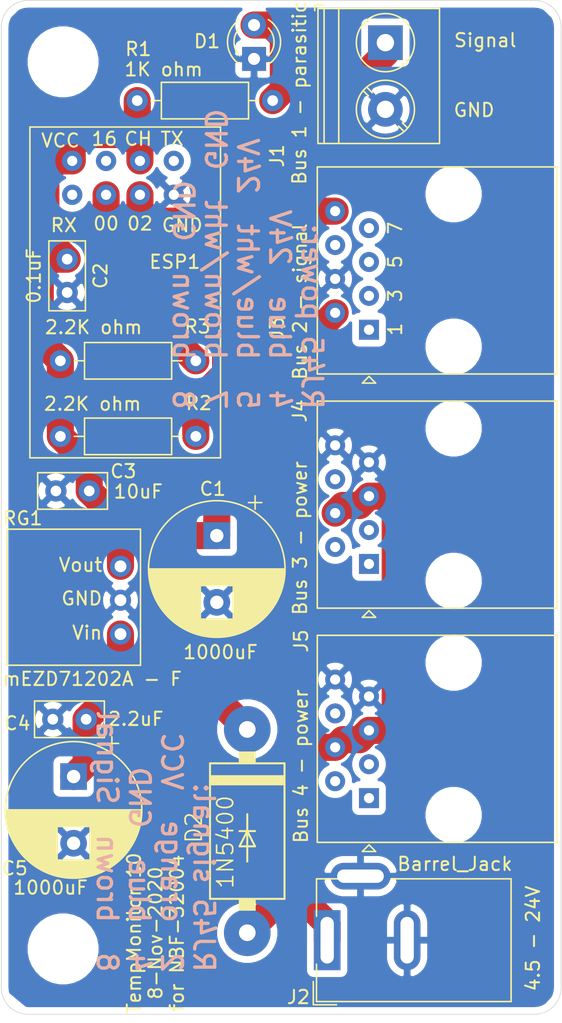
<source format=kicad_pcb>
(kicad_pcb (version 20171130) (host pcbnew "(5.1.2)-2")

  (general
    (thickness 1.6)
    (drawings 18)
    (tracks 76)
    (zones 0)
    (modules 19)
    (nets 24)
  )

  (page A4)
  (layers
    (0 F.Cu signal)
    (31 B.Cu signal)
    (32 B.Adhes user)
    (33 F.Adhes user)
    (34 B.Paste user)
    (35 F.Paste user)
    (36 B.SilkS user)
    (37 F.SilkS user)
    (38 B.Mask user)
    (39 F.Mask user)
    (40 Dwgs.User user)
    (41 Cmts.User user)
    (42 Eco1.User user)
    (43 Eco2.User user)
    (44 Edge.Cuts user)
    (45 Margin user)
    (46 B.CrtYd user)
    (47 F.CrtYd user)
    (48 B.Fab user)
    (49 F.Fab user)
  )

  (setup
    (last_trace_width 1.3)
    (user_trace_width 1.27)
    (user_trace_width 2.032)
    (trace_clearance 0.2)
    (zone_clearance 0.508)
    (zone_45_only no)
    (trace_min 0.2)
    (via_size 0.8)
    (via_drill 0.4)
    (via_min_size 0.4)
    (via_min_drill 0.3)
    (uvia_size 0.3)
    (uvia_drill 0.1)
    (uvias_allowed no)
    (uvia_min_size 0.2)
    (uvia_min_drill 0.1)
    (edge_width 0.05)
    (segment_width 0.2)
    (pcb_text_width 0.3)
    (pcb_text_size 1.5 1.5)
    (mod_edge_width 0.12)
    (mod_text_size 1 1)
    (mod_text_width 0.15)
    (pad_size 1.524 1.524)
    (pad_drill 0.762)
    (pad_to_mask_clearance 0.051)
    (solder_mask_min_width 0.25)
    (aux_axis_origin 0 0)
    (visible_elements 7FFFEFFF)
    (pcbplotparams
      (layerselection 0x010fc_ffffffff)
      (usegerberextensions false)
      (usegerberattributes false)
      (usegerberadvancedattributes false)
      (creategerberjobfile false)
      (excludeedgelayer true)
      (linewidth 0.100000)
      (plotframeref false)
      (viasonmask false)
      (mode 1)
      (useauxorigin false)
      (hpglpennumber 1)
      (hpglpenspeed 20)
      (hpglpendiameter 15.000000)
      (psnegative false)
      (psa4output false)
      (plotreference true)
      (plotvalue true)
      (plotinvisibletext false)
      (padsonsilk false)
      (subtractmaskfromsilk false)
      (outputformat 1)
      (mirror false)
      (drillshape 0)
      (scaleselection 1)
      (outputdirectory "Gerbers/"))
  )

  (net 0 "")
  (net 1 GND)
  (net 2 "Net-(D1-Pad2)")
  (net 3 "Net-(D2-PadA)")
  (net 4 "Net-(C1-Pad1)")
  (net 5 "Net-(C4-Pad1)")
  (net 6 "Net-(ESP1-Pad7)")
  (net 7 "Net-(ESP1-Pad6)")
  (net 8 "Net-(ESP1-Pad5)")
  (net 9 "Net-(ESP1-Pad4)")
  (net 10 "Net-(ESP1-Pad2)")
  (net 11 "Net-(J3-Pad6)")
  (net 12 "Net-(J3-Pad3)")
  (net 13 "Net-(J3-Pad1)")
  (net 14 "Net-(J4-Pad6)")
  (net 15 "Net-(J4-Pad3)")
  (net 16 "Net-(J4-Pad2)")
  (net 17 "Net-(J4-Pad1)")
  (net 18 "Net-(J3-Pad7)")
  (net 19 "Net-(J3-Pad5)")
  (net 20 "Net-(J5-Pad6)")
  (net 21 "Net-(J5-Pad3)")
  (net 22 "Net-(J5-Pad2)")
  (net 23 "Net-(J5-Pad1)")

  (net_class Default "This is the default net class."
    (clearance 0.2)
    (trace_width 1.3)
    (via_dia 0.8)
    (via_drill 0.4)
    (uvia_dia 0.3)
    (uvia_drill 0.1)
    (add_net GND)
    (add_net "Net-(C1-Pad1)")
    (add_net "Net-(C4-Pad1)")
    (add_net "Net-(D1-Pad2)")
    (add_net "Net-(D2-PadA)")
    (add_net "Net-(ESP1-Pad2)")
    (add_net "Net-(ESP1-Pad4)")
    (add_net "Net-(ESP1-Pad5)")
    (add_net "Net-(ESP1-Pad6)")
    (add_net "Net-(ESP1-Pad7)")
    (add_net "Net-(J3-Pad1)")
    (add_net "Net-(J3-Pad3)")
    (add_net "Net-(J3-Pad5)")
    (add_net "Net-(J3-Pad6)")
    (add_net "Net-(J3-Pad7)")
    (add_net "Net-(J4-Pad1)")
    (add_net "Net-(J4-Pad2)")
    (add_net "Net-(J4-Pad3)")
    (add_net "Net-(J4-Pad6)")
    (add_net "Net-(J5-Pad1)")
    (add_net "Net-(J5-Pad2)")
    (add_net "Net-(J5-Pad3)")
    (add_net "Net-(J5-Pad6)")
  )

  (module AAAlibrary:Uxcell_DC_power_jack (layer F.Cu) (tedit 5FAF6909) (tstamp 5FAFC017)
    (at 74.4474 120.4468 90)
    (descr https://www.amazon.ca/gp/product/B00MJVIFS2/ref=ppx_yo_dt_b_asin_title_o04_s00?ie=UTF8&psc=1)
    (tags "Power Jack")
    (path /5FAF82E2)
    (fp_text reference J2 (at -4.2672 -2.159) (layer F.SilkS)
      (effects (font (size 1 1) (thickness 0.15)))
    )
    (fp_text value Barrel_Jack (at 5.715 9.5758 180) (layer F.SilkS)
      (effects (font (size 1 1) (thickness 0.15)))
    )
    (fp_line (start -4.5 10.2) (end 4.5 10.2) (layer F.Fab) (width 0.1))
    (fp_line (start -3.5 -0.7) (end 4.5 -0.7) (layer F.Fab) (width 0.1))
    (fp_line (start -4.5 0.3) (end -3.5 -0.7) (layer F.Fab) (width 0.1))
    (fp_line (start -4.5 13.7) (end -4.5 0.3) (layer F.Fab) (width 0.1))
    (fp_line (start 4.5 13.7) (end -4.5 13.7) (layer F.Fab) (width 0.1))
    (fp_line (start 4.5 -0.7) (end 4.5 13.7) (layer F.Fab) (width 0.1))
    (fp_line (start -4.84 -1.04) (end -3.1 -1.04) (layer F.SilkS) (width 0.12))
    (fp_line (start -4.84 0.7) (end -4.84 -1.04) (layer F.SilkS) (width 0.12))
    (fp_line (start 4.6 -0.8) (end 4.6 1.2) (layer F.SilkS) (width 0.12))
    (fp_line (start 1.8 -0.8) (end 4.6 -0.8) (layer F.SilkS) (width 0.12))
    (fp_line (start -4.6 -0.8) (end -1.8 -0.8) (layer F.SilkS) (width 0.12))
    (fp_line (start -4.6 13.8) (end -4.6 -0.8) (layer F.SilkS) (width 0.12))
    (fp_line (start 4.6 13.8) (end -4.6 13.8) (layer F.SilkS) (width 0.12))
    (fp_line (start 4.6 4.8) (end 4.6 13.8) (layer F.SilkS) (width 0.12))
    (fp_line (start -1.8 -1.8) (end 1.8 -1.8) (layer F.CrtYd) (width 0.05))
    (fp_line (start -1.8 -1.2) (end -1.8 -1.8) (layer F.CrtYd) (width 0.05))
    (fp_line (start -5 -1.2) (end -1.8 -1.2) (layer F.CrtYd) (width 0.05))
    (fp_line (start -5 14.2) (end -5 -1.2) (layer F.CrtYd) (width 0.05))
    (fp_line (start 5 14.2) (end -5 14.2) (layer F.CrtYd) (width 0.05))
    (fp_line (start 5 4.8) (end 5 14.2) (layer F.CrtYd) (width 0.05))
    (fp_line (start 6.5 4.8) (end 5 4.8) (layer F.CrtYd) (width 0.05))
    (fp_line (start 6.5 1.2) (end 6.5 4.8) (layer F.CrtYd) (width 0.05))
    (fp_line (start 5 1.2) (end 6.5 1.2) (layer F.CrtYd) (width 0.05))
    (fp_line (start 5 -1.2) (end 5 1.2) (layer F.CrtYd) (width 0.05))
    (fp_line (start 1.8 -1.2) (end 5 -1.2) (layer F.CrtYd) (width 0.05))
    (fp_line (start 1.8 -1.8) (end 1.8 -1.2) (layer F.CrtYd) (width 0.05))
    (fp_text user %R (at 0.1524 8.636 90) (layer F.Fab)
      (effects (font (size 1 1) (thickness 0.15)))
    )
    (pad 3 thru_hole oval (at 4.8 2.5 90) (size 2 4.5) (drill oval 1 3.5) (layers *.Cu *.Mask)
      (net 1 GND))
    (pad 2 thru_hole oval (at 0 6 90) (size 4.5 2) (drill oval 3.5 1) (layers *.Cu *.Mask)
      (net 1 GND))
    (pad 1 thru_hole rect (at 0 0 90) (size 4.5 2) (drill oval 3.5 1) (layers *.Cu *.Mask)
      (net 3 "Net-(D2-PadA)"))
    (model ${KISYS3DMOD}/Connector_BarrelJack.3dshapes/BarrelJack_CUI_PJ-102AH_Horizontal.wrl
      (at (xyz 0 0 0))
      (scale (xyz 1 1 1))
      (rotate (xyz 0 0 0))
    )
  )

  (module Connector_RJ:RJ45_Amphenol_54602-x08_Horizontal (layer F.Cu) (tedit 5B103613) (tstamp 5FA8962F)
    (at 77.5862 109.7976 90)
    (descr "8 Pol Shallow Latch Connector, Modjack, RJ45 (https://cdn.amphenol-icc.com/media/wysiwyg/files/drawing/c-bmj-0102.pdf)")
    (tags RJ45)
    (path /5FACC489)
    (fp_text reference J5 (at 11.779 -5.0946 90) (layer F.SilkS)
      (effects (font (size 1 1) (thickness 0.15)))
    )
    (fp_text value "Bus 4 - power" (at 2.3876 -5.1054 90) (layer F.SilkS)
      (effects (font (size 1 1) (thickness 0.15)))
    )
    (fp_line (start 12.6 14.47) (end -3.71 14.47) (layer F.CrtYd) (width 0.05))
    (fp_line (start 12.6 14.47) (end 12.6 -4.27) (layer F.CrtYd) (width 0.05))
    (fp_line (start -3.71 -4.27) (end -3.71 14.47) (layer F.CrtYd) (width 0.05))
    (fp_line (start -3.71 -4.27) (end 12.6 -4.27) (layer F.CrtYd) (width 0.05))
    (fp_line (start -3.315 -3.88) (end -3.315 14.08) (layer F.SilkS) (width 0.12))
    (fp_line (start 12.205 -3.88) (end -3.315 -3.88) (layer F.SilkS) (width 0.12))
    (fp_line (start 12.205 -3.88) (end 12.205 14.08) (layer F.SilkS) (width 0.12))
    (fp_line (start -3.315 14.08) (end 12.205 14.08) (layer F.SilkS) (width 0.12))
    (fp_line (start -3.205 -2.77) (end -2.205 -3.77) (layer F.Fab) (width 0.12))
    (fp_line (start -2.205 -3.77) (end 12.095 -3.77) (layer F.Fab) (width 0.12))
    (fp_line (start 12.095 -3.77) (end 12.095 13.97) (layer F.Fab) (width 0.12))
    (fp_line (start 12.095 13.97) (end -3.205 13.97) (layer F.Fab) (width 0.12))
    (fp_line (start -3.205 13.97) (end -3.205 -2.77) (layer F.Fab) (width 0.12))
    (fp_line (start -3.5 0) (end -4 -0.5) (layer F.SilkS) (width 0.12))
    (fp_line (start -4 -0.5) (end -4 0.5) (layer F.SilkS) (width 0.12))
    (fp_line (start -4 0.5) (end -3.5 0) (layer F.SilkS) (width 0.12))
    (fp_text user %R (at 4.445 2 90) (layer F.Fab)
      (effects (font (size 1 1) (thickness 0.15)))
    )
    (pad 8 thru_hole circle (at 8.89 -2.54 90) (size 1.5 1.5) (drill 0.76) (layers *.Cu *.Mask)
      (net 1 GND))
    (pad 7 thru_hole circle (at 7.62 0 90) (size 1.5 1.5) (drill 0.76) (layers *.Cu *.Mask)
      (net 1 GND))
    (pad 6 thru_hole circle (at 6.35 -2.54 90) (size 1.5 1.5) (drill 0.76) (layers *.Cu *.Mask)
      (net 20 "Net-(J5-Pad6)"))
    (pad 5 thru_hole circle (at 5.08 0 90) (size 1.5 1.5) (drill 0.76) (layers *.Cu *.Mask)
      (net 3 "Net-(D2-PadA)"))
    (pad 4 thru_hole circle (at 3.81 -2.54 90) (size 1.5 1.5) (drill 0.76) (layers *.Cu *.Mask)
      (net 3 "Net-(D2-PadA)"))
    (pad 3 thru_hole circle (at 2.54 0 90) (size 1.5 1.5) (drill 0.76) (layers *.Cu *.Mask)
      (net 21 "Net-(J5-Pad3)"))
    (pad 2 thru_hole circle (at 1.27 -2.54 90) (size 1.5 1.5) (drill 0.76) (layers *.Cu *.Mask)
      (net 22 "Net-(J5-Pad2)"))
    (pad 1 thru_hole rect (at 0 0 90) (size 1.5 1.5) (drill 0.76) (layers *.Cu *.Mask)
      (net 23 "Net-(J5-Pad1)"))
    (pad "" np_thru_hole circle (at -1.27 6.35 90) (size 3.2 3.2) (drill 3.2) (layers *.Cu *.Mask))
    (pad "" np_thru_hole circle (at 10.16 6.35 90) (size 3.2 3.2) (drill 3.2) (layers *.Cu *.Mask))
    (model ${KISYS3DMOD}/Connector_RJ.3dshapes/RJ45_Amphenol_54602-x08_Horizontal.wrl
      (at (xyz 0 0 0))
      (scale (xyz 1 1 1))
      (rotate (xyz 0 0 0))
    )
  )

  (module Connector_RJ:RJ45_Amphenol_54602-x08_Horizontal (layer F.Cu) (tedit 5B103613) (tstamp 5FA89610)
    (at 77.5862 92.2408 90)
    (descr "8 Pol Shallow Latch Connector, Modjack, RJ45 (https://cdn.amphenol-icc.com/media/wysiwyg/files/drawing/c-bmj-0102.pdf)")
    (tags RJ45)
    (path /5D58C6D2)
    (fp_text reference J4 (at 11.4688 -5.1962 90) (layer F.SilkS)
      (effects (font (size 1 1) (thickness 0.15)))
    )
    (fp_text value "Bus 3 - power" (at 1.9304 -5.1722 90) (layer F.SilkS)
      (effects (font (size 1 1) (thickness 0.15)))
    )
    (fp_line (start 12.6 14.47) (end -3.71 14.47) (layer F.CrtYd) (width 0.05))
    (fp_line (start 12.6 14.47) (end 12.6 -4.27) (layer F.CrtYd) (width 0.05))
    (fp_line (start -3.71 -4.27) (end -3.71 14.47) (layer F.CrtYd) (width 0.05))
    (fp_line (start -3.71 -4.27) (end 12.6 -4.27) (layer F.CrtYd) (width 0.05))
    (fp_line (start -3.315 -3.88) (end -3.315 14.08) (layer F.SilkS) (width 0.12))
    (fp_line (start 12.205 -3.88) (end -3.315 -3.88) (layer F.SilkS) (width 0.12))
    (fp_line (start 12.205 -3.88) (end 12.205 14.08) (layer F.SilkS) (width 0.12))
    (fp_line (start -3.315 14.08) (end 12.205 14.08) (layer F.SilkS) (width 0.12))
    (fp_line (start -3.205 -2.77) (end -2.205 -3.77) (layer F.Fab) (width 0.12))
    (fp_line (start -2.205 -3.77) (end 12.095 -3.77) (layer F.Fab) (width 0.12))
    (fp_line (start 12.095 -3.77) (end 12.095 13.97) (layer F.Fab) (width 0.12))
    (fp_line (start 12.095 13.97) (end -3.205 13.97) (layer F.Fab) (width 0.12))
    (fp_line (start -3.205 13.97) (end -3.205 -2.77) (layer F.Fab) (width 0.12))
    (fp_line (start -3.5 0) (end -4 -0.5) (layer F.SilkS) (width 0.12))
    (fp_line (start -4 -0.5) (end -4 0.5) (layer F.SilkS) (width 0.12))
    (fp_line (start -4 0.5) (end -3.5 0) (layer F.SilkS) (width 0.12))
    (fp_text user %R (at 4.445 2 90) (layer F.Fab)
      (effects (font (size 1 1) (thickness 0.15)))
    )
    (pad 8 thru_hole circle (at 8.89 -2.54 90) (size 1.5 1.5) (drill 0.76) (layers *.Cu *.Mask)
      (net 1 GND))
    (pad 7 thru_hole circle (at 7.62 0 90) (size 1.5 1.5) (drill 0.76) (layers *.Cu *.Mask)
      (net 1 GND))
    (pad 6 thru_hole circle (at 6.35 -2.54 90) (size 1.5 1.5) (drill 0.76) (layers *.Cu *.Mask)
      (net 14 "Net-(J4-Pad6)"))
    (pad 5 thru_hole circle (at 5.08 0 90) (size 1.5 1.5) (drill 0.76) (layers *.Cu *.Mask)
      (net 3 "Net-(D2-PadA)"))
    (pad 4 thru_hole circle (at 3.81 -2.54 90) (size 1.5 1.5) (drill 0.76) (layers *.Cu *.Mask)
      (net 3 "Net-(D2-PadA)"))
    (pad 3 thru_hole circle (at 2.54 0 90) (size 1.5 1.5) (drill 0.76) (layers *.Cu *.Mask)
      (net 15 "Net-(J4-Pad3)"))
    (pad 2 thru_hole circle (at 1.27 -2.54 90) (size 1.5 1.5) (drill 0.76) (layers *.Cu *.Mask)
      (net 16 "Net-(J4-Pad2)"))
    (pad 1 thru_hole rect (at 0 0 90) (size 1.5 1.5) (drill 0.76) (layers *.Cu *.Mask)
      (net 17 "Net-(J4-Pad1)"))
    (pad "" np_thru_hole circle (at -1.27 6.35 90) (size 3.2 3.2) (drill 3.2) (layers *.Cu *.Mask))
    (pad "" np_thru_hole circle (at 10.16 6.35 90) (size 3.2 3.2) (drill 3.2) (layers *.Cu *.Mask))
    (model ${KISYS3DMOD}/Connector_RJ.3dshapes/RJ45_Amphenol_54602-x08_Horizontal.wrl
      (at (xyz 0 0 0))
      (scale (xyz 1 1 1))
      (rotate (xyz 0 0 0))
    )
  )

  (module Connector_RJ:RJ45_Amphenol_54602-x08_Horizontal (layer F.Cu) (tedit 5B103613) (tstamp 5FA895F1)
    (at 77.5862 74.684 90)
    (descr "8 Pol Shallow Latch Connector, Modjack, RJ45 (https://cdn.amphenol-icc.com/media/wysiwyg/files/drawing/c-bmj-0102.pdf)")
    (tags RJ45)
    (path /5D5644F8)
    (fp_text reference J3 (at 0.1118 -6.898 90) (layer F.SilkS)
      (effects (font (size 1 1) (thickness 0.15)))
    )
    (fp_text value "Bus 2 - signal" (at 2.1082 -5.1722 90) (layer F.SilkS)
      (effects (font (size 1 1) (thickness 0.15)))
    )
    (fp_line (start 12.6 14.47) (end -3.71 14.47) (layer F.CrtYd) (width 0.05))
    (fp_line (start 12.6 14.47) (end 12.6 -4.27) (layer F.CrtYd) (width 0.05))
    (fp_line (start -3.71 -4.27) (end -3.71 14.47) (layer F.CrtYd) (width 0.05))
    (fp_line (start -3.71 -4.27) (end 12.6 -4.27) (layer F.CrtYd) (width 0.05))
    (fp_line (start -3.315 -3.88) (end -3.315 14.08) (layer F.SilkS) (width 0.12))
    (fp_line (start 12.205 -3.88) (end -3.315 -3.88) (layer F.SilkS) (width 0.12))
    (fp_line (start 12.205 -3.88) (end 12.205 14.08) (layer F.SilkS) (width 0.12))
    (fp_line (start -3.315 14.08) (end 12.205 14.08) (layer F.SilkS) (width 0.12))
    (fp_line (start -3.205 -2.77) (end -2.205 -3.77) (layer F.Fab) (width 0.12))
    (fp_line (start -2.205 -3.77) (end 12.095 -3.77) (layer F.Fab) (width 0.12))
    (fp_line (start 12.095 -3.77) (end 12.095 13.97) (layer F.Fab) (width 0.12))
    (fp_line (start 12.095 13.97) (end -3.205 13.97) (layer F.Fab) (width 0.12))
    (fp_line (start -3.205 13.97) (end -3.205 -2.77) (layer F.Fab) (width 0.12))
    (fp_line (start -3.5 0) (end -4 -0.5) (layer F.SilkS) (width 0.12))
    (fp_line (start -4 -0.5) (end -4 0.5) (layer F.SilkS) (width 0.12))
    (fp_line (start -4 0.5) (end -3.5 0) (layer F.SilkS) (width 0.12))
    (fp_text user %R (at 11.184 -2.5038 90) (layer F.Fab)
      (effects (font (size 1 1) (thickness 0.15)))
    )
    (pad 8 thru_hole circle (at 8.89 -2.54 90) (size 1.5 1.5) (drill 0.76) (layers *.Cu *.Mask)
      (net 7 "Net-(ESP1-Pad6)"))
    (pad 7 thru_hole circle (at 7.62 0 90) (size 1.5 1.5) (drill 0.76) (layers *.Cu *.Mask)
      (net 18 "Net-(J3-Pad7)"))
    (pad 6 thru_hole circle (at 6.35 -2.54 90) (size 1.5 1.5) (drill 0.76) (layers *.Cu *.Mask)
      (net 11 "Net-(J3-Pad6)"))
    (pad 5 thru_hole circle (at 5.08 0 90) (size 1.5 1.5) (drill 0.76) (layers *.Cu *.Mask)
      (net 19 "Net-(J3-Pad5)"))
    (pad 4 thru_hole circle (at 3.81 -2.54 90) (size 1.5 1.5) (drill 0.76) (layers *.Cu *.Mask)
      (net 1 GND))
    (pad 3 thru_hole circle (at 2.54 0 90) (size 1.5 1.5) (drill 0.76) (layers *.Cu *.Mask)
      (net 12 "Net-(J3-Pad3)"))
    (pad 2 thru_hole circle (at 1.27 -2.54 90) (size 1.5 1.5) (drill 0.76) (layers *.Cu *.Mask)
      (net 4 "Net-(C1-Pad1)"))
    (pad 1 thru_hole rect (at 0 0 90) (size 1.5 1.5) (drill 0.76) (layers *.Cu *.Mask)
      (net 13 "Net-(J3-Pad1)"))
    (pad "" np_thru_hole circle (at -1.27 6.35 90) (size 3.2 3.2) (drill 3.2) (layers *.Cu *.Mask))
    (pad "" np_thru_hole circle (at 10.16 6.35 90) (size 3.2 3.2) (drill 3.2) (layers *.Cu *.Mask))
    (model ${KISYS3DMOD}/Connector_RJ.3dshapes/RJ45_Amphenol_54602-x08_Horizontal.wrl
      (at (xyz 0 0 0))
      (scale (xyz 1 1 1))
      (rotate (xyz 0 0 0))
    )
  )

  (module TerminalBlock_Phoenix:TerminalBlock_Phoenix_PT-1,5-2-5.0-H_1x02_P5.00mm_Horizontal (layer F.Cu) (tedit 5B294F69) (tstamp 5FA895D2)
    (at 78.8162 53.1622 270)
    (descr "Terminal Block Phoenix PT-1,5-2-5.0-H, 2 pins, pitch 5mm, size 10x9mm^2, drill diamater 1.3mm, pad diameter 2.6mm, see http://www.mouser.com/ds/2/324/ItemDetail_1935161-922578.pdf, script-generated using https://github.com/pointhi/kicad-footprint-generator/scripts/TerminalBlock_Phoenix")
    (tags "THT Terminal Block Phoenix PT-1,5-2-5.0-H pitch 5mm size 10x9mm^2 drill 1.3mm pad 2.6mm")
    (path /5D56677A)
    (fp_text reference J1 (at 8.4836 8.128 90) (layer F.SilkS)
      (effects (font (size 1 1) (thickness 0.15)))
    )
    (fp_text value "Bus 1 - parasitic" (at 3.7846 6.4516 90) (layer F.SilkS)
      (effects (font (size 1 1) (thickness 0.15)))
    )
    (fp_text user %R (at 2.5 2.9 90) (layer F.Fab)
      (effects (font (size 1 1) (thickness 0.15)))
    )
    (fp_line (start 8 -4.5) (end -3 -4.5) (layer F.CrtYd) (width 0.05))
    (fp_line (start 8 5.5) (end 8 -4.5) (layer F.CrtYd) (width 0.05))
    (fp_line (start -3 5.5) (end 8 5.5) (layer F.CrtYd) (width 0.05))
    (fp_line (start -3 -4.5) (end -3 5.5) (layer F.CrtYd) (width 0.05))
    (fp_line (start -2.8 5.3) (end -2.4 5.3) (layer F.SilkS) (width 0.12))
    (fp_line (start -2.8 4.66) (end -2.8 5.3) (layer F.SilkS) (width 0.12))
    (fp_line (start 3.742 0.992) (end 3.347 1.388) (layer F.SilkS) (width 0.12))
    (fp_line (start 6.388 -1.654) (end 6.008 -1.274) (layer F.SilkS) (width 0.12))
    (fp_line (start 3.993 1.274) (end 3.613 1.654) (layer F.SilkS) (width 0.12))
    (fp_line (start 6.654 -1.388) (end 6.259 -0.992) (layer F.SilkS) (width 0.12))
    (fp_line (start 6.273 -1.517) (end 3.484 1.273) (layer F.Fab) (width 0.1))
    (fp_line (start 6.517 -1.273) (end 3.728 1.517) (layer F.Fab) (width 0.1))
    (fp_line (start -1.548 1.281) (end -1.654 1.388) (layer F.SilkS) (width 0.12))
    (fp_line (start 1.388 -1.654) (end 1.281 -1.547) (layer F.SilkS) (width 0.12))
    (fp_line (start -1.282 1.547) (end -1.388 1.654) (layer F.SilkS) (width 0.12))
    (fp_line (start 1.654 -1.388) (end 1.547 -1.281) (layer F.SilkS) (width 0.12))
    (fp_line (start 1.273 -1.517) (end -1.517 1.273) (layer F.Fab) (width 0.1))
    (fp_line (start 1.517 -1.273) (end -1.273 1.517) (layer F.Fab) (width 0.1))
    (fp_line (start 7.56 -4.06) (end 7.56 5.06) (layer F.SilkS) (width 0.12))
    (fp_line (start -2.56 -4.06) (end -2.56 5.06) (layer F.SilkS) (width 0.12))
    (fp_line (start -2.56 5.06) (end 7.56 5.06) (layer F.SilkS) (width 0.12))
    (fp_line (start -2.56 -4.06) (end 7.56 -4.06) (layer F.SilkS) (width 0.12))
    (fp_line (start -2.56 3.5) (end 7.56 3.5) (layer F.SilkS) (width 0.12))
    (fp_line (start -2.5 3.5) (end 7.5 3.5) (layer F.Fab) (width 0.1))
    (fp_line (start -2.56 4.6) (end 7.56 4.6) (layer F.SilkS) (width 0.12))
    (fp_line (start -2.5 4.6) (end 7.5 4.6) (layer F.Fab) (width 0.1))
    (fp_line (start -2.5 4.6) (end -2.5 -4) (layer F.Fab) (width 0.1))
    (fp_line (start -2.1 5) (end -2.5 4.6) (layer F.Fab) (width 0.1))
    (fp_line (start 7.5 5) (end -2.1 5) (layer F.Fab) (width 0.1))
    (fp_line (start 7.5 -4) (end 7.5 5) (layer F.Fab) (width 0.1))
    (fp_line (start -2.5 -4) (end 7.5 -4) (layer F.Fab) (width 0.1))
    (fp_circle (center 5 0) (end 7.18 0) (layer F.SilkS) (width 0.12))
    (fp_circle (center 5 0) (end 7 0) (layer F.Fab) (width 0.1))
    (fp_circle (center 0 0) (end 2.18 0) (layer F.SilkS) (width 0.12))
    (fp_circle (center 0 0) (end 2 0) (layer F.Fab) (width 0.1))
    (pad 2 thru_hole circle (at 5 0 270) (size 2.6 2.6) (drill 1.3) (layers *.Cu *.Mask)
      (net 1 GND))
    (pad 1 thru_hole rect (at 0 0 270) (size 2.6 2.6) (drill 1.3) (layers *.Cu *.Mask)
      (net 6 "Net-(ESP1-Pad7)"))
    (model ${KISYS3DMOD}/TerminalBlock_Phoenix.3dshapes/TerminalBlock_Phoenix_PT-1,5-2-5.0-H_1x02_P5.00mm_Horizontal.wrl
      (at (xyz 0 0 0))
      (scale (xyz 1 1 1))
      (rotate (xyz 0 0 0))
    )
  )

  (module AAAlibrary:mEZD71201A (layer F.Cu) (tedit 5DB4C6B1) (tstamp 5FA85C99)
    (at 50.441599 99.835401 90)
    (path /5E171098)
    (fp_text reference RG1 (at 11.011601 1.171201 180) (layer F.SilkS)
      (effects (font (size 1 1) (thickness 0.15)))
    )
    (fp_text value "mEZD71202A - F" (at -1.027999 6.378201 180) (layer F.SilkS)
      (effects (font (size 1 1) (thickness 0.15)))
    )
    (fp_line (start 0 0) (end 0 10) (layer F.SilkS) (width 0.12))
    (fp_line (start 10.2 0) (end 10.2 10) (layer F.SilkS) (width 0.12))
    (fp_line (start 0 10) (end 10.2 10) (layer F.SilkS) (width 0.12))
    (fp_line (start 0 0) (end 10.2 0) (layer F.SilkS) (width 0.12))
    (fp_text user Vin (at 2.4384 6) (layer F.SilkS)
      (effects (font (size 1 1) (thickness 0.15)))
    )
    (fp_text user GND (at 5.0038 5.595238) (layer F.SilkS)
      (effects (font (size 1 1) (thickness 0.15)))
    )
    (fp_text user Vout (at 7.5184 5.5) (layer F.SilkS)
      (effects (font (size 1 1) (thickness 0.15)))
    )
    (pad 3 thru_hole circle (at 7.4168 8.5 180) (size 1.59 1.59) (drill 0.89) (layers *.Cu *.Mask)
      (net 4 "Net-(C1-Pad1)"))
    (pad 2 thru_hole circle (at 4.8768 8.5 180) (size 1.59 1.59) (drill 0.89) (layers *.Cu *.Mask)
      (net 1 GND))
    (pad 1 thru_hole circle (at 2.3368 8.5 180) (size 1.59 1.59) (drill 0.89) (layers *.Cu *.Mask)
      (net 5 "Net-(C4-Pad1)"))
  )

  (module Resistor_THT:R_Axial_DIN0207_L6.3mm_D2.5mm_P10.16mm_Horizontal (layer F.Cu) (tedit 5AE5139B) (tstamp 5FA85C8B)
    (at 64.5922 77.0128 180)
    (descr "Resistor, Axial_DIN0207 series, Axial, Horizontal, pin pitch=10.16mm, 0.25W = 1/4W, length*diameter=6.3*2.5mm^2, http://cdn-reichelt.de/documents/datenblatt/B400/1_4W%23YAG.pdf")
    (tags "Resistor Axial_DIN0207 series Axial Horizontal pin pitch 10.16mm 0.25W = 1/4W length 6.3mm diameter 2.5mm")
    (path /5EA31390)
    (fp_text reference R3 (at -0.127 2.5654) (layer F.SilkS)
      (effects (font (size 1 1) (thickness 0.15)))
    )
    (fp_text value "2.2K ohm" (at 7.6708 2.5146) (layer F.SilkS)
      (effects (font (size 1 1) (thickness 0.15)))
    )
    (fp_text user %R (at 5.08 0) (layer F.Fab)
      (effects (font (size 1 1) (thickness 0.15)))
    )
    (fp_line (start 11.21 -1.5) (end -1.05 -1.5) (layer F.CrtYd) (width 0.05))
    (fp_line (start 11.21 1.5) (end 11.21 -1.5) (layer F.CrtYd) (width 0.05))
    (fp_line (start -1.05 1.5) (end 11.21 1.5) (layer F.CrtYd) (width 0.05))
    (fp_line (start -1.05 -1.5) (end -1.05 1.5) (layer F.CrtYd) (width 0.05))
    (fp_line (start 9.12 0) (end 8.35 0) (layer F.SilkS) (width 0.12))
    (fp_line (start 1.04 0) (end 1.81 0) (layer F.SilkS) (width 0.12))
    (fp_line (start 8.35 -1.37) (end 1.81 -1.37) (layer F.SilkS) (width 0.12))
    (fp_line (start 8.35 1.37) (end 8.35 -1.37) (layer F.SilkS) (width 0.12))
    (fp_line (start 1.81 1.37) (end 8.35 1.37) (layer F.SilkS) (width 0.12))
    (fp_line (start 1.81 -1.37) (end 1.81 1.37) (layer F.SilkS) (width 0.12))
    (fp_line (start 10.16 0) (end 8.23 0) (layer F.Fab) (width 0.1))
    (fp_line (start 0 0) (end 1.93 0) (layer F.Fab) (width 0.1))
    (fp_line (start 8.23 -1.25) (end 1.93 -1.25) (layer F.Fab) (width 0.1))
    (fp_line (start 8.23 1.25) (end 8.23 -1.25) (layer F.Fab) (width 0.1))
    (fp_line (start 1.93 1.25) (end 8.23 1.25) (layer F.Fab) (width 0.1))
    (fp_line (start 1.93 -1.25) (end 1.93 1.25) (layer F.Fab) (width 0.1))
    (pad 2 thru_hole oval (at 10.16 0 180) (size 1.6 1.6) (drill 0.8) (layers *.Cu *.Mask)
      (net 4 "Net-(C1-Pad1)"))
    (pad 1 thru_hole circle (at 0 0 180) (size 1.6 1.6) (drill 0.8) (layers *.Cu *.Mask)
      (net 6 "Net-(ESP1-Pad7)"))
    (model ${KISYS3DMOD}/Resistor_THT.3dshapes/R_Axial_DIN0207_L6.3mm_D2.5mm_P10.16mm_Horizontal.wrl
      (at (xyz 0 0 0))
      (scale (xyz 1 1 1))
      (rotate (xyz 0 0 0))
    )
  )

  (module Resistor_THT:R_Axial_DIN0207_L6.3mm_D2.5mm_P10.16mm_Horizontal (layer F.Cu) (tedit 5AE5139B) (tstamp 5FA85C74)
    (at 64.5922 82.677 180)
    (descr "Resistor, Axial_DIN0207 series, Axial, Horizontal, pin pitch=10.16mm, 0.25W = 1/4W, length*diameter=6.3*2.5mm^2, http://cdn-reichelt.de/documents/datenblatt/B400/1_4W%23YAG.pdf")
    (tags "Resistor Axial_DIN0207 series Axial Horizontal pin pitch 10.16mm 0.25W = 1/4W length 6.3mm diameter 2.5mm")
    (path /5E979D41)
    (fp_text reference R2 (at -0.2286 2.4892) (layer F.SilkS)
      (effects (font (size 1 1) (thickness 0.15)))
    )
    (fp_text value "2.2K ohm" (at 7.747 2.4384) (layer F.SilkS)
      (effects (font (size 1 1) (thickness 0.15)))
    )
    (fp_text user %R (at 5.08 0) (layer F.Fab)
      (effects (font (size 1 1) (thickness 0.15)))
    )
    (fp_line (start 11.21 -1.5) (end -1.05 -1.5) (layer F.CrtYd) (width 0.05))
    (fp_line (start 11.21 1.5) (end 11.21 -1.5) (layer F.CrtYd) (width 0.05))
    (fp_line (start -1.05 1.5) (end 11.21 1.5) (layer F.CrtYd) (width 0.05))
    (fp_line (start -1.05 -1.5) (end -1.05 1.5) (layer F.CrtYd) (width 0.05))
    (fp_line (start 9.12 0) (end 8.35 0) (layer F.SilkS) (width 0.12))
    (fp_line (start 1.04 0) (end 1.81 0) (layer F.SilkS) (width 0.12))
    (fp_line (start 8.35 -1.37) (end 1.81 -1.37) (layer F.SilkS) (width 0.12))
    (fp_line (start 8.35 1.37) (end 8.35 -1.37) (layer F.SilkS) (width 0.12))
    (fp_line (start 1.81 1.37) (end 8.35 1.37) (layer F.SilkS) (width 0.12))
    (fp_line (start 1.81 -1.37) (end 1.81 1.37) (layer F.SilkS) (width 0.12))
    (fp_line (start 10.16 0) (end 8.23 0) (layer F.Fab) (width 0.1))
    (fp_line (start 0 0) (end 1.93 0) (layer F.Fab) (width 0.1))
    (fp_line (start 8.23 -1.25) (end 1.93 -1.25) (layer F.Fab) (width 0.1))
    (fp_line (start 8.23 1.25) (end 8.23 -1.25) (layer F.Fab) (width 0.1))
    (fp_line (start 1.93 1.25) (end 8.23 1.25) (layer F.Fab) (width 0.1))
    (fp_line (start 1.93 -1.25) (end 1.93 1.25) (layer F.Fab) (width 0.1))
    (pad 2 thru_hole oval (at 10.16 0 180) (size 1.6 1.6) (drill 0.8) (layers *.Cu *.Mask)
      (net 4 "Net-(C1-Pad1)"))
    (pad 1 thru_hole circle (at 0 0 180) (size 1.6 1.6) (drill 0.8) (layers *.Cu *.Mask)
      (net 7 "Net-(ESP1-Pad6)"))
    (model ${KISYS3DMOD}/Resistor_THT.3dshapes/R_Axial_DIN0207_L6.3mm_D2.5mm_P10.16mm_Horizontal.wrl
      (at (xyz 0 0 0))
      (scale (xyz 1 1 1))
      (rotate (xyz 0 0 0))
    )
  )

  (module Resistor_THT:R_Axial_DIN0207_L6.3mm_D2.5mm_P10.16mm_Horizontal (layer F.Cu) (tedit 5AE5139B) (tstamp 5FA85C5D)
    (at 70.358 57.5056 180)
    (descr "Resistor, Axial_DIN0207 series, Axial, Horizontal, pin pitch=10.16mm, 0.25W = 1/4W, length*diameter=6.3*2.5mm^2, http://cdn-reichelt.de/documents/datenblatt/B400/1_4W%23YAG.pdf")
    (tags "Resistor Axial_DIN0207 series Axial Horizontal pin pitch 10.16mm 0.25W = 1/4W length 6.3mm diameter 2.5mm")
    (path /5D5C7773)
    (fp_text reference R1 (at 10.0838 3.8608) (layer F.SilkS)
      (effects (font (size 1 1) (thickness 0.15)))
    )
    (fp_text value "1K ohm" (at 8.1788 2.3368) (layer F.SilkS)
      (effects (font (size 1 1) (thickness 0.15)))
    )
    (fp_text user %R (at 5.08 0) (layer F.Fab)
      (effects (font (size 1 1) (thickness 0.15)))
    )
    (fp_line (start 11.21 -1.5) (end -1.05 -1.5) (layer F.CrtYd) (width 0.05))
    (fp_line (start 11.21 1.5) (end 11.21 -1.5) (layer F.CrtYd) (width 0.05))
    (fp_line (start -1.05 1.5) (end 11.21 1.5) (layer F.CrtYd) (width 0.05))
    (fp_line (start -1.05 -1.5) (end -1.05 1.5) (layer F.CrtYd) (width 0.05))
    (fp_line (start 9.12 0) (end 8.35 0) (layer F.SilkS) (width 0.12))
    (fp_line (start 1.04 0) (end 1.81 0) (layer F.SilkS) (width 0.12))
    (fp_line (start 8.35 -1.37) (end 1.81 -1.37) (layer F.SilkS) (width 0.12))
    (fp_line (start 8.35 1.37) (end 8.35 -1.37) (layer F.SilkS) (width 0.12))
    (fp_line (start 1.81 1.37) (end 8.35 1.37) (layer F.SilkS) (width 0.12))
    (fp_line (start 1.81 -1.37) (end 1.81 1.37) (layer F.SilkS) (width 0.12))
    (fp_line (start 10.16 0) (end 8.23 0) (layer F.Fab) (width 0.1))
    (fp_line (start 0 0) (end 1.93 0) (layer F.Fab) (width 0.1))
    (fp_line (start 8.23 -1.25) (end 1.93 -1.25) (layer F.Fab) (width 0.1))
    (fp_line (start 8.23 1.25) (end 8.23 -1.25) (layer F.Fab) (width 0.1))
    (fp_line (start 1.93 1.25) (end 8.23 1.25) (layer F.Fab) (width 0.1))
    (fp_line (start 1.93 -1.25) (end 1.93 1.25) (layer F.Fab) (width 0.1))
    (pad 2 thru_hole oval (at 10.16 0 180) (size 1.6 1.6) (drill 0.8) (layers *.Cu *.Mask)
      (net 4 "Net-(C1-Pad1)"))
    (pad 1 thru_hole circle (at 0 0 180) (size 1.6 1.6) (drill 0.8) (layers *.Cu *.Mask)
      (net 2 "Net-(D1-Pad2)"))
    (model ${KISYS3DMOD}/Resistor_THT.3dshapes/R_Axial_DIN0207_L6.3mm_D2.5mm_P10.16mm_Horizontal.wrl
      (at (xyz 0 0 0))
      (scale (xyz 1 1 1))
      (rotate (xyz 0 0 0))
    )
  )

  (module AAAlibrary:ESP01 (layer F.Cu) (tedit 5D44D241) (tstamp 5FA85BDE)
    (at 60.4012 64.5668)
    (path /5FA923F4)
    (fp_text reference ESP1 (at 2.6162 5.0292) (layer F.SilkS)
      (effects (font (size 1 1) (thickness 0.15)))
    )
    (fp_text value ESP01 (at 3.048 7.0866) (layer F.Fab)
      (effects (font (size 1 1) (thickness 0.15)))
    )
    (fp_text user 02 (at 0 2.159) (layer F.SilkS)
      (effects (font (size 1 1) (thickness 0.15)))
    )
    (fp_text user 00 (at -2.54 2.159) (layer F.SilkS)
      (effects (font (size 1 1) (thickness 0.15)))
    )
    (fp_text user RX (at -5.715 2.286) (layer F.SilkS)
      (effects (font (size 1 1) (thickness 0.15)))
    )
    (fp_text user TX (at 2.413 -4.191) (layer F.SilkS)
      (effects (font (size 1 1) (thickness 0.15)))
    )
    (fp_text user GND (at 3.175 2.286) (layer F.SilkS)
      (effects (font (size 1 1) (thickness 0.15)))
    )
    (fp_text user CH (at -0.127 -4.191) (layer F.SilkS)
      (effects (font (size 1 1) (thickness 0.15)))
    )
    (fp_text user 16 (at -2.667 -4.191) (layer F.SilkS)
      (effects (font (size 1 1) (thickness 0.15)))
    )
    (fp_text user VCC (at -5.969 -4.064) (layer F.SilkS)
      (effects (font (size 1 1) (thickness 0.15)))
    )
    (fp_line (start 6.045 -5.08) (end 6.045 19.72) (layer F.SilkS) (width 0.12))
    (fp_line (start -8.255 -5.08) (end -8.255 19.72) (layer F.SilkS) (width 0.12))
    (fp_line (start -8.255 19.72) (end 6.045 19.72) (layer F.SilkS) (width 0.12))
    (fp_line (start -8.255 -5.08) (end 6.045 -5.08) (layer F.SilkS) (width 0.12))
    (pad 8 thru_hole circle (at 2.54 0) (size 1.524 1.524) (drill 0.762) (layers *.Cu *.Mask)
      (net 1 GND))
    (pad 7 thru_hole circle (at 0 0) (size 1.524 1.524) (drill 0.762) (layers *.Cu *.Mask)
      (net 6 "Net-(ESP1-Pad7)"))
    (pad 6 thru_hole circle (at -2.54 0) (size 1.524 1.524) (drill 0.762) (layers *.Cu *.Mask)
      (net 7 "Net-(ESP1-Pad6)"))
    (pad 5 thru_hole circle (at -5.08 0) (size 1.524 1.524) (drill 0.762) (layers *.Cu *.Mask)
      (net 8 "Net-(ESP1-Pad5)"))
    (pad 4 thru_hole circle (at 2.54 -2.54) (size 1.524 1.524) (drill 0.762) (layers *.Cu *.Mask)
      (net 9 "Net-(ESP1-Pad4)"))
    (pad 3 thru_hole circle (at 0 -2.54) (size 1.524 1.524) (drill 0.762) (layers *.Cu *.Mask)
      (net 4 "Net-(C1-Pad1)"))
    (pad 2 thru_hole circle (at -2.54 -2.54) (size 1.524 1.524) (drill 0.762) (layers *.Cu *.Mask)
      (net 10 "Net-(ESP1-Pad2)"))
    (pad 1 thru_hole circle (at -5.08 -2.54) (size 1.524 1.524) (drill 0.762) (layers *.Cu *.Mask)
      (net 4 "Net-(C1-Pad1)"))
  )

  (module AAAlibrary:1N5400 (layer F.Cu) (tedit 5DFAB2C1) (tstamp 5FA85BC6)
    (at 68.453 112.268 270)
    (descr "<B>DIODE</B><p>\ndiameter 5.6 mm, horizontal, grid 15.24 mm")
    (path /5D5D707D)
    (fp_text reference D2 (at -1.524 3.302 90) (layer F.SilkS)
      (effects (font (size 1.2065 1.2065) (thickness 0.127)) (justify right bottom))
    )
    (fp_text value 1N5400 (at -2.7686 0.9398 90) (layer F.SilkS)
      (effects (font (size 1.2065 1.2065) (thickness 0.127)) (justify right bottom))
    )
    (fp_line (start -1.27 0) (end 0 0) (layer F.SilkS) (width 0.1524))
    (fp_line (start 0 -0.5842) (end 0 0) (layer F.SilkS) (width 0.1524))
    (fp_line (start 0 0) (end 1.143 -0.5842) (layer F.SilkS) (width 0.1524))
    (fp_line (start 1.143 -0.5842) (end 1.143 0.5842) (layer F.SilkS) (width 0.1524))
    (fp_line (start 1.143 0.5842) (end 0 0) (layer F.SilkS) (width 0.1524))
    (fp_line (start 0 0) (end 2.286 0) (layer F.SilkS) (width 0.1524))
    (fp_line (start 0 0) (end 0 0.5842) (layer F.SilkS) (width 0.1524))
    (fp_line (start -5.08 2.794) (end -5.08 -2.794) (layer F.SilkS) (width 0.1524))
    (fp_line (start 5.08 -2.794) (end 5.08 2.794) (layer F.SilkS) (width 0.1524))
    (fp_line (start -5.08 -2.794) (end 5.08 -2.794) (layer F.SilkS) (width 0.1524))
    (fp_line (start 5.08 2.794) (end -5.08 2.794) (layer F.SilkS) (width 0.1524))
    (fp_line (start 7.62 0) (end 6.223 0) (layer F.Fab) (width 1.27))
    (fp_line (start -7.62 0) (end -6.223 0) (layer F.Fab) (width 1.27))
    (fp_poly (pts (xy -4.191 2.794) (xy -3.429 2.794) (xy -3.429 -2.794) (xy -4.191 -2.794)) (layer F.SilkS) (width 0))
    (fp_poly (pts (xy -5.969 0.635) (xy -5.08 0.635) (xy -5.08 -0.635) (xy -5.969 -0.635)) (layer F.SilkS) (width 0))
    (fp_poly (pts (xy 5.08 0.635) (xy 5.969 0.635) (xy 5.969 -0.635) (xy 5.08 -0.635)) (layer F.SilkS) (width 0))
    (pad C thru_hole circle (at -7.62 0 270) (size 3.5 3.5) (drill 1.25) (layers *.Cu *.Mask)
      (net 5 "Net-(C4-Pad1)") (solder_mask_margin 0.1016))
    (pad A thru_hole circle (at 7.62 0 270) (size 3.5 3.5) (drill 1.25) (layers *.Cu *.Mask)
      (net 3 "Net-(D2-PadA)") (solder_mask_margin 0.1016))
  )

  (module LED_THT:LED_D3.0mm (layer F.Cu) (tedit 587A3A7B) (tstamp 5FA85BB0)
    (at 68.961 54.3814 90)
    (descr "LED, diameter 3.0mm, 2 pins")
    (tags "LED diameter 3.0mm 2 pins")
    (path /5D5C6758)
    (fp_text reference D1 (at 1.3208 -3.5306 180) (layer F.SilkS)
      (effects (font (size 1 1) (thickness 0.15)))
    )
    (fp_text value LED (at 3.0226 -3.7338 180) (layer F.Fab)
      (effects (font (size 1 1) (thickness 0.15)))
    )
    (fp_line (start 3.7 -2.25) (end -1.15 -2.25) (layer F.CrtYd) (width 0.05))
    (fp_line (start 3.7 2.25) (end 3.7 -2.25) (layer F.CrtYd) (width 0.05))
    (fp_line (start -1.15 2.25) (end 3.7 2.25) (layer F.CrtYd) (width 0.05))
    (fp_line (start -1.15 -2.25) (end -1.15 2.25) (layer F.CrtYd) (width 0.05))
    (fp_line (start -0.29 1.08) (end -0.29 1.236) (layer F.SilkS) (width 0.12))
    (fp_line (start -0.29 -1.236) (end -0.29 -1.08) (layer F.SilkS) (width 0.12))
    (fp_line (start -0.23 -1.16619) (end -0.23 1.16619) (layer F.Fab) (width 0.1))
    (fp_circle (center 1.27 0) (end 2.77 0) (layer F.Fab) (width 0.1))
    (fp_arc (start 1.27 0) (end 0.229039 1.08) (angle -87.9) (layer F.SilkS) (width 0.12))
    (fp_arc (start 1.27 0) (end 0.229039 -1.08) (angle 87.9) (layer F.SilkS) (width 0.12))
    (fp_arc (start 1.27 0) (end -0.29 1.235516) (angle -108.8) (layer F.SilkS) (width 0.12))
    (fp_arc (start 1.27 0) (end -0.29 -1.235516) (angle 108.8) (layer F.SilkS) (width 0.12))
    (fp_arc (start 1.27 0) (end -0.23 -1.16619) (angle 284.3) (layer F.Fab) (width 0.1))
    (pad 2 thru_hole circle (at 2.54 0 90) (size 1.8 1.8) (drill 0.9) (layers *.Cu *.Mask)
      (net 2 "Net-(D1-Pad2)"))
    (pad 1 thru_hole rect (at 0 0 90) (size 1.8 1.8) (drill 0.9) (layers *.Cu *.Mask)
      (net 1 GND))
    (model ${KISYS3DMOD}/LED_THT.3dshapes/LED_D3.0mm.wrl
      (at (xyz 0 0 0))
      (scale (xyz 1 1 1))
      (rotate (xyz 0 0 0))
    )
  )

  (module Capacitor_THT:CP_Radial_D10.0mm_P5.00mm (layer F.Cu) (tedit 5AE50EF1) (tstamp 5FA85B9D)
    (at 55.4228 108.1786 270)
    (descr "CP, Radial series, Radial, pin pitch=5.00mm, , diameter=10mm, Electrolytic Capacitor")
    (tags "CP Radial series Radial pin pitch 5.00mm  diameter 10mm Electrolytic Capacitor")
    (path /5D62B1B5)
    (fp_text reference C5 (at 6.8834 4.4196 180) (layer F.SilkS)
      (effects (font (size 1 1) (thickness 0.15)))
    )
    (fp_text value 1000uF (at 8.3312 1.7272 180) (layer F.SilkS)
      (effects (font (size 1 1) (thickness 0.15)))
    )
    (fp_text user %R (at 2.5 0 90) (layer F.Fab)
      (effects (font (size 1 1) (thickness 0.15)))
    )
    (fp_line (start -2.479646 -3.375) (end -2.479646 -2.375) (layer F.SilkS) (width 0.12))
    (fp_line (start -2.979646 -2.875) (end -1.979646 -2.875) (layer F.SilkS) (width 0.12))
    (fp_line (start 7.581 -0.599) (end 7.581 0.599) (layer F.SilkS) (width 0.12))
    (fp_line (start 7.541 -0.862) (end 7.541 0.862) (layer F.SilkS) (width 0.12))
    (fp_line (start 7.501 -1.062) (end 7.501 1.062) (layer F.SilkS) (width 0.12))
    (fp_line (start 7.461 -1.23) (end 7.461 1.23) (layer F.SilkS) (width 0.12))
    (fp_line (start 7.421 -1.378) (end 7.421 1.378) (layer F.SilkS) (width 0.12))
    (fp_line (start 7.381 -1.51) (end 7.381 1.51) (layer F.SilkS) (width 0.12))
    (fp_line (start 7.341 -1.63) (end 7.341 1.63) (layer F.SilkS) (width 0.12))
    (fp_line (start 7.301 -1.742) (end 7.301 1.742) (layer F.SilkS) (width 0.12))
    (fp_line (start 7.261 -1.846) (end 7.261 1.846) (layer F.SilkS) (width 0.12))
    (fp_line (start 7.221 -1.944) (end 7.221 1.944) (layer F.SilkS) (width 0.12))
    (fp_line (start 7.181 -2.037) (end 7.181 2.037) (layer F.SilkS) (width 0.12))
    (fp_line (start 7.141 -2.125) (end 7.141 2.125) (layer F.SilkS) (width 0.12))
    (fp_line (start 7.101 -2.209) (end 7.101 2.209) (layer F.SilkS) (width 0.12))
    (fp_line (start 7.061 -2.289) (end 7.061 2.289) (layer F.SilkS) (width 0.12))
    (fp_line (start 7.021 -2.365) (end 7.021 2.365) (layer F.SilkS) (width 0.12))
    (fp_line (start 6.981 -2.439) (end 6.981 2.439) (layer F.SilkS) (width 0.12))
    (fp_line (start 6.941 -2.51) (end 6.941 2.51) (layer F.SilkS) (width 0.12))
    (fp_line (start 6.901 -2.579) (end 6.901 2.579) (layer F.SilkS) (width 0.12))
    (fp_line (start 6.861 -2.645) (end 6.861 2.645) (layer F.SilkS) (width 0.12))
    (fp_line (start 6.821 -2.709) (end 6.821 2.709) (layer F.SilkS) (width 0.12))
    (fp_line (start 6.781 -2.77) (end 6.781 2.77) (layer F.SilkS) (width 0.12))
    (fp_line (start 6.741 -2.83) (end 6.741 2.83) (layer F.SilkS) (width 0.12))
    (fp_line (start 6.701 -2.889) (end 6.701 2.889) (layer F.SilkS) (width 0.12))
    (fp_line (start 6.661 -2.945) (end 6.661 2.945) (layer F.SilkS) (width 0.12))
    (fp_line (start 6.621 -3) (end 6.621 3) (layer F.SilkS) (width 0.12))
    (fp_line (start 6.581 -3.054) (end 6.581 3.054) (layer F.SilkS) (width 0.12))
    (fp_line (start 6.541 -3.106) (end 6.541 3.106) (layer F.SilkS) (width 0.12))
    (fp_line (start 6.501 -3.156) (end 6.501 3.156) (layer F.SilkS) (width 0.12))
    (fp_line (start 6.461 -3.206) (end 6.461 3.206) (layer F.SilkS) (width 0.12))
    (fp_line (start 6.421 -3.254) (end 6.421 3.254) (layer F.SilkS) (width 0.12))
    (fp_line (start 6.381 -3.301) (end 6.381 3.301) (layer F.SilkS) (width 0.12))
    (fp_line (start 6.341 -3.347) (end 6.341 3.347) (layer F.SilkS) (width 0.12))
    (fp_line (start 6.301 -3.392) (end 6.301 3.392) (layer F.SilkS) (width 0.12))
    (fp_line (start 6.261 -3.436) (end 6.261 3.436) (layer F.SilkS) (width 0.12))
    (fp_line (start 6.221 1.241) (end 6.221 3.478) (layer F.SilkS) (width 0.12))
    (fp_line (start 6.221 -3.478) (end 6.221 -1.241) (layer F.SilkS) (width 0.12))
    (fp_line (start 6.181 1.241) (end 6.181 3.52) (layer F.SilkS) (width 0.12))
    (fp_line (start 6.181 -3.52) (end 6.181 -1.241) (layer F.SilkS) (width 0.12))
    (fp_line (start 6.141 1.241) (end 6.141 3.561) (layer F.SilkS) (width 0.12))
    (fp_line (start 6.141 -3.561) (end 6.141 -1.241) (layer F.SilkS) (width 0.12))
    (fp_line (start 6.101 1.241) (end 6.101 3.601) (layer F.SilkS) (width 0.12))
    (fp_line (start 6.101 -3.601) (end 6.101 -1.241) (layer F.SilkS) (width 0.12))
    (fp_line (start 6.061 1.241) (end 6.061 3.64) (layer F.SilkS) (width 0.12))
    (fp_line (start 6.061 -3.64) (end 6.061 -1.241) (layer F.SilkS) (width 0.12))
    (fp_line (start 6.021 1.241) (end 6.021 3.679) (layer F.SilkS) (width 0.12))
    (fp_line (start 6.021 -3.679) (end 6.021 -1.241) (layer F.SilkS) (width 0.12))
    (fp_line (start 5.981 1.241) (end 5.981 3.716) (layer F.SilkS) (width 0.12))
    (fp_line (start 5.981 -3.716) (end 5.981 -1.241) (layer F.SilkS) (width 0.12))
    (fp_line (start 5.941 1.241) (end 5.941 3.753) (layer F.SilkS) (width 0.12))
    (fp_line (start 5.941 -3.753) (end 5.941 -1.241) (layer F.SilkS) (width 0.12))
    (fp_line (start 5.901 1.241) (end 5.901 3.789) (layer F.SilkS) (width 0.12))
    (fp_line (start 5.901 -3.789) (end 5.901 -1.241) (layer F.SilkS) (width 0.12))
    (fp_line (start 5.861 1.241) (end 5.861 3.824) (layer F.SilkS) (width 0.12))
    (fp_line (start 5.861 -3.824) (end 5.861 -1.241) (layer F.SilkS) (width 0.12))
    (fp_line (start 5.821 1.241) (end 5.821 3.858) (layer F.SilkS) (width 0.12))
    (fp_line (start 5.821 -3.858) (end 5.821 -1.241) (layer F.SilkS) (width 0.12))
    (fp_line (start 5.781 1.241) (end 5.781 3.892) (layer F.SilkS) (width 0.12))
    (fp_line (start 5.781 -3.892) (end 5.781 -1.241) (layer F.SilkS) (width 0.12))
    (fp_line (start 5.741 1.241) (end 5.741 3.925) (layer F.SilkS) (width 0.12))
    (fp_line (start 5.741 -3.925) (end 5.741 -1.241) (layer F.SilkS) (width 0.12))
    (fp_line (start 5.701 1.241) (end 5.701 3.957) (layer F.SilkS) (width 0.12))
    (fp_line (start 5.701 -3.957) (end 5.701 -1.241) (layer F.SilkS) (width 0.12))
    (fp_line (start 5.661 1.241) (end 5.661 3.989) (layer F.SilkS) (width 0.12))
    (fp_line (start 5.661 -3.989) (end 5.661 -1.241) (layer F.SilkS) (width 0.12))
    (fp_line (start 5.621 1.241) (end 5.621 4.02) (layer F.SilkS) (width 0.12))
    (fp_line (start 5.621 -4.02) (end 5.621 -1.241) (layer F.SilkS) (width 0.12))
    (fp_line (start 5.581 1.241) (end 5.581 4.05) (layer F.SilkS) (width 0.12))
    (fp_line (start 5.581 -4.05) (end 5.581 -1.241) (layer F.SilkS) (width 0.12))
    (fp_line (start 5.541 1.241) (end 5.541 4.08) (layer F.SilkS) (width 0.12))
    (fp_line (start 5.541 -4.08) (end 5.541 -1.241) (layer F.SilkS) (width 0.12))
    (fp_line (start 5.501 1.241) (end 5.501 4.11) (layer F.SilkS) (width 0.12))
    (fp_line (start 5.501 -4.11) (end 5.501 -1.241) (layer F.SilkS) (width 0.12))
    (fp_line (start 5.461 1.241) (end 5.461 4.138) (layer F.SilkS) (width 0.12))
    (fp_line (start 5.461 -4.138) (end 5.461 -1.241) (layer F.SilkS) (width 0.12))
    (fp_line (start 5.421 1.241) (end 5.421 4.166) (layer F.SilkS) (width 0.12))
    (fp_line (start 5.421 -4.166) (end 5.421 -1.241) (layer F.SilkS) (width 0.12))
    (fp_line (start 5.381 1.241) (end 5.381 4.194) (layer F.SilkS) (width 0.12))
    (fp_line (start 5.381 -4.194) (end 5.381 -1.241) (layer F.SilkS) (width 0.12))
    (fp_line (start 5.341 1.241) (end 5.341 4.221) (layer F.SilkS) (width 0.12))
    (fp_line (start 5.341 -4.221) (end 5.341 -1.241) (layer F.SilkS) (width 0.12))
    (fp_line (start 5.301 1.241) (end 5.301 4.247) (layer F.SilkS) (width 0.12))
    (fp_line (start 5.301 -4.247) (end 5.301 -1.241) (layer F.SilkS) (width 0.12))
    (fp_line (start 5.261 1.241) (end 5.261 4.273) (layer F.SilkS) (width 0.12))
    (fp_line (start 5.261 -4.273) (end 5.261 -1.241) (layer F.SilkS) (width 0.12))
    (fp_line (start 5.221 1.241) (end 5.221 4.298) (layer F.SilkS) (width 0.12))
    (fp_line (start 5.221 -4.298) (end 5.221 -1.241) (layer F.SilkS) (width 0.12))
    (fp_line (start 5.181 1.241) (end 5.181 4.323) (layer F.SilkS) (width 0.12))
    (fp_line (start 5.181 -4.323) (end 5.181 -1.241) (layer F.SilkS) (width 0.12))
    (fp_line (start 5.141 1.241) (end 5.141 4.347) (layer F.SilkS) (width 0.12))
    (fp_line (start 5.141 -4.347) (end 5.141 -1.241) (layer F.SilkS) (width 0.12))
    (fp_line (start 5.101 1.241) (end 5.101 4.371) (layer F.SilkS) (width 0.12))
    (fp_line (start 5.101 -4.371) (end 5.101 -1.241) (layer F.SilkS) (width 0.12))
    (fp_line (start 5.061 1.241) (end 5.061 4.395) (layer F.SilkS) (width 0.12))
    (fp_line (start 5.061 -4.395) (end 5.061 -1.241) (layer F.SilkS) (width 0.12))
    (fp_line (start 5.021 1.241) (end 5.021 4.417) (layer F.SilkS) (width 0.12))
    (fp_line (start 5.021 -4.417) (end 5.021 -1.241) (layer F.SilkS) (width 0.12))
    (fp_line (start 4.981 1.241) (end 4.981 4.44) (layer F.SilkS) (width 0.12))
    (fp_line (start 4.981 -4.44) (end 4.981 -1.241) (layer F.SilkS) (width 0.12))
    (fp_line (start 4.941 1.241) (end 4.941 4.462) (layer F.SilkS) (width 0.12))
    (fp_line (start 4.941 -4.462) (end 4.941 -1.241) (layer F.SilkS) (width 0.12))
    (fp_line (start 4.901 1.241) (end 4.901 4.483) (layer F.SilkS) (width 0.12))
    (fp_line (start 4.901 -4.483) (end 4.901 -1.241) (layer F.SilkS) (width 0.12))
    (fp_line (start 4.861 1.241) (end 4.861 4.504) (layer F.SilkS) (width 0.12))
    (fp_line (start 4.861 -4.504) (end 4.861 -1.241) (layer F.SilkS) (width 0.12))
    (fp_line (start 4.821 1.241) (end 4.821 4.525) (layer F.SilkS) (width 0.12))
    (fp_line (start 4.821 -4.525) (end 4.821 -1.241) (layer F.SilkS) (width 0.12))
    (fp_line (start 4.781 1.241) (end 4.781 4.545) (layer F.SilkS) (width 0.12))
    (fp_line (start 4.781 -4.545) (end 4.781 -1.241) (layer F.SilkS) (width 0.12))
    (fp_line (start 4.741 1.241) (end 4.741 4.564) (layer F.SilkS) (width 0.12))
    (fp_line (start 4.741 -4.564) (end 4.741 -1.241) (layer F.SilkS) (width 0.12))
    (fp_line (start 4.701 1.241) (end 4.701 4.584) (layer F.SilkS) (width 0.12))
    (fp_line (start 4.701 -4.584) (end 4.701 -1.241) (layer F.SilkS) (width 0.12))
    (fp_line (start 4.661 1.241) (end 4.661 4.603) (layer F.SilkS) (width 0.12))
    (fp_line (start 4.661 -4.603) (end 4.661 -1.241) (layer F.SilkS) (width 0.12))
    (fp_line (start 4.621 1.241) (end 4.621 4.621) (layer F.SilkS) (width 0.12))
    (fp_line (start 4.621 -4.621) (end 4.621 -1.241) (layer F.SilkS) (width 0.12))
    (fp_line (start 4.581 1.241) (end 4.581 4.639) (layer F.SilkS) (width 0.12))
    (fp_line (start 4.581 -4.639) (end 4.581 -1.241) (layer F.SilkS) (width 0.12))
    (fp_line (start 4.541 1.241) (end 4.541 4.657) (layer F.SilkS) (width 0.12))
    (fp_line (start 4.541 -4.657) (end 4.541 -1.241) (layer F.SilkS) (width 0.12))
    (fp_line (start 4.501 1.241) (end 4.501 4.674) (layer F.SilkS) (width 0.12))
    (fp_line (start 4.501 -4.674) (end 4.501 -1.241) (layer F.SilkS) (width 0.12))
    (fp_line (start 4.461 1.241) (end 4.461 4.69) (layer F.SilkS) (width 0.12))
    (fp_line (start 4.461 -4.69) (end 4.461 -1.241) (layer F.SilkS) (width 0.12))
    (fp_line (start 4.421 1.241) (end 4.421 4.707) (layer F.SilkS) (width 0.12))
    (fp_line (start 4.421 -4.707) (end 4.421 -1.241) (layer F.SilkS) (width 0.12))
    (fp_line (start 4.381 1.241) (end 4.381 4.723) (layer F.SilkS) (width 0.12))
    (fp_line (start 4.381 -4.723) (end 4.381 -1.241) (layer F.SilkS) (width 0.12))
    (fp_line (start 4.341 1.241) (end 4.341 4.738) (layer F.SilkS) (width 0.12))
    (fp_line (start 4.341 -4.738) (end 4.341 -1.241) (layer F.SilkS) (width 0.12))
    (fp_line (start 4.301 1.241) (end 4.301 4.754) (layer F.SilkS) (width 0.12))
    (fp_line (start 4.301 -4.754) (end 4.301 -1.241) (layer F.SilkS) (width 0.12))
    (fp_line (start 4.261 1.241) (end 4.261 4.768) (layer F.SilkS) (width 0.12))
    (fp_line (start 4.261 -4.768) (end 4.261 -1.241) (layer F.SilkS) (width 0.12))
    (fp_line (start 4.221 1.241) (end 4.221 4.783) (layer F.SilkS) (width 0.12))
    (fp_line (start 4.221 -4.783) (end 4.221 -1.241) (layer F.SilkS) (width 0.12))
    (fp_line (start 4.181 1.241) (end 4.181 4.797) (layer F.SilkS) (width 0.12))
    (fp_line (start 4.181 -4.797) (end 4.181 -1.241) (layer F.SilkS) (width 0.12))
    (fp_line (start 4.141 1.241) (end 4.141 4.811) (layer F.SilkS) (width 0.12))
    (fp_line (start 4.141 -4.811) (end 4.141 -1.241) (layer F.SilkS) (width 0.12))
    (fp_line (start 4.101 1.241) (end 4.101 4.824) (layer F.SilkS) (width 0.12))
    (fp_line (start 4.101 -4.824) (end 4.101 -1.241) (layer F.SilkS) (width 0.12))
    (fp_line (start 4.061 1.241) (end 4.061 4.837) (layer F.SilkS) (width 0.12))
    (fp_line (start 4.061 -4.837) (end 4.061 -1.241) (layer F.SilkS) (width 0.12))
    (fp_line (start 4.021 1.241) (end 4.021 4.85) (layer F.SilkS) (width 0.12))
    (fp_line (start 4.021 -4.85) (end 4.021 -1.241) (layer F.SilkS) (width 0.12))
    (fp_line (start 3.981 1.241) (end 3.981 4.862) (layer F.SilkS) (width 0.12))
    (fp_line (start 3.981 -4.862) (end 3.981 -1.241) (layer F.SilkS) (width 0.12))
    (fp_line (start 3.941 1.241) (end 3.941 4.874) (layer F.SilkS) (width 0.12))
    (fp_line (start 3.941 -4.874) (end 3.941 -1.241) (layer F.SilkS) (width 0.12))
    (fp_line (start 3.901 1.241) (end 3.901 4.885) (layer F.SilkS) (width 0.12))
    (fp_line (start 3.901 -4.885) (end 3.901 -1.241) (layer F.SilkS) (width 0.12))
    (fp_line (start 3.861 1.241) (end 3.861 4.897) (layer F.SilkS) (width 0.12))
    (fp_line (start 3.861 -4.897) (end 3.861 -1.241) (layer F.SilkS) (width 0.12))
    (fp_line (start 3.821 1.241) (end 3.821 4.907) (layer F.SilkS) (width 0.12))
    (fp_line (start 3.821 -4.907) (end 3.821 -1.241) (layer F.SilkS) (width 0.12))
    (fp_line (start 3.781 1.241) (end 3.781 4.918) (layer F.SilkS) (width 0.12))
    (fp_line (start 3.781 -4.918) (end 3.781 -1.241) (layer F.SilkS) (width 0.12))
    (fp_line (start 3.741 -4.928) (end 3.741 4.928) (layer F.SilkS) (width 0.12))
    (fp_line (start 3.701 -4.938) (end 3.701 4.938) (layer F.SilkS) (width 0.12))
    (fp_line (start 3.661 -4.947) (end 3.661 4.947) (layer F.SilkS) (width 0.12))
    (fp_line (start 3.621 -4.956) (end 3.621 4.956) (layer F.SilkS) (width 0.12))
    (fp_line (start 3.581 -4.965) (end 3.581 4.965) (layer F.SilkS) (width 0.12))
    (fp_line (start 3.541 -4.974) (end 3.541 4.974) (layer F.SilkS) (width 0.12))
    (fp_line (start 3.501 -4.982) (end 3.501 4.982) (layer F.SilkS) (width 0.12))
    (fp_line (start 3.461 -4.99) (end 3.461 4.99) (layer F.SilkS) (width 0.12))
    (fp_line (start 3.421 -4.997) (end 3.421 4.997) (layer F.SilkS) (width 0.12))
    (fp_line (start 3.381 -5.004) (end 3.381 5.004) (layer F.SilkS) (width 0.12))
    (fp_line (start 3.341 -5.011) (end 3.341 5.011) (layer F.SilkS) (width 0.12))
    (fp_line (start 3.301 -5.018) (end 3.301 5.018) (layer F.SilkS) (width 0.12))
    (fp_line (start 3.261 -5.024) (end 3.261 5.024) (layer F.SilkS) (width 0.12))
    (fp_line (start 3.221 -5.03) (end 3.221 5.03) (layer F.SilkS) (width 0.12))
    (fp_line (start 3.18 -5.035) (end 3.18 5.035) (layer F.SilkS) (width 0.12))
    (fp_line (start 3.14 -5.04) (end 3.14 5.04) (layer F.SilkS) (width 0.12))
    (fp_line (start 3.1 -5.045) (end 3.1 5.045) (layer F.SilkS) (width 0.12))
    (fp_line (start 3.06 -5.05) (end 3.06 5.05) (layer F.SilkS) (width 0.12))
    (fp_line (start 3.02 -5.054) (end 3.02 5.054) (layer F.SilkS) (width 0.12))
    (fp_line (start 2.98 -5.058) (end 2.98 5.058) (layer F.SilkS) (width 0.12))
    (fp_line (start 2.94 -5.062) (end 2.94 5.062) (layer F.SilkS) (width 0.12))
    (fp_line (start 2.9 -5.065) (end 2.9 5.065) (layer F.SilkS) (width 0.12))
    (fp_line (start 2.86 -5.068) (end 2.86 5.068) (layer F.SilkS) (width 0.12))
    (fp_line (start 2.82 -5.07) (end 2.82 5.07) (layer F.SilkS) (width 0.12))
    (fp_line (start 2.78 -5.073) (end 2.78 5.073) (layer F.SilkS) (width 0.12))
    (fp_line (start 2.74 -5.075) (end 2.74 5.075) (layer F.SilkS) (width 0.12))
    (fp_line (start 2.7 -5.077) (end 2.7 5.077) (layer F.SilkS) (width 0.12))
    (fp_line (start 2.66 -5.078) (end 2.66 5.078) (layer F.SilkS) (width 0.12))
    (fp_line (start 2.62 -5.079) (end 2.62 5.079) (layer F.SilkS) (width 0.12))
    (fp_line (start 2.58 -5.08) (end 2.58 5.08) (layer F.SilkS) (width 0.12))
    (fp_line (start 2.54 -5.08) (end 2.54 5.08) (layer F.SilkS) (width 0.12))
    (fp_line (start 2.5 -5.08) (end 2.5 5.08) (layer F.SilkS) (width 0.12))
    (fp_line (start -1.288861 -2.6875) (end -1.288861 -1.6875) (layer F.Fab) (width 0.1))
    (fp_line (start -1.788861 -2.1875) (end -0.788861 -2.1875) (layer F.Fab) (width 0.1))
    (fp_circle (center 2.5 0) (end 7.75 0) (layer F.CrtYd) (width 0.05))
    (fp_circle (center 2.5 0) (end 7.62 0) (layer F.SilkS) (width 0.12))
    (fp_circle (center 2.5 0) (end 7.5 0) (layer F.Fab) (width 0.1))
    (pad 2 thru_hole circle (at 5 0 270) (size 2 2) (drill 1) (layers *.Cu *.Mask)
      (net 1 GND))
    (pad 1 thru_hole rect (at 0 0 270) (size 2 2) (drill 1) (layers *.Cu *.Mask)
      (net 5 "Net-(C4-Pad1)"))
    (model ${KISYS3DMOD}/Capacitor_THT.3dshapes/CP_Radial_D10.0mm_P5.00mm.wrl
      (at (xyz 0 0 0))
      (scale (xyz 1 1 1))
      (rotate (xyz 0 0 0))
    )
  )

  (module Capacitor_THT:C_Disc_D5.0mm_W2.5mm_P2.50mm (layer F.Cu) (tedit 5AE50EF0) (tstamp 5FA85AD1)
    (at 56.3626 103.886 180)
    (descr "C, Disc series, Radial, pin pitch=2.50mm, , diameter*width=5*2.5mm^2, Capacitor, http://cdn-reichelt.de/documents/datenblatt/B300/DS_KERKO_TC.pdf")
    (tags "C Disc series Radial pin pitch 2.50mm  diameter 5mm width 2.5mm Capacitor")
    (path /5E060C19)
    (fp_text reference C4 (at 5.1616 -0.3048) (layer F.SilkS)
      (effects (font (size 1 1) (thickness 0.15)))
    )
    (fp_text value 2.2uF (at -3.7284 0.0254) (layer F.SilkS)
      (effects (font (size 1 1) (thickness 0.15)))
    )
    (fp_text user %R (at 1.25 0) (layer F.Fab)
      (effects (font (size 1 1) (thickness 0.15)))
    )
    (fp_line (start 4 -1.5) (end -1.5 -1.5) (layer F.CrtYd) (width 0.05))
    (fp_line (start 4 1.5) (end 4 -1.5) (layer F.CrtYd) (width 0.05))
    (fp_line (start -1.5 1.5) (end 4 1.5) (layer F.CrtYd) (width 0.05))
    (fp_line (start -1.5 -1.5) (end -1.5 1.5) (layer F.CrtYd) (width 0.05))
    (fp_line (start 3.87 -1.37) (end 3.87 1.37) (layer F.SilkS) (width 0.12))
    (fp_line (start -1.37 -1.37) (end -1.37 1.37) (layer F.SilkS) (width 0.12))
    (fp_line (start -1.37 1.37) (end 3.87 1.37) (layer F.SilkS) (width 0.12))
    (fp_line (start -1.37 -1.37) (end 3.87 -1.37) (layer F.SilkS) (width 0.12))
    (fp_line (start 3.75 -1.25) (end -1.25 -1.25) (layer F.Fab) (width 0.1))
    (fp_line (start 3.75 1.25) (end 3.75 -1.25) (layer F.Fab) (width 0.1))
    (fp_line (start -1.25 1.25) (end 3.75 1.25) (layer F.Fab) (width 0.1))
    (fp_line (start -1.25 -1.25) (end -1.25 1.25) (layer F.Fab) (width 0.1))
    (pad 2 thru_hole circle (at 2.5 0 180) (size 1.6 1.6) (drill 0.8) (layers *.Cu *.Mask)
      (net 1 GND))
    (pad 1 thru_hole circle (at 0 0 180) (size 1.6 1.6) (drill 0.8) (layers *.Cu *.Mask)
      (net 5 "Net-(C4-Pad1)"))
    (model ${KISYS3DMOD}/Capacitor_THT.3dshapes/C_Disc_D5.0mm_W2.5mm_P2.50mm.wrl
      (at (xyz 0 0 0))
      (scale (xyz 1 1 1))
      (rotate (xyz 0 0 0))
    )
  )

  (module Capacitor_THT:C_Disc_D5.0mm_W2.5mm_P2.50mm (layer F.Cu) (tedit 5AE50EF0) (tstamp 5FA85ABE)
    (at 56.5966 86.769524 180)
    (descr "C, Disc series, Radial, pin pitch=2.50mm, , diameter*width=5*2.5mm^2, Capacitor, http://cdn-reichelt.de/documents/datenblatt/B300/DS_KERKO_TC.pdf")
    (tags "C Disc series Radial pin pitch 2.50mm  diameter 5mm width 2.5mm Capacitor")
    (path /5E073D18)
    (fp_text reference C3 (at -2.56 1.476324) (layer F.SilkS)
      (effects (font (size 1 1) (thickness 0.15)))
    )
    (fp_text value 10uF (at -3.6776 -0.047676) (layer F.SilkS)
      (effects (font (size 1 1) (thickness 0.15)))
    )
    (fp_text user %R (at 1.25 0) (layer F.Fab)
      (effects (font (size 1 1) (thickness 0.15)))
    )
    (fp_line (start 4 -1.5) (end -1.5 -1.5) (layer F.CrtYd) (width 0.05))
    (fp_line (start 4 1.5) (end 4 -1.5) (layer F.CrtYd) (width 0.05))
    (fp_line (start -1.5 1.5) (end 4 1.5) (layer F.CrtYd) (width 0.05))
    (fp_line (start -1.5 -1.5) (end -1.5 1.5) (layer F.CrtYd) (width 0.05))
    (fp_line (start 3.87 -1.37) (end 3.87 1.37) (layer F.SilkS) (width 0.12))
    (fp_line (start -1.37 -1.37) (end -1.37 1.37) (layer F.SilkS) (width 0.12))
    (fp_line (start -1.37 1.37) (end 3.87 1.37) (layer F.SilkS) (width 0.12))
    (fp_line (start -1.37 -1.37) (end 3.87 -1.37) (layer F.SilkS) (width 0.12))
    (fp_line (start 3.75 -1.25) (end -1.25 -1.25) (layer F.Fab) (width 0.1))
    (fp_line (start 3.75 1.25) (end 3.75 -1.25) (layer F.Fab) (width 0.1))
    (fp_line (start -1.25 1.25) (end 3.75 1.25) (layer F.Fab) (width 0.1))
    (fp_line (start -1.25 -1.25) (end -1.25 1.25) (layer F.Fab) (width 0.1))
    (pad 2 thru_hole circle (at 2.5 0 180) (size 1.6 1.6) (drill 0.8) (layers *.Cu *.Mask)
      (net 1 GND))
    (pad 1 thru_hole circle (at 0 0 180) (size 1.6 1.6) (drill 0.8) (layers *.Cu *.Mask)
      (net 4 "Net-(C1-Pad1)"))
    (model ${KISYS3DMOD}/Capacitor_THT.3dshapes/C_Disc_D5.0mm_W2.5mm_P2.50mm.wrl
      (at (xyz 0 0 0))
      (scale (xyz 1 1 1))
      (rotate (xyz 0 0 0))
    )
  )

  (module Capacitor_THT:C_Disc_D5.0mm_W2.5mm_P2.50mm (layer F.Cu) (tedit 5AE50EF0) (tstamp 5FA85AAB)
    (at 54.9402 69.3928 270)
    (descr "C, Disc series, Radial, pin pitch=2.50mm, , diameter*width=5*2.5mm^2, Capacitor, http://cdn-reichelt.de/documents/datenblatt/B300/DS_KERKO_TC.pdf")
    (tags "C Disc series Radial pin pitch 2.50mm  diameter 5mm width 2.5mm Capacitor")
    (path /5E0A401E)
    (fp_text reference C2 (at 1.25 -2.5 90) (layer F.SilkS)
      (effects (font (size 1 1) (thickness 0.15)))
    )
    (fp_text value 0.1uF (at 1.25 2.5 90) (layer F.SilkS)
      (effects (font (size 1 1) (thickness 0.15)))
    )
    (fp_text user %R (at 1.25 0 90) (layer F.Fab)
      (effects (font (size 1 1) (thickness 0.15)))
    )
    (fp_line (start 4 -1.5) (end -1.5 -1.5) (layer F.CrtYd) (width 0.05))
    (fp_line (start 4 1.5) (end 4 -1.5) (layer F.CrtYd) (width 0.05))
    (fp_line (start -1.5 1.5) (end 4 1.5) (layer F.CrtYd) (width 0.05))
    (fp_line (start -1.5 -1.5) (end -1.5 1.5) (layer F.CrtYd) (width 0.05))
    (fp_line (start 3.87 -1.37) (end 3.87 1.37) (layer F.SilkS) (width 0.12))
    (fp_line (start -1.37 -1.37) (end -1.37 1.37) (layer F.SilkS) (width 0.12))
    (fp_line (start -1.37 1.37) (end 3.87 1.37) (layer F.SilkS) (width 0.12))
    (fp_line (start -1.37 -1.37) (end 3.87 -1.37) (layer F.SilkS) (width 0.12))
    (fp_line (start 3.75 -1.25) (end -1.25 -1.25) (layer F.Fab) (width 0.1))
    (fp_line (start 3.75 1.25) (end 3.75 -1.25) (layer F.Fab) (width 0.1))
    (fp_line (start -1.25 1.25) (end 3.75 1.25) (layer F.Fab) (width 0.1))
    (fp_line (start -1.25 -1.25) (end -1.25 1.25) (layer F.Fab) (width 0.1))
    (pad 2 thru_hole circle (at 2.5 0 270) (size 1.6 1.6) (drill 0.8) (layers *.Cu *.Mask)
      (net 1 GND))
    (pad 1 thru_hole circle (at 0 0 270) (size 1.6 1.6) (drill 0.8) (layers *.Cu *.Mask)
      (net 4 "Net-(C1-Pad1)"))
    (model ${KISYS3DMOD}/Capacitor_THT.3dshapes/C_Disc_D5.0mm_W2.5mm_P2.50mm.wrl
      (at (xyz 0 0 0))
      (scale (xyz 1 1 1))
      (rotate (xyz 0 0 0))
    )
  )

  (module Capacitor_THT:CP_Radial_D10.0mm_P5.00mm (layer F.Cu) (tedit 5AE50EF1) (tstamp 5FA85A98)
    (at 66.167 90.1192 270)
    (descr "CP, Radial series, Radial, pin pitch=5.00mm, , diameter=10mm, Electrolytic Capacitor")
    (tags "CP Radial series Radial pin pitch 5.00mm  diameter 10mm Electrolytic Capacitor")
    (path /5E17C525)
    (fp_text reference C1 (at -3.5052 0.3048 180) (layer F.SilkS)
      (effects (font (size 1 1) (thickness 0.15)))
    )
    (fp_text value 1000uF (at 8.7376 -0.2794 180) (layer F.SilkS)
      (effects (font (size 1 1) (thickness 0.15)))
    )
    (fp_text user %R (at 2.5 0 90) (layer F.Fab)
      (effects (font (size 1 1) (thickness 0.15)))
    )
    (fp_line (start -2.479646 -3.375) (end -2.479646 -2.375) (layer F.SilkS) (width 0.12))
    (fp_line (start -2.979646 -2.875) (end -1.979646 -2.875) (layer F.SilkS) (width 0.12))
    (fp_line (start 7.581 -0.599) (end 7.581 0.599) (layer F.SilkS) (width 0.12))
    (fp_line (start 7.541 -0.862) (end 7.541 0.862) (layer F.SilkS) (width 0.12))
    (fp_line (start 7.501 -1.062) (end 7.501 1.062) (layer F.SilkS) (width 0.12))
    (fp_line (start 7.461 -1.23) (end 7.461 1.23) (layer F.SilkS) (width 0.12))
    (fp_line (start 7.421 -1.378) (end 7.421 1.378) (layer F.SilkS) (width 0.12))
    (fp_line (start 7.381 -1.51) (end 7.381 1.51) (layer F.SilkS) (width 0.12))
    (fp_line (start 7.341 -1.63) (end 7.341 1.63) (layer F.SilkS) (width 0.12))
    (fp_line (start 7.301 -1.742) (end 7.301 1.742) (layer F.SilkS) (width 0.12))
    (fp_line (start 7.261 -1.846) (end 7.261 1.846) (layer F.SilkS) (width 0.12))
    (fp_line (start 7.221 -1.944) (end 7.221 1.944) (layer F.SilkS) (width 0.12))
    (fp_line (start 7.181 -2.037) (end 7.181 2.037) (layer F.SilkS) (width 0.12))
    (fp_line (start 7.141 -2.125) (end 7.141 2.125) (layer F.SilkS) (width 0.12))
    (fp_line (start 7.101 -2.209) (end 7.101 2.209) (layer F.SilkS) (width 0.12))
    (fp_line (start 7.061 -2.289) (end 7.061 2.289) (layer F.SilkS) (width 0.12))
    (fp_line (start 7.021 -2.365) (end 7.021 2.365) (layer F.SilkS) (width 0.12))
    (fp_line (start 6.981 -2.439) (end 6.981 2.439) (layer F.SilkS) (width 0.12))
    (fp_line (start 6.941 -2.51) (end 6.941 2.51) (layer F.SilkS) (width 0.12))
    (fp_line (start 6.901 -2.579) (end 6.901 2.579) (layer F.SilkS) (width 0.12))
    (fp_line (start 6.861 -2.645) (end 6.861 2.645) (layer F.SilkS) (width 0.12))
    (fp_line (start 6.821 -2.709) (end 6.821 2.709) (layer F.SilkS) (width 0.12))
    (fp_line (start 6.781 -2.77) (end 6.781 2.77) (layer F.SilkS) (width 0.12))
    (fp_line (start 6.741 -2.83) (end 6.741 2.83) (layer F.SilkS) (width 0.12))
    (fp_line (start 6.701 -2.889) (end 6.701 2.889) (layer F.SilkS) (width 0.12))
    (fp_line (start 6.661 -2.945) (end 6.661 2.945) (layer F.SilkS) (width 0.12))
    (fp_line (start 6.621 -3) (end 6.621 3) (layer F.SilkS) (width 0.12))
    (fp_line (start 6.581 -3.054) (end 6.581 3.054) (layer F.SilkS) (width 0.12))
    (fp_line (start 6.541 -3.106) (end 6.541 3.106) (layer F.SilkS) (width 0.12))
    (fp_line (start 6.501 -3.156) (end 6.501 3.156) (layer F.SilkS) (width 0.12))
    (fp_line (start 6.461 -3.206) (end 6.461 3.206) (layer F.SilkS) (width 0.12))
    (fp_line (start 6.421 -3.254) (end 6.421 3.254) (layer F.SilkS) (width 0.12))
    (fp_line (start 6.381 -3.301) (end 6.381 3.301) (layer F.SilkS) (width 0.12))
    (fp_line (start 6.341 -3.347) (end 6.341 3.347) (layer F.SilkS) (width 0.12))
    (fp_line (start 6.301 -3.392) (end 6.301 3.392) (layer F.SilkS) (width 0.12))
    (fp_line (start 6.261 -3.436) (end 6.261 3.436) (layer F.SilkS) (width 0.12))
    (fp_line (start 6.221 1.241) (end 6.221 3.478) (layer F.SilkS) (width 0.12))
    (fp_line (start 6.221 -3.478) (end 6.221 -1.241) (layer F.SilkS) (width 0.12))
    (fp_line (start 6.181 1.241) (end 6.181 3.52) (layer F.SilkS) (width 0.12))
    (fp_line (start 6.181 -3.52) (end 6.181 -1.241) (layer F.SilkS) (width 0.12))
    (fp_line (start 6.141 1.241) (end 6.141 3.561) (layer F.SilkS) (width 0.12))
    (fp_line (start 6.141 -3.561) (end 6.141 -1.241) (layer F.SilkS) (width 0.12))
    (fp_line (start 6.101 1.241) (end 6.101 3.601) (layer F.SilkS) (width 0.12))
    (fp_line (start 6.101 -3.601) (end 6.101 -1.241) (layer F.SilkS) (width 0.12))
    (fp_line (start 6.061 1.241) (end 6.061 3.64) (layer F.SilkS) (width 0.12))
    (fp_line (start 6.061 -3.64) (end 6.061 -1.241) (layer F.SilkS) (width 0.12))
    (fp_line (start 6.021 1.241) (end 6.021 3.679) (layer F.SilkS) (width 0.12))
    (fp_line (start 6.021 -3.679) (end 6.021 -1.241) (layer F.SilkS) (width 0.12))
    (fp_line (start 5.981 1.241) (end 5.981 3.716) (layer F.SilkS) (width 0.12))
    (fp_line (start 5.981 -3.716) (end 5.981 -1.241) (layer F.SilkS) (width 0.12))
    (fp_line (start 5.941 1.241) (end 5.941 3.753) (layer F.SilkS) (width 0.12))
    (fp_line (start 5.941 -3.753) (end 5.941 -1.241) (layer F.SilkS) (width 0.12))
    (fp_line (start 5.901 1.241) (end 5.901 3.789) (layer F.SilkS) (width 0.12))
    (fp_line (start 5.901 -3.789) (end 5.901 -1.241) (layer F.SilkS) (width 0.12))
    (fp_line (start 5.861 1.241) (end 5.861 3.824) (layer F.SilkS) (width 0.12))
    (fp_line (start 5.861 -3.824) (end 5.861 -1.241) (layer F.SilkS) (width 0.12))
    (fp_line (start 5.821 1.241) (end 5.821 3.858) (layer F.SilkS) (width 0.12))
    (fp_line (start 5.821 -3.858) (end 5.821 -1.241) (layer F.SilkS) (width 0.12))
    (fp_line (start 5.781 1.241) (end 5.781 3.892) (layer F.SilkS) (width 0.12))
    (fp_line (start 5.781 -3.892) (end 5.781 -1.241) (layer F.SilkS) (width 0.12))
    (fp_line (start 5.741 1.241) (end 5.741 3.925) (layer F.SilkS) (width 0.12))
    (fp_line (start 5.741 -3.925) (end 5.741 -1.241) (layer F.SilkS) (width 0.12))
    (fp_line (start 5.701 1.241) (end 5.701 3.957) (layer F.SilkS) (width 0.12))
    (fp_line (start 5.701 -3.957) (end 5.701 -1.241) (layer F.SilkS) (width 0.12))
    (fp_line (start 5.661 1.241) (end 5.661 3.989) (layer F.SilkS) (width 0.12))
    (fp_line (start 5.661 -3.989) (end 5.661 -1.241) (layer F.SilkS) (width 0.12))
    (fp_line (start 5.621 1.241) (end 5.621 4.02) (layer F.SilkS) (width 0.12))
    (fp_line (start 5.621 -4.02) (end 5.621 -1.241) (layer F.SilkS) (width 0.12))
    (fp_line (start 5.581 1.241) (end 5.581 4.05) (layer F.SilkS) (width 0.12))
    (fp_line (start 5.581 -4.05) (end 5.581 -1.241) (layer F.SilkS) (width 0.12))
    (fp_line (start 5.541 1.241) (end 5.541 4.08) (layer F.SilkS) (width 0.12))
    (fp_line (start 5.541 -4.08) (end 5.541 -1.241) (layer F.SilkS) (width 0.12))
    (fp_line (start 5.501 1.241) (end 5.501 4.11) (layer F.SilkS) (width 0.12))
    (fp_line (start 5.501 -4.11) (end 5.501 -1.241) (layer F.SilkS) (width 0.12))
    (fp_line (start 5.461 1.241) (end 5.461 4.138) (layer F.SilkS) (width 0.12))
    (fp_line (start 5.461 -4.138) (end 5.461 -1.241) (layer F.SilkS) (width 0.12))
    (fp_line (start 5.421 1.241) (end 5.421 4.166) (layer F.SilkS) (width 0.12))
    (fp_line (start 5.421 -4.166) (end 5.421 -1.241) (layer F.SilkS) (width 0.12))
    (fp_line (start 5.381 1.241) (end 5.381 4.194) (layer F.SilkS) (width 0.12))
    (fp_line (start 5.381 -4.194) (end 5.381 -1.241) (layer F.SilkS) (width 0.12))
    (fp_line (start 5.341 1.241) (end 5.341 4.221) (layer F.SilkS) (width 0.12))
    (fp_line (start 5.341 -4.221) (end 5.341 -1.241) (layer F.SilkS) (width 0.12))
    (fp_line (start 5.301 1.241) (end 5.301 4.247) (layer F.SilkS) (width 0.12))
    (fp_line (start 5.301 -4.247) (end 5.301 -1.241) (layer F.SilkS) (width 0.12))
    (fp_line (start 5.261 1.241) (end 5.261 4.273) (layer F.SilkS) (width 0.12))
    (fp_line (start 5.261 -4.273) (end 5.261 -1.241) (layer F.SilkS) (width 0.12))
    (fp_line (start 5.221 1.241) (end 5.221 4.298) (layer F.SilkS) (width 0.12))
    (fp_line (start 5.221 -4.298) (end 5.221 -1.241) (layer F.SilkS) (width 0.12))
    (fp_line (start 5.181 1.241) (end 5.181 4.323) (layer F.SilkS) (width 0.12))
    (fp_line (start 5.181 -4.323) (end 5.181 -1.241) (layer F.SilkS) (width 0.12))
    (fp_line (start 5.141 1.241) (end 5.141 4.347) (layer F.SilkS) (width 0.12))
    (fp_line (start 5.141 -4.347) (end 5.141 -1.241) (layer F.SilkS) (width 0.12))
    (fp_line (start 5.101 1.241) (end 5.101 4.371) (layer F.SilkS) (width 0.12))
    (fp_line (start 5.101 -4.371) (end 5.101 -1.241) (layer F.SilkS) (width 0.12))
    (fp_line (start 5.061 1.241) (end 5.061 4.395) (layer F.SilkS) (width 0.12))
    (fp_line (start 5.061 -4.395) (end 5.061 -1.241) (layer F.SilkS) (width 0.12))
    (fp_line (start 5.021 1.241) (end 5.021 4.417) (layer F.SilkS) (width 0.12))
    (fp_line (start 5.021 -4.417) (end 5.021 -1.241) (layer F.SilkS) (width 0.12))
    (fp_line (start 4.981 1.241) (end 4.981 4.44) (layer F.SilkS) (width 0.12))
    (fp_line (start 4.981 -4.44) (end 4.981 -1.241) (layer F.SilkS) (width 0.12))
    (fp_line (start 4.941 1.241) (end 4.941 4.462) (layer F.SilkS) (width 0.12))
    (fp_line (start 4.941 -4.462) (end 4.941 -1.241) (layer F.SilkS) (width 0.12))
    (fp_line (start 4.901 1.241) (end 4.901 4.483) (layer F.SilkS) (width 0.12))
    (fp_line (start 4.901 -4.483) (end 4.901 -1.241) (layer F.SilkS) (width 0.12))
    (fp_line (start 4.861 1.241) (end 4.861 4.504) (layer F.SilkS) (width 0.12))
    (fp_line (start 4.861 -4.504) (end 4.861 -1.241) (layer F.SilkS) (width 0.12))
    (fp_line (start 4.821 1.241) (end 4.821 4.525) (layer F.SilkS) (width 0.12))
    (fp_line (start 4.821 -4.525) (end 4.821 -1.241) (layer F.SilkS) (width 0.12))
    (fp_line (start 4.781 1.241) (end 4.781 4.545) (layer F.SilkS) (width 0.12))
    (fp_line (start 4.781 -4.545) (end 4.781 -1.241) (layer F.SilkS) (width 0.12))
    (fp_line (start 4.741 1.241) (end 4.741 4.564) (layer F.SilkS) (width 0.12))
    (fp_line (start 4.741 -4.564) (end 4.741 -1.241) (layer F.SilkS) (width 0.12))
    (fp_line (start 4.701 1.241) (end 4.701 4.584) (layer F.SilkS) (width 0.12))
    (fp_line (start 4.701 -4.584) (end 4.701 -1.241) (layer F.SilkS) (width 0.12))
    (fp_line (start 4.661 1.241) (end 4.661 4.603) (layer F.SilkS) (width 0.12))
    (fp_line (start 4.661 -4.603) (end 4.661 -1.241) (layer F.SilkS) (width 0.12))
    (fp_line (start 4.621 1.241) (end 4.621 4.621) (layer F.SilkS) (width 0.12))
    (fp_line (start 4.621 -4.621) (end 4.621 -1.241) (layer F.SilkS) (width 0.12))
    (fp_line (start 4.581 1.241) (end 4.581 4.639) (layer F.SilkS) (width 0.12))
    (fp_line (start 4.581 -4.639) (end 4.581 -1.241) (layer F.SilkS) (width 0.12))
    (fp_line (start 4.541 1.241) (end 4.541 4.657) (layer F.SilkS) (width 0.12))
    (fp_line (start 4.541 -4.657) (end 4.541 -1.241) (layer F.SilkS) (width 0.12))
    (fp_line (start 4.501 1.241) (end 4.501 4.674) (layer F.SilkS) (width 0.12))
    (fp_line (start 4.501 -4.674) (end 4.501 -1.241) (layer F.SilkS) (width 0.12))
    (fp_line (start 4.461 1.241) (end 4.461 4.69) (layer F.SilkS) (width 0.12))
    (fp_line (start 4.461 -4.69) (end 4.461 -1.241) (layer F.SilkS) (width 0.12))
    (fp_line (start 4.421 1.241) (end 4.421 4.707) (layer F.SilkS) (width 0.12))
    (fp_line (start 4.421 -4.707) (end 4.421 -1.241) (layer F.SilkS) (width 0.12))
    (fp_line (start 4.381 1.241) (end 4.381 4.723) (layer F.SilkS) (width 0.12))
    (fp_line (start 4.381 -4.723) (end 4.381 -1.241) (layer F.SilkS) (width 0.12))
    (fp_line (start 4.341 1.241) (end 4.341 4.738) (layer F.SilkS) (width 0.12))
    (fp_line (start 4.341 -4.738) (end 4.341 -1.241) (layer F.SilkS) (width 0.12))
    (fp_line (start 4.301 1.241) (end 4.301 4.754) (layer F.SilkS) (width 0.12))
    (fp_line (start 4.301 -4.754) (end 4.301 -1.241) (layer F.SilkS) (width 0.12))
    (fp_line (start 4.261 1.241) (end 4.261 4.768) (layer F.SilkS) (width 0.12))
    (fp_line (start 4.261 -4.768) (end 4.261 -1.241) (layer F.SilkS) (width 0.12))
    (fp_line (start 4.221 1.241) (end 4.221 4.783) (layer F.SilkS) (width 0.12))
    (fp_line (start 4.221 -4.783) (end 4.221 -1.241) (layer F.SilkS) (width 0.12))
    (fp_line (start 4.181 1.241) (end 4.181 4.797) (layer F.SilkS) (width 0.12))
    (fp_line (start 4.181 -4.797) (end 4.181 -1.241) (layer F.SilkS) (width 0.12))
    (fp_line (start 4.141 1.241) (end 4.141 4.811) (layer F.SilkS) (width 0.12))
    (fp_line (start 4.141 -4.811) (end 4.141 -1.241) (layer F.SilkS) (width 0.12))
    (fp_line (start 4.101 1.241) (end 4.101 4.824) (layer F.SilkS) (width 0.12))
    (fp_line (start 4.101 -4.824) (end 4.101 -1.241) (layer F.SilkS) (width 0.12))
    (fp_line (start 4.061 1.241) (end 4.061 4.837) (layer F.SilkS) (width 0.12))
    (fp_line (start 4.061 -4.837) (end 4.061 -1.241) (layer F.SilkS) (width 0.12))
    (fp_line (start 4.021 1.241) (end 4.021 4.85) (layer F.SilkS) (width 0.12))
    (fp_line (start 4.021 -4.85) (end 4.021 -1.241) (layer F.SilkS) (width 0.12))
    (fp_line (start 3.981 1.241) (end 3.981 4.862) (layer F.SilkS) (width 0.12))
    (fp_line (start 3.981 -4.862) (end 3.981 -1.241) (layer F.SilkS) (width 0.12))
    (fp_line (start 3.941 1.241) (end 3.941 4.874) (layer F.SilkS) (width 0.12))
    (fp_line (start 3.941 -4.874) (end 3.941 -1.241) (layer F.SilkS) (width 0.12))
    (fp_line (start 3.901 1.241) (end 3.901 4.885) (layer F.SilkS) (width 0.12))
    (fp_line (start 3.901 -4.885) (end 3.901 -1.241) (layer F.SilkS) (width 0.12))
    (fp_line (start 3.861 1.241) (end 3.861 4.897) (layer F.SilkS) (width 0.12))
    (fp_line (start 3.861 -4.897) (end 3.861 -1.241) (layer F.SilkS) (width 0.12))
    (fp_line (start 3.821 1.241) (end 3.821 4.907) (layer F.SilkS) (width 0.12))
    (fp_line (start 3.821 -4.907) (end 3.821 -1.241) (layer F.SilkS) (width 0.12))
    (fp_line (start 3.781 1.241) (end 3.781 4.918) (layer F.SilkS) (width 0.12))
    (fp_line (start 3.781 -4.918) (end 3.781 -1.241) (layer F.SilkS) (width 0.12))
    (fp_line (start 3.741 -4.928) (end 3.741 4.928) (layer F.SilkS) (width 0.12))
    (fp_line (start 3.701 -4.938) (end 3.701 4.938) (layer F.SilkS) (width 0.12))
    (fp_line (start 3.661 -4.947) (end 3.661 4.947) (layer F.SilkS) (width 0.12))
    (fp_line (start 3.621 -4.956) (end 3.621 4.956) (layer F.SilkS) (width 0.12))
    (fp_line (start 3.581 -4.965) (end 3.581 4.965) (layer F.SilkS) (width 0.12))
    (fp_line (start 3.541 -4.974) (end 3.541 4.974) (layer F.SilkS) (width 0.12))
    (fp_line (start 3.501 -4.982) (end 3.501 4.982) (layer F.SilkS) (width 0.12))
    (fp_line (start 3.461 -4.99) (end 3.461 4.99) (layer F.SilkS) (width 0.12))
    (fp_line (start 3.421 -4.997) (end 3.421 4.997) (layer F.SilkS) (width 0.12))
    (fp_line (start 3.381 -5.004) (end 3.381 5.004) (layer F.SilkS) (width 0.12))
    (fp_line (start 3.341 -5.011) (end 3.341 5.011) (layer F.SilkS) (width 0.12))
    (fp_line (start 3.301 -5.018) (end 3.301 5.018) (layer F.SilkS) (width 0.12))
    (fp_line (start 3.261 -5.024) (end 3.261 5.024) (layer F.SilkS) (width 0.12))
    (fp_line (start 3.221 -5.03) (end 3.221 5.03) (layer F.SilkS) (width 0.12))
    (fp_line (start 3.18 -5.035) (end 3.18 5.035) (layer F.SilkS) (width 0.12))
    (fp_line (start 3.14 -5.04) (end 3.14 5.04) (layer F.SilkS) (width 0.12))
    (fp_line (start 3.1 -5.045) (end 3.1 5.045) (layer F.SilkS) (width 0.12))
    (fp_line (start 3.06 -5.05) (end 3.06 5.05) (layer F.SilkS) (width 0.12))
    (fp_line (start 3.02 -5.054) (end 3.02 5.054) (layer F.SilkS) (width 0.12))
    (fp_line (start 2.98 -5.058) (end 2.98 5.058) (layer F.SilkS) (width 0.12))
    (fp_line (start 2.94 -5.062) (end 2.94 5.062) (layer F.SilkS) (width 0.12))
    (fp_line (start 2.9 -5.065) (end 2.9 5.065) (layer F.SilkS) (width 0.12))
    (fp_line (start 2.86 -5.068) (end 2.86 5.068) (layer F.SilkS) (width 0.12))
    (fp_line (start 2.82 -5.07) (end 2.82 5.07) (layer F.SilkS) (width 0.12))
    (fp_line (start 2.78 -5.073) (end 2.78 5.073) (layer F.SilkS) (width 0.12))
    (fp_line (start 2.74 -5.075) (end 2.74 5.075) (layer F.SilkS) (width 0.12))
    (fp_line (start 2.7 -5.077) (end 2.7 5.077) (layer F.SilkS) (width 0.12))
    (fp_line (start 2.66 -5.078) (end 2.66 5.078) (layer F.SilkS) (width 0.12))
    (fp_line (start 2.62 -5.079) (end 2.62 5.079) (layer F.SilkS) (width 0.12))
    (fp_line (start 2.58 -5.08) (end 2.58 5.08) (layer F.SilkS) (width 0.12))
    (fp_line (start 2.54 -5.08) (end 2.54 5.08) (layer F.SilkS) (width 0.12))
    (fp_line (start 2.5 -5.08) (end 2.5 5.08) (layer F.SilkS) (width 0.12))
    (fp_line (start -1.288861 -2.6875) (end -1.288861 -1.6875) (layer F.Fab) (width 0.1))
    (fp_line (start -1.788861 -2.1875) (end -0.788861 -2.1875) (layer F.Fab) (width 0.1))
    (fp_circle (center 2.5 0) (end 7.75 0) (layer F.CrtYd) (width 0.05))
    (fp_circle (center 2.5 0) (end 7.62 0) (layer F.SilkS) (width 0.12))
    (fp_circle (center 2.5 0) (end 7.5 0) (layer F.Fab) (width 0.1))
    (pad 2 thru_hole circle (at 5 0 270) (size 2 2) (drill 1) (layers *.Cu *.Mask)
      (net 1 GND))
    (pad 1 thru_hole rect (at 0 0 270) (size 2 2) (drill 1) (layers *.Cu *.Mask)
      (net 4 "Net-(C1-Pad1)"))
    (model ${KISYS3DMOD}/Capacitor_THT.3dshapes/CP_Radial_D10.0mm_P5.00mm.wrl
      (at (xyz 0 0 0))
      (scale (xyz 1 1 1))
      (rotate (xyz 0 0 0))
    )
  )

  (module MountingHole:MountingHole_4.3mm_M4 (layer F.Cu) (tedit 56D1B4CB) (tstamp 5EBA22C1)
    (at 54.6354 54.6)
    (descr "Mounting Hole 4.3mm, no annular, M4")
    (tags "mounting hole 4.3mm no annular m4")
    (attr virtual)
    (fp_text reference "" (at 0 -5.3) (layer F.SilkS) hide
      (effects (font (size 1 1) (thickness 0.15)))
    )
    (fp_text value "" (at 0 5.3) (layer F.Fab)
      (effects (font (size 1 1) (thickness 0.15)))
    )
    (fp_text user %R (at 0.3 0) (layer F.Fab)
      (effects (font (size 1 1) (thickness 0.15)))
    )
    (fp_circle (center 0 0) (end 4.3 0) (layer Cmts.User) (width 0.15))
    (fp_circle (center 0 0) (end 4.55 0) (layer F.CrtYd) (width 0.05))
    (pad 1 np_thru_hole circle (at 0 0) (size 4.3 4.3) (drill 4.3) (layers *.Cu *.Mask))
  )

  (module MountingHole:MountingHole_4.3mm_M4 (layer F.Cu) (tedit 56D1B4CB) (tstamp 5E968ED4)
    (at 54.6354 121.1)
    (descr "Mounting Hole 4.3mm, no annular, M4")
    (tags "mounting hole 4.3mm no annular m4")
    (attr virtual)
    (fp_text reference "" (at 0 -5.3) (layer F.SilkS) hide
      (effects (font (size 1 1) (thickness 0.15)))
    )
    (fp_text value "" (at 0 5.3) (layer F.Fab)
      (effects (font (size 1 1) (thickness 0.15)))
    )
    (fp_circle (center 0 0) (end 4.55 0) (layer F.CrtYd) (width 0.05))
    (fp_circle (center 0 0) (end 4.3 0) (layer Cmts.User) (width 0.15))
    (fp_text user %R (at 0.3 0) (layer F.Fab)
      (effects (font (size 1 1) (thickness 0.15)))
    )
    (pad 1 np_thru_hole circle (at 0 0) (size 4.3 4.3) (drill 4.3) (layers *.Cu *.Mask))
  )

  (gr_text 7 (at 79.5528 67.056 90) (layer F.SilkS) (tstamp 5FBB4FBC)
    (effects (font (size 1 1) (thickness 0.15)))
  )
  (gr_text 5 (at 79.5528 69.587533 90) (layer F.SilkS) (tstamp 5FBB4F7A)
    (effects (font (size 1 1) (thickness 0.15)))
  )
  (gr_text 3 (at 79.5528 72.119066 90) (layer F.SilkS) (tstamp 5FBB4F58)
    (effects (font (size 1 1) (thickness 0.15)))
  )
  (gr_text 1 (at 79.5528 74.6506 90) (layer F.SilkS) (tstamp 5FBB4F15)
    (effects (font (size 1 1) (thickness 0.15)))
  )
  (gr_text "4.5 - 24V" (at 89.8906 120.3198 90) (layer F.SilkS) (tstamp 5FA8BAED)
    (effects (font (size 1 1) (thickness 0.15)))
  )
  (gr_text GND (at 85.471 58.2168) (layer F.SilkS) (tstamp 5FA8BAE7)
    (effects (font (size 1 1) (thickness 0.15)))
  )
  (gr_text Signal (at 86.3092 52.9844) (layer F.SilkS)
    (effects (font (size 1 1) (thickness 0.15)))
  )
  (gr_text "RJ45 power:\n4  blue  24V\n5  blue/wht  24V\n7  brown/wht  GND\n8  brown  GND" (at 68.4784 80.7974 270) (layer B.SilkS) (tstamp 5FA8D5C3)
    (effects (font (size 1.5 1.5) (thickness 0.25)) (justify left mirror))
  )
  (gr_text "RJ45 signal:\n2  orange  VCC\n4  blue  GND\n8  brown  Signal " (at 61.5696 122.9868 270) (layer B.SilkS)
    (effects (font (size 1.5 1.5) (thickness 0.25)) (justify left mirror))
  )
  (gr_arc (start 52 52) (end 52 50) (angle -90) (layer Edge.Cuts) (width 0.05) (tstamp 5E0301F1))
  (gr_arc (start 52 124) (end 52 126) (angle 90) (layer Edge.Cuts) (width 0.05) (tstamp 5E0301E8))
  (gr_arc (start 90 124) (end 92 124) (angle 90) (layer Edge.Cuts) (width 0.05) (tstamp 5E0301DE))
  (gr_arc (start 90 52) (end 90 50) (angle 90) (layer Edge.Cuts) (width 0.05))
  (gr_text "TempMonitor 10\n8-Nov-2020\nfor NBF-32004" (at 61.5696 119.9134 90) (layer F.SilkS)
    (effects (font (size 1 1) (thickness 0.15)))
  )
  (gr_line (start 52 126) (end 90 126) (layer Edge.Cuts) (width 0.05) (tstamp 5D56B1FE))
  (gr_line (start 50 52) (end 50 124) (layer Edge.Cuts) (width 0.05))
  (gr_line (start 52 50) (end 90 50) (layer Edge.Cuts) (width 0.05))
  (gr_line (start 92 52) (end 92 124) (layer Edge.Cuts) (width 0.05))

  (segment (start 70.233792 51.8414) (end 68.961 51.8414) (width 2.032) (layer F.Cu) (net 2))
  (segment (start 71.157999 52.765607) (end 70.233792 51.8414) (width 2.032) (layer F.Cu) (net 2))
  (segment (start 71.157999 56.705601) (end 71.157999 52.765607) (width 2.032) (layer F.Cu) (net 2))
  (segment (start 70.358 57.5056) (end 71.157999 56.705601) (width 2.032) (layer F.Cu) (net 2))
  (segment (start 75.620199 87.856801) (end 75.0462 88.4308) (width 2.032) (layer F.Cu) (net 3))
  (segment (start 76.890199 87.856801) (end 75.620199 87.856801) (width 2.032) (layer F.Cu) (net 3))
  (segment (start 77.5862 87.1608) (end 76.890199 87.856801) (width 2.032) (layer F.Cu) (net 3))
  (segment (start 78.64686 104.7176) (end 77.5862 104.7176) (width 2.032) (layer F.Cu) (net 3))
  (segment (start 79.552201 103.812259) (end 78.64686 104.7176) (width 2.032) (layer F.Cu) (net 3))
  (segment (start 79.552201 88.066141) (end 79.552201 103.812259) (width 2.032) (layer F.Cu) (net 3))
  (segment (start 78.64686 87.1608) (end 79.552201 88.066141) (width 2.032) (layer F.Cu) (net 3))
  (segment (start 77.5862 87.1608) (end 78.64686 87.1608) (width 2.032) (layer F.Cu) (net 3))
  (segment (start 75.620199 105.413601) (end 75.0462 105.9876) (width 2.032) (layer F.Cu) (net 3))
  (segment (start 76.890199 105.413601) (end 75.620199 105.413601) (width 2.032) (layer F.Cu) (net 3))
  (segment (start 77.5862 104.7176) (end 76.890199 105.413601) (width 2.032) (layer F.Cu) (net 3))
  (segment (start 74.4474 119.1968) (end 74.4474 120.4468) (width 2.032) (layer F.Cu) (net 3))
  (segment (start 71.4154 116.1648) (end 74.4474 119.1968) (width 2.032) (layer F.Cu) (net 3))
  (segment (start 71.4154 108.55774) (end 71.4154 116.1648) (width 2.032) (layer F.Cu) (net 3))
  (segment (start 73.98554 105.9876) (end 71.4154 108.55774) (width 2.032) (layer F.Cu) (net 3))
  (segment (start 75.0462 105.9876) (end 73.98554 105.9876) (width 2.032) (layer F.Cu) (net 3))
  (segment (start 71.4154 116.9256) (end 68.453 119.888) (width 2.032) (layer F.Cu) (net 3))
  (segment (start 71.4154 116.1648) (end 71.4154 116.9256) (width 2.032) (layer F.Cu) (net 3))
  (segment (start 58.941599 89.114523) (end 56.5966 86.769524) (width 2.032) (layer F.Cu) (net 4))
  (segment (start 55.3212 60.94917) (end 55.3212 62.0268) (width 2.032) (layer F.Cu) (net 4))
  (segment (start 56.221571 60.048799) (end 55.3212 60.94917) (width 2.032) (layer F.Cu) (net 4))
  (segment (start 59.500829 60.048799) (end 56.221571 60.048799) (width 2.032) (layer F.Cu) (net 4))
  (segment (start 60.4012 60.94917) (end 59.500829 60.048799) (width 2.032) (layer F.Cu) (net 4))
  (segment (start 60.4012 62.0268) (end 60.4012 60.94917) (width 2.032) (layer F.Cu) (net 4))
  (segment (start 54.140201 68.592801) (end 54.9402 69.3928) (width 2.032) (layer F.Cu) (net 4))
  (segment (start 53.343199 67.795799) (end 54.140201 68.592801) (width 2.032) (layer F.Cu) (net 4))
  (segment (start 53.343199 62.927171) (end 53.343199 67.795799) (width 2.032) (layer F.Cu) (net 4))
  (segment (start 54.24357 62.0268) (end 53.343199 62.927171) (width 2.032) (layer F.Cu) (net 4))
  (segment (start 55.3212 62.0268) (end 54.24357 62.0268) (width 2.032) (layer F.Cu) (net 4))
  (segment (start 53.632201 76.212801) (end 54.4322 77.0128) (width 2.032) (layer F.Cu) (net 4))
  (segment (start 52.924199 75.504799) (end 53.632201 76.212801) (width 2.032) (layer F.Cu) (net 4))
  (segment (start 52.924199 70.277431) (end 52.924199 75.504799) (width 2.032) (layer F.Cu) (net 4))
  (segment (start 53.80883 69.3928) (end 52.924199 70.277431) (width 2.032) (layer F.Cu) (net 4))
  (segment (start 54.9402 69.3928) (end 53.80883 69.3928) (width 2.032) (layer F.Cu) (net 4))
  (segment (start 54.4322 77.0128) (end 54.4322 82.677) (width 2.032) (layer F.Cu) (net 4))
  (segment (start 56.5966 84.8414) (end 56.5966 86.769524) (width 2.032) (layer F.Cu) (net 4))
  (segment (start 54.4322 82.677) (end 56.5966 84.8414) (width 2.032) (layer F.Cu) (net 4))
  (segment (start 66.167 87.0872) (end 66.167 90.1192) (width 2.032) (layer F.Cu) (net 4))
  (segment (start 73.080199 80.174001) (end 66.167 87.0872) (width 2.032) (layer F.Cu) (net 4))
  (segment (start 73.080199 75.380001) (end 73.080199 80.174001) (width 2.032) (layer F.Cu) (net 4))
  (segment (start 75.0462 73.414) (end 73.080199 75.380001) (width 2.032) (layer F.Cu) (net 4))
  (segment (start 63.072399 90.056599) (end 58.941599 90.056599) (width 2.032) (layer F.Cu) (net 4))
  (segment (start 63.135 90.1192) (end 63.072399 90.056599) (width 2.032) (layer F.Cu) (net 4))
  (segment (start 66.167 90.1192) (end 63.135 90.1192) (width 2.032) (layer F.Cu) (net 4))
  (segment (start 58.941599 92.418601) (end 58.941599 90.056599) (width 2.032) (layer F.Cu) (net 4))
  (segment (start 58.941599 90.056599) (end 58.941599 89.114523) (width 2.032) (layer F.Cu) (net 4))
  (segment (start 60.4012 58.84017) (end 60.4012 60.94917) (width 2.032) (layer F.Cu) (net 4))
  (segment (start 60.198 58.63697) (end 60.4012 58.84017) (width 2.032) (layer F.Cu) (net 4))
  (segment (start 60.198 57.5056) (end 60.198 58.63697) (width 2.032) (layer F.Cu) (net 4))
  (segment (start 58.941599 101.307001) (end 56.3626 103.886) (width 2.032) (layer F.Cu) (net 5))
  (segment (start 58.941599 97.498601) (end 58.941599 101.307001) (width 2.032) (layer F.Cu) (net 5))
  (segment (start 56.3626 107.2388) (end 55.4228 108.1786) (width 2.032) (layer F.Cu) (net 5))
  (segment (start 56.3626 103.886) (end 56.3626 107.2388) (width 2.032) (layer F.Cu) (net 5))
  (segment (start 60.532599 102.898001) (end 58.941599 101.307001) (width 2.032) (layer F.Cu) (net 5))
  (segment (start 66.703001 102.898001) (end 60.532599 102.898001) (width 2.032) (layer F.Cu) (net 5))
  (segment (start 68.453 104.648) (end 66.703001 102.898001) (width 2.032) (layer F.Cu) (net 5))
  (segment (start 64.5922 77.0128) (end 60.4012 72.8218) (width 2.032) (layer F.Cu) (net 6))
  (segment (start 78.8162 53.976002) (end 66.247401 66.544801) (width 2.032) (layer F.Cu) (net 6))
  (segment (start 78.8162 53.1622) (end 78.8162 53.976002) (width 2.032) (layer F.Cu) (net 6))
  (segment (start 60.779001 66.544801) (end 60.4012 66.167) (width 2.032) (layer F.Cu) (net 6))
  (segment (start 66.247401 66.544801) (end 60.779001 66.544801) (width 2.032) (layer F.Cu) (net 6))
  (segment (start 60.4012 72.8218) (end 60.4012 66.167) (width 2.032) (layer F.Cu) (net 6))
  (segment (start 60.4012 66.167) (end 60.4012 64.5668) (width 2.032) (layer F.Cu) (net 6))
  (segment (start 57.8612 65.64443) (end 57.8612 64.5668) (width 2.032) (layer F.Cu) (net 7))
  (segment (start 57.8612 74.81463) (end 57.8612 65.64443) (width 2.032) (layer F.Cu) (net 7))
  (segment (start 64.5922 81.54563) (end 57.8612 74.81463) (width 2.032) (layer F.Cu) (net 7))
  (segment (start 64.5922 82.677) (end 64.5922 81.54563) (width 2.032) (layer F.Cu) (net 7))
  (segment (start 64.5922 80.169338) (end 64.5922 82.677) (width 2.032) (layer F.Cu) (net 7))
  (segment (start 66.824209 77.937329) (end 64.5922 80.169338) (width 2.032) (layer F.Cu) (net 7))
  (segment (start 66.824209 72.955331) (end 66.824209 77.937329) (width 2.032) (layer F.Cu) (net 7))
  (segment (start 73.98554 65.794) (end 66.824209 72.955331) (width 2.032) (layer F.Cu) (net 7))
  (segment (start 75.0462 65.794) (end 73.98554 65.794) (width 2.032) (layer F.Cu) (net 7))

  (zone (net 1) (net_name GND) (layer B.Cu) (tstamp 0) (hatch edge 0.508)
    (connect_pads (clearance 0.508))
    (min_thickness 0.254)
    (fill yes (arc_segments 32) (thermal_gap 0.508) (thermal_bridge_width 0.508))
    (polygon
      (pts
        (xy 90.043 50.0888) (xy 51.8668 50.165) (xy 50.165 51.816) (xy 50.2158 124.1044) (xy 52.2986 125.8316)
        (xy 90.297 125.7808) (xy 91.694 124.2568) (xy 91.8718 51.8668)
      )
    )
    (filled_polygon
      (pts
        (xy 67.768688 50.862895) (xy 67.600701 51.114305) (xy 67.484989 51.393657) (xy 67.426 51.690216) (xy 67.426 51.992584)
        (xy 67.484989 52.289143) (xy 67.600701 52.568495) (xy 67.768688 52.819905) (xy 67.835127 52.886344) (xy 67.81682 52.891898)
        (xy 67.706506 52.950863) (xy 67.609815 53.030215) (xy 67.530463 53.126906) (xy 67.471498 53.23722) (xy 67.435188 53.356918)
        (xy 67.422928 53.4814) (xy 67.426 54.09565) (xy 67.58475 54.2544) (xy 68.834 54.2544) (xy 68.834 54.2344)
        (xy 69.088 54.2344) (xy 69.088 54.2544) (xy 70.33725 54.2544) (xy 70.496 54.09565) (xy 70.499072 53.4814)
        (xy 70.486812 53.356918) (xy 70.450502 53.23722) (xy 70.391537 53.126906) (xy 70.312185 53.030215) (xy 70.215494 52.950863)
        (xy 70.10518 52.891898) (xy 70.086873 52.886344) (xy 70.153312 52.819905) (xy 70.321299 52.568495) (xy 70.437011 52.289143)
        (xy 70.496 51.992584) (xy 70.496 51.8622) (xy 76.878128 51.8622) (xy 76.878128 54.4622) (xy 76.890388 54.586682)
        (xy 76.926698 54.70638) (xy 76.985663 54.816694) (xy 77.065015 54.913385) (xy 77.161706 54.992737) (xy 77.27202 55.051702)
        (xy 77.391718 55.088012) (xy 77.5162 55.100272) (xy 80.1162 55.100272) (xy 80.240682 55.088012) (xy 80.36038 55.051702)
        (xy 80.470694 54.992737) (xy 80.567385 54.913385) (xy 80.646737 54.816694) (xy 80.705702 54.70638) (xy 80.742012 54.586682)
        (xy 80.754272 54.4622) (xy 80.754272 51.8622) (xy 80.742012 51.737718) (xy 80.705702 51.61802) (xy 80.646737 51.507706)
        (xy 80.567385 51.411015) (xy 80.470694 51.331663) (xy 80.36038 51.272698) (xy 80.240682 51.236388) (xy 80.1162 51.224128)
        (xy 77.5162 51.224128) (xy 77.391718 51.236388) (xy 77.27202 51.272698) (xy 77.161706 51.331663) (xy 77.065015 51.411015)
        (xy 76.985663 51.507706) (xy 76.926698 51.61802) (xy 76.890388 51.737718) (xy 76.878128 51.8622) (xy 70.496 51.8622)
        (xy 70.496 51.690216) (xy 70.437011 51.393657) (xy 70.321299 51.114305) (xy 70.153312 50.862895) (xy 69.950417 50.66)
        (xy 89.967721 50.66) (xy 90.259659 50.688625) (xy 90.509429 50.764035) (xy 90.610754 50.817911) (xy 91.164339 51.356118)
        (xy 91.232378 51.481954) (xy 91.309531 51.731195) (xy 91.34 52.021088) (xy 91.340001 123.967711) (xy 91.311375 124.25966)
        (xy 91.235965 124.509429) (xy 91.161137 124.650158) (xy 90.734935 125.115107) (xy 90.518046 125.232378) (xy 90.268805 125.309531)
        (xy 89.978911 125.34) (xy 52.032279 125.34) (xy 51.887641 125.325818) (xy 50.71722 124.355225) (xy 50.690469 124.268805)
        (xy 50.66 123.978911) (xy 50.66 120.825701) (xy 51.8504 120.825701) (xy 51.8504 121.374299) (xy 51.957426 121.912354)
        (xy 52.167365 122.419192) (xy 52.47215 122.875334) (xy 52.860066 123.26325) (xy 53.316208 123.568035) (xy 53.823046 123.777974)
        (xy 54.361101 123.885) (xy 54.909699 123.885) (xy 55.447754 123.777974) (xy 55.954592 123.568035) (xy 56.410734 123.26325)
        (xy 56.79865 122.875334) (xy 57.103435 122.419192) (xy 57.313374 121.912354) (xy 57.4204 121.374299) (xy 57.4204 120.825701)
        (xy 57.313374 120.287646) (xy 57.103435 119.780808) (xy 57.018102 119.653098) (xy 66.068 119.653098) (xy 66.068 120.122902)
        (xy 66.159654 120.583679) (xy 66.33944 121.017721) (xy 66.60045 121.408349) (xy 66.932651 121.74055) (xy 67.323279 122.00156)
        (xy 67.757321 122.181346) (xy 68.218098 122.273) (xy 68.687902 122.273) (xy 69.148679 122.181346) (xy 69.582721 122.00156)
        (xy 69.973349 121.74055) (xy 70.30555 121.408349) (xy 70.56656 121.017721) (xy 70.746346 120.583679) (xy 70.838 120.122902)
        (xy 70.838 119.653098) (xy 70.746346 119.192321) (xy 70.56656 118.758279) (xy 70.30555 118.367651) (xy 70.134699 118.1968)
        (xy 72.809328 118.1968) (xy 72.809328 122.6968) (xy 72.821588 122.821282) (xy 72.857898 122.94098) (xy 72.916863 123.051294)
        (xy 72.996215 123.147985) (xy 73.092906 123.227337) (xy 73.20322 123.286302) (xy 73.322918 123.322612) (xy 73.4474 123.334872)
        (xy 75.4474 123.334872) (xy 75.571882 123.322612) (xy 75.69158 123.286302) (xy 75.801894 123.227337) (xy 75.898585 123.147985)
        (xy 75.977937 123.051294) (xy 76.036902 122.94098) (xy 76.073212 122.821282) (xy 76.085472 122.6968) (xy 76.085472 120.5738)
        (xy 78.8124 120.5738) (xy 78.8124 121.8238) (xy 78.868593 122.140332) (xy 78.985458 122.43982) (xy 79.158505 122.710754)
        (xy 79.381083 122.942722) (xy 79.644639 123.12681) (xy 79.939045 123.255944) (xy 80.066966 123.286924) (xy 80.3204 123.167577)
        (xy 80.3204 120.5738) (xy 80.5744 120.5738) (xy 80.5744 123.167577) (xy 80.827834 123.286924) (xy 80.955755 123.255944)
        (xy 81.250161 123.12681) (xy 81.513717 122.942722) (xy 81.736295 122.710754) (xy 81.909342 122.43982) (xy 82.026207 122.140332)
        (xy 82.0824 121.8238) (xy 82.0824 120.5738) (xy 80.5744 120.5738) (xy 80.3204 120.5738) (xy 78.8124 120.5738)
        (xy 76.085472 120.5738) (xy 76.085472 119.0698) (xy 78.8124 119.0698) (xy 78.8124 120.3198) (xy 80.3204 120.3198)
        (xy 80.3204 117.726023) (xy 80.5744 117.726023) (xy 80.5744 120.3198) (xy 82.0824 120.3198) (xy 82.0824 119.0698)
        (xy 82.026207 118.753268) (xy 81.909342 118.45378) (xy 81.736295 118.182846) (xy 81.513717 117.950878) (xy 81.250161 117.76679)
        (xy 80.955755 117.637656) (xy 80.827834 117.606676) (xy 80.5744 117.726023) (xy 80.3204 117.726023) (xy 80.066966 117.606676)
        (xy 79.939045 117.637656) (xy 79.644639 117.76679) (xy 79.381083 117.950878) (xy 79.158505 118.182846) (xy 78.985458 118.45378)
        (xy 78.868593 118.753268) (xy 78.8124 119.0698) (xy 76.085472 119.0698) (xy 76.085472 118.1968) (xy 76.073212 118.072318)
        (xy 76.036902 117.95262) (xy 75.977937 117.842306) (xy 75.898585 117.745615) (xy 75.801894 117.666263) (xy 75.69158 117.607298)
        (xy 75.571882 117.570988) (xy 75.4474 117.558728) (xy 73.4474 117.558728) (xy 73.322918 117.570988) (xy 73.20322 117.607298)
        (xy 73.092906 117.666263) (xy 72.996215 117.745615) (xy 72.916863 117.842306) (xy 72.857898 117.95262) (xy 72.821588 118.072318)
        (xy 72.809328 118.1968) (xy 70.134699 118.1968) (xy 69.973349 118.03545) (xy 69.582721 117.77444) (xy 69.148679 117.594654)
        (xy 68.687902 117.503) (xy 68.218098 117.503) (xy 67.757321 117.594654) (xy 67.323279 117.77444) (xy 66.932651 118.03545)
        (xy 66.60045 118.367651) (xy 66.33944 118.758279) (xy 66.159654 119.192321) (xy 66.068 119.653098) (xy 57.018102 119.653098)
        (xy 56.79865 119.324666) (xy 56.410734 118.93675) (xy 55.954592 118.631965) (xy 55.447754 118.422026) (xy 54.909699 118.315)
        (xy 54.361101 118.315) (xy 53.823046 118.422026) (xy 53.316208 118.631965) (xy 52.860066 118.93675) (xy 52.47215 119.324666)
        (xy 52.167365 119.780808) (xy 51.957426 120.287646) (xy 51.8504 120.825701) (xy 50.66 120.825701) (xy 50.66 116.027234)
        (xy 74.107276 116.027234) (xy 74.138256 116.155155) (xy 74.26739 116.449561) (xy 74.451478 116.713117) (xy 74.683446 116.935695)
        (xy 74.95438 117.108742) (xy 75.253868 117.225607) (xy 75.5704 117.2818) (xy 76.8204 117.2818) (xy 76.8204 115.7738)
        (xy 77.0744 115.7738) (xy 77.0744 117.2818) (xy 78.3244 117.2818) (xy 78.640932 117.225607) (xy 78.94042 117.108742)
        (xy 79.211354 116.935695) (xy 79.443322 116.713117) (xy 79.62741 116.449561) (xy 79.756544 116.155155) (xy 79.787524 116.027234)
        (xy 79.668177 115.7738) (xy 77.0744 115.7738) (xy 76.8204 115.7738) (xy 74.226623 115.7738) (xy 74.107276 116.027234)
        (xy 50.66 116.027234) (xy 50.66 115.266366) (xy 74.107276 115.266366) (xy 74.226623 115.5198) (xy 76.8204 115.5198)
        (xy 76.8204 114.0118) (xy 77.0744 114.0118) (xy 77.0744 115.5198) (xy 79.668177 115.5198) (xy 79.787524 115.266366)
        (xy 79.756544 115.138445) (xy 79.62741 114.844039) (xy 79.443322 114.580483) (xy 79.211354 114.357905) (xy 78.94042 114.184858)
        (xy 78.640932 114.067993) (xy 78.3244 114.0118) (xy 77.0744 114.0118) (xy 76.8204 114.0118) (xy 75.5704 114.0118)
        (xy 75.253868 114.067993) (xy 74.95438 114.184858) (xy 74.683446 114.357905) (xy 74.451478 114.580483) (xy 74.26739 114.844039)
        (xy 74.138256 115.138445) (xy 74.107276 115.266366) (xy 50.66 115.266366) (xy 50.66 114.314013) (xy 54.466992 114.314013)
        (xy 54.562756 114.578414) (xy 54.852371 114.719304) (xy 55.163908 114.800984) (xy 55.485395 114.820318) (xy 55.804475 114.776561)
        (xy 56.108888 114.671395) (xy 56.282844 114.578414) (xy 56.378608 114.314013) (xy 55.4228 113.358205) (xy 54.466992 114.314013)
        (xy 50.66 114.314013) (xy 50.66 113.241195) (xy 53.781082 113.241195) (xy 53.824839 113.560275) (xy 53.930005 113.864688)
        (xy 54.022986 114.038644) (xy 54.287387 114.134408) (xy 55.243195 113.1786) (xy 55.602405 113.1786) (xy 56.558213 114.134408)
        (xy 56.822614 114.038644) (xy 56.963504 113.749029) (xy 57.045184 113.437492) (xy 57.064518 113.116005) (xy 57.020761 112.796925)
        (xy 56.915595 112.492512) (xy 56.822614 112.318556) (xy 56.558213 112.222792) (xy 55.602405 113.1786) (xy 55.243195 113.1786)
        (xy 54.287387 112.222792) (xy 54.022986 112.318556) (xy 53.882096 112.608171) (xy 53.800416 112.919708) (xy 53.781082 113.241195)
        (xy 50.66 113.241195) (xy 50.66 112.043187) (xy 54.466992 112.043187) (xy 55.4228 112.998995) (xy 56.378608 112.043187)
        (xy 56.282844 111.778786) (xy 55.993229 111.637896) (xy 55.681692 111.556216) (xy 55.360205 111.536882) (xy 55.041125 111.580639)
        (xy 54.736712 111.685805) (xy 54.562756 111.778786) (xy 54.466992 112.043187) (xy 50.66 112.043187) (xy 50.66 107.1786)
        (xy 53.784728 107.1786) (xy 53.784728 109.1786) (xy 53.796988 109.303082) (xy 53.833298 109.42278) (xy 53.892263 109.533094)
        (xy 53.971615 109.629785) (xy 54.068306 109.709137) (xy 54.17862 109.768102) (xy 54.298318 109.804412) (xy 54.4228 109.816672)
        (xy 56.4228 109.816672) (xy 56.547282 109.804412) (xy 56.66698 109.768102) (xy 56.777294 109.709137) (xy 56.873985 109.629785)
        (xy 56.953337 109.533094) (xy 57.012302 109.42278) (xy 57.048612 109.303082) (xy 57.060872 109.1786) (xy 57.060872 107.1786)
        (xy 57.048612 107.054118) (xy 57.012302 106.93442) (xy 56.953337 106.824106) (xy 56.873985 106.727415) (xy 56.777294 106.648063)
        (xy 56.66698 106.589098) (xy 56.547282 106.552788) (xy 56.4228 106.540528) (xy 54.4228 106.540528) (xy 54.298318 106.552788)
        (xy 54.17862 106.589098) (xy 54.068306 106.648063) (xy 53.971615 106.727415) (xy 53.892263 106.824106) (xy 53.833298 106.93442)
        (xy 53.796988 107.054118) (xy 53.784728 107.1786) (xy 50.66 107.1786) (xy 50.66 104.878702) (xy 53.049503 104.878702)
        (xy 53.121086 105.122671) (xy 53.376596 105.243571) (xy 53.650784 105.3123) (xy 53.933112 105.326217) (xy 54.21273 105.284787)
        (xy 54.478892 105.189603) (xy 54.604114 105.122671) (xy 54.675697 104.878702) (xy 53.8626 104.065605) (xy 53.049503 104.878702)
        (xy 50.66 104.878702) (xy 50.66 103.956512) (xy 52.422383 103.956512) (xy 52.463813 104.23613) (xy 52.558997 104.502292)
        (xy 52.625929 104.627514) (xy 52.869898 104.699097) (xy 53.682995 103.886) (xy 54.042205 103.886) (xy 54.855302 104.699097)
        (xy 55.099271 104.627514) (xy 55.112924 104.598659) (xy 55.247963 104.800759) (xy 55.447841 105.000637) (xy 55.682873 105.15768)
        (xy 55.944026 105.265853) (xy 56.221265 105.321) (xy 56.503935 105.321) (xy 56.781174 105.265853) (xy 57.042327 105.15768)
        (xy 57.277359 105.000637) (xy 57.477237 104.800759) (xy 57.63428 104.565727) (xy 57.6975 104.413098) (xy 66.068 104.413098)
        (xy 66.068 104.882902) (xy 66.159654 105.343679) (xy 66.33944 105.777721) (xy 66.60045 106.168349) (xy 66.932651 106.50055)
        (xy 67.323279 106.76156) (xy 67.757321 106.941346) (xy 68.218098 107.033) (xy 68.687902 107.033) (xy 69.148679 106.941346)
        (xy 69.582721 106.76156) (xy 69.973349 106.50055) (xy 70.30555 106.168349) (xy 70.56656 105.777721) (xy 70.746346 105.343679)
        (xy 70.838 104.882902) (xy 70.838 104.413098) (xy 70.746346 103.952321) (xy 70.56656 103.518279) (xy 70.428187 103.311189)
        (xy 73.6612 103.311189) (xy 73.6612 103.584011) (xy 73.714425 103.851589) (xy 73.818829 104.103643) (xy 73.970401 104.330486)
        (xy 74.163314 104.523399) (xy 74.390157 104.674971) (xy 74.493073 104.7176) (xy 74.390157 104.760229) (xy 74.163314 104.911801)
        (xy 73.970401 105.104714) (xy 73.818829 105.331557) (xy 73.714425 105.583611) (xy 73.6612 105.851189) (xy 73.6612 106.124011)
        (xy 73.714425 106.391589) (xy 73.818829 106.643643) (xy 73.970401 106.870486) (xy 74.163314 107.063399) (xy 74.390157 107.214971)
        (xy 74.493073 107.2576) (xy 74.390157 107.300229) (xy 74.163314 107.451801) (xy 73.970401 107.644714) (xy 73.818829 107.871557)
        (xy 73.714425 108.123611) (xy 73.6612 108.391189) (xy 73.6612 108.664011) (xy 73.714425 108.931589) (xy 73.818829 109.183643)
        (xy 73.970401 109.410486) (xy 74.163314 109.603399) (xy 74.390157 109.754971) (xy 74.642211 109.859375) (xy 74.909789 109.9126)
        (xy 75.182611 109.9126) (xy 75.450189 109.859375) (xy 75.702243 109.754971) (xy 75.929086 109.603399) (xy 76.121999 109.410486)
        (xy 76.198128 109.296551) (xy 76.198128 110.5476) (xy 76.210388 110.672082) (xy 76.246698 110.79178) (xy 76.305663 110.902094)
        (xy 76.385015 110.998785) (xy 76.481706 111.078137) (xy 76.59202 111.137102) (xy 76.711718 111.173412) (xy 76.8362 111.185672)
        (xy 78.3362 111.185672) (xy 78.460682 111.173412) (xy 78.58038 111.137102) (xy 78.690694 111.078137) (xy 78.787385 110.998785)
        (xy 78.866737 110.902094) (xy 78.895933 110.847472) (xy 81.7012 110.847472) (xy 81.7012 111.287728) (xy 81.78709 111.719525)
        (xy 81.955569 112.126269) (xy 82.200162 112.492329) (xy 82.511471 112.803638) (xy 82.877531 113.048231) (xy 83.284275 113.21671)
        (xy 83.716072 113.3026) (xy 84.156328 113.3026) (xy 84.588125 113.21671) (xy 84.994869 113.048231) (xy 85.360929 112.803638)
        (xy 85.672238 112.492329) (xy 85.916831 112.126269) (xy 86.08531 111.719525) (xy 86.1712 111.287728) (xy 86.1712 110.847472)
        (xy 86.08531 110.415675) (xy 85.916831 110.008931) (xy 85.672238 109.642871) (xy 85.360929 109.331562) (xy 84.994869 109.086969)
        (xy 84.588125 108.91849) (xy 84.156328 108.8326) (xy 83.716072 108.8326) (xy 83.284275 108.91849) (xy 82.877531 109.086969)
        (xy 82.511471 109.331562) (xy 82.200162 109.642871) (xy 81.955569 110.008931) (xy 81.78709 110.415675) (xy 81.7012 110.847472)
        (xy 78.895933 110.847472) (xy 78.925702 110.79178) (xy 78.962012 110.672082) (xy 78.974272 110.5476) (xy 78.974272 109.0476)
        (xy 78.962012 108.923118) (xy 78.925702 108.80342) (xy 78.866737 108.693106) (xy 78.787385 108.596415) (xy 78.690694 108.517063)
        (xy 78.58038 108.458098) (xy 78.460682 108.421788) (xy 78.352717 108.411155) (xy 78.469086 108.333399) (xy 78.661999 108.140486)
        (xy 78.813571 107.913643) (xy 78.917975 107.661589) (xy 78.9712 107.394011) (xy 78.9712 107.121189) (xy 78.917975 106.853611)
        (xy 78.813571 106.601557) (xy 78.661999 106.374714) (xy 78.469086 106.181801) (xy 78.242243 106.030229) (xy 78.139327 105.9876)
        (xy 78.242243 105.944971) (xy 78.469086 105.793399) (xy 78.661999 105.600486) (xy 78.813571 105.373643) (xy 78.917975 105.121589)
        (xy 78.9712 104.854011) (xy 78.9712 104.581189) (xy 78.917975 104.313611) (xy 78.813571 104.061557) (xy 78.661999 103.834714)
        (xy 78.469086 103.641801) (xy 78.242243 103.490229) (xy 78.142921 103.449089) (xy 78.185032 103.433877) (xy 78.298063 103.37346)
        (xy 78.363588 103.134593) (xy 77.5862 102.357205) (xy 76.808812 103.134593) (xy 76.874337 103.37346) (xy 77.032677 103.447764)
        (xy 76.930157 103.490229) (xy 76.703314 103.641801) (xy 76.510401 103.834714) (xy 76.358829 104.061557) (xy 76.254425 104.313611)
        (xy 76.2012 104.581189) (xy 76.2012 104.854011) (xy 76.254425 105.121589) (xy 76.358829 105.373643) (xy 76.510401 105.600486)
        (xy 76.703314 105.793399) (xy 76.930157 105.944971) (xy 77.033073 105.9876) (xy 76.930157 106.030229) (xy 76.703314 106.181801)
        (xy 76.510401 106.374714) (xy 76.358829 106.601557) (xy 76.254425 106.853611) (xy 76.2012 107.121189) (xy 76.2012 107.394011)
        (xy 76.254425 107.661589) (xy 76.358829 107.913643) (xy 76.510401 108.140486) (xy 76.703314 108.333399) (xy 76.819683 108.411155)
        (xy 76.711718 108.421788) (xy 76.59202 108.458098) (xy 76.481706 108.517063) (xy 76.4312 108.558512) (xy 76.4312 108.391189)
        (xy 76.377975 108.123611) (xy 76.273571 107.871557) (xy 76.121999 107.644714) (xy 75.929086 107.451801) (xy 75.702243 107.300229)
        (xy 75.599327 107.2576) (xy 75.702243 107.214971) (xy 75.929086 107.063399) (xy 76.121999 106.870486) (xy 76.273571 106.643643)
        (xy 76.377975 106.391589) (xy 76.4312 106.124011) (xy 76.4312 105.851189) (xy 76.377975 105.583611) (xy 76.273571 105.331557)
        (xy 76.121999 105.104714) (xy 75.929086 104.911801) (xy 75.702243 104.760229) (xy 75.599327 104.7176) (xy 75.702243 104.674971)
        (xy 75.929086 104.523399) (xy 76.121999 104.330486) (xy 76.273571 104.103643) (xy 76.377975 103.851589) (xy 76.4312 103.584011)
        (xy 76.4312 103.311189) (xy 76.377975 103.043611) (xy 76.273571 102.791557) (xy 76.121999 102.564714) (xy 75.929086 102.371801)
        (xy 75.746937 102.250092) (xy 76.196388 102.250092) (xy 76.237235 102.519838) (xy 76.329923 102.776432) (xy 76.39034 102.889463)
        (xy 76.629207 102.954988) (xy 77.406595 102.1776) (xy 77.765805 102.1776) (xy 78.543193 102.954988) (xy 78.78206 102.889463)
        (xy 78.89796 102.642484) (xy 78.96345 102.37764) (xy 78.976012 102.105108) (xy 78.935165 101.835362) (xy 78.842477 101.578768)
        (xy 78.78206 101.465737) (xy 78.543193 101.400212) (xy 77.765805 102.1776) (xy 77.406595 102.1776) (xy 76.629207 101.400212)
        (xy 76.39034 101.465737) (xy 76.27444 101.712716) (xy 76.20895 101.97756) (xy 76.196388 102.250092) (xy 75.746937 102.250092)
        (xy 75.702243 102.220229) (xy 75.602921 102.179089) (xy 75.645032 102.163877) (xy 75.758063 102.10346) (xy 75.823588 101.864593)
        (xy 75.0462 101.087205) (xy 74.268812 101.864593) (xy 74.334337 102.10346) (xy 74.492677 102.177764) (xy 74.390157 102.220229)
        (xy 74.163314 102.371801) (xy 73.970401 102.564714) (xy 73.818829 102.791557) (xy 73.714425 103.043611) (xy 73.6612 103.311189)
        (xy 70.428187 103.311189) (xy 70.30555 103.127651) (xy 69.973349 102.79545) (xy 69.582721 102.53444) (xy 69.148679 102.354654)
        (xy 68.687902 102.263) (xy 68.218098 102.263) (xy 67.757321 102.354654) (xy 67.323279 102.53444) (xy 66.932651 102.79545)
        (xy 66.60045 103.127651) (xy 66.33944 103.518279) (xy 66.159654 103.952321) (xy 66.068 104.413098) (xy 57.6975 104.413098)
        (xy 57.742453 104.304574) (xy 57.7976 104.027335) (xy 57.7976 103.744665) (xy 57.742453 103.467426) (xy 57.63428 103.206273)
        (xy 57.477237 102.971241) (xy 57.277359 102.771363) (xy 57.042327 102.61432) (xy 56.781174 102.506147) (xy 56.503935 102.451)
        (xy 56.221265 102.451) (xy 55.944026 102.506147) (xy 55.682873 102.61432) (xy 55.447841 102.771363) (xy 55.247963 102.971241)
        (xy 55.113908 103.171869) (xy 55.099271 103.144486) (xy 54.855302 103.072903) (xy 54.042205 103.886) (xy 53.682995 103.886)
        (xy 52.869898 103.072903) (xy 52.625929 103.144486) (xy 52.505029 103.399996) (xy 52.4363 103.674184) (xy 52.422383 103.956512)
        (xy 50.66 103.956512) (xy 50.66 102.893298) (xy 53.049503 102.893298) (xy 53.8626 103.706395) (xy 54.675697 102.893298)
        (xy 54.604114 102.649329) (xy 54.348604 102.528429) (xy 54.074416 102.4597) (xy 53.792088 102.445783) (xy 53.51247 102.487213)
        (xy 53.246308 102.582397) (xy 53.121086 102.649329) (xy 53.049503 102.893298) (xy 50.66 102.893298) (xy 50.66 100.980092)
        (xy 73.656388 100.980092) (xy 73.697235 101.249838) (xy 73.789923 101.506432) (xy 73.85034 101.619463) (xy 74.089207 101.684988)
        (xy 74.866595 100.9076) (xy 75.225805 100.9076) (xy 76.003193 101.684988) (xy 76.24206 101.619463) (xy 76.35796 101.372484)
        (xy 76.395515 101.220607) (xy 76.808812 101.220607) (xy 77.5862 101.997995) (xy 78.363588 101.220607) (xy 78.298063 100.98174)
        (xy 78.051084 100.86584) (xy 77.78624 100.80035) (xy 77.513708 100.787788) (xy 77.243962 100.828635) (xy 76.987368 100.921323)
        (xy 76.874337 100.98174) (xy 76.808812 101.220607) (xy 76.395515 101.220607) (xy 76.42345 101.10764) (xy 76.436012 100.835108)
        (xy 76.395165 100.565362) (xy 76.302477 100.308768) (xy 76.24206 100.195737) (xy 76.003193 100.130212) (xy 75.225805 100.9076)
        (xy 74.866595 100.9076) (xy 74.089207 100.130212) (xy 73.85034 100.195737) (xy 73.73444 100.442716) (xy 73.66895 100.70756)
        (xy 73.656388 100.980092) (xy 50.66 100.980092) (xy 50.66 99.950607) (xy 74.268812 99.950607) (xy 75.0462 100.727995)
        (xy 75.823588 99.950607) (xy 75.758063 99.71174) (xy 75.511084 99.59584) (xy 75.24624 99.53035) (xy 74.973708 99.517788)
        (xy 74.703962 99.558635) (xy 74.447368 99.651323) (xy 74.334337 99.71174) (xy 74.268812 99.950607) (xy 50.66 99.950607)
        (xy 50.66 99.417472) (xy 81.7012 99.417472) (xy 81.7012 99.857728) (xy 81.78709 100.289525) (xy 81.955569 100.696269)
        (xy 82.200162 101.062329) (xy 82.511471 101.373638) (xy 82.877531 101.618231) (xy 83.284275 101.78671) (xy 83.716072 101.8726)
        (xy 84.156328 101.8726) (xy 84.588125 101.78671) (xy 84.994869 101.618231) (xy 85.360929 101.373638) (xy 85.672238 101.062329)
        (xy 85.916831 100.696269) (xy 86.08531 100.289525) (xy 86.1712 99.857728) (xy 86.1712 99.417472) (xy 86.08531 98.985675)
        (xy 85.916831 98.578931) (xy 85.672238 98.212871) (xy 85.360929 97.901562) (xy 84.994869 97.656969) (xy 84.588125 97.48849)
        (xy 84.156328 97.4026) (xy 83.716072 97.4026) (xy 83.284275 97.48849) (xy 82.877531 97.656969) (xy 82.511471 97.901562)
        (xy 82.200162 98.212871) (xy 81.955569 98.578931) (xy 81.78709 98.985675) (xy 81.7012 99.417472) (xy 50.66 99.417472)
        (xy 50.66 97.357758) (xy 57.511599 97.357758) (xy 57.511599 97.639444) (xy 57.566553 97.915717) (xy 57.67435 98.17596)
        (xy 57.830846 98.410173) (xy 58.030027 98.609354) (xy 58.26424 98.76585) (xy 58.524483 98.873647) (xy 58.800756 98.928601)
        (xy 59.082442 98.928601) (xy 59.358715 98.873647) (xy 59.618958 98.76585) (xy 59.853171 98.609354) (xy 60.052352 98.410173)
        (xy 60.208848 98.17596) (xy 60.316645 97.915717) (xy 60.371599 97.639444) (xy 60.371599 97.357758) (xy 60.316645 97.081485)
        (xy 60.208848 96.821242) (xy 60.052352 96.587029) (xy 59.853171 96.387848) (xy 59.653771 96.254613) (xy 65.211192 96.254613)
        (xy 65.306956 96.519014) (xy 65.596571 96.659904) (xy 65.908108 96.741584) (xy 66.229595 96.760918) (xy 66.548675 96.717161)
        (xy 66.853088 96.611995) (xy 67.027044 96.519014) (xy 67.122808 96.254613) (xy 66.167 95.298805) (xy 65.211192 96.254613)
        (xy 59.653771 96.254613) (xy 59.618958 96.231352) (xy 59.611103 96.228098) (xy 59.680149 96.191192) (xy 59.751126 95.947733)
        (xy 58.941599 95.138206) (xy 58.132072 95.947733) (xy 58.203049 96.191192) (xy 58.2769 96.226108) (xy 58.26424 96.231352)
        (xy 58.030027 96.387848) (xy 57.830846 96.587029) (xy 57.67435 96.821242) (xy 57.566553 97.081485) (xy 57.511599 97.357758)
        (xy 50.66 97.357758) (xy 50.66 95.02931) (xy 57.50642 95.02931) (xy 57.547791 95.307941) (xy 57.642726 95.573148)
        (xy 57.709008 95.697151) (xy 57.952467 95.768128) (xy 58.761994 94.958601) (xy 59.121204 94.958601) (xy 59.930731 95.768128)
        (xy 60.17419 95.697151) (xy 60.294591 95.442493) (xy 60.359853 95.181795) (xy 64.525282 95.181795) (xy 64.569039 95.500875)
        (xy 64.674205 95.805288) (xy 64.767186 95.979244) (xy 65.031587 96.075008) (xy 65.987395 95.1192) (xy 66.346605 95.1192)
        (xy 67.302413 96.075008) (xy 67.566814 95.979244) (xy 67.707704 95.689629) (xy 67.789384 95.378092) (xy 67.808718 95.056605)
        (xy 67.764961 94.737525) (xy 67.659795 94.433112) (xy 67.566814 94.259156) (xy 67.302413 94.163392) (xy 66.346605 95.1192)
        (xy 65.987395 95.1192) (xy 65.031587 94.163392) (xy 64.767186 94.259156) (xy 64.626296 94.548771) (xy 64.544616 94.860308)
        (xy 64.525282 95.181795) (xy 60.359853 95.181795) (xy 60.362996 95.16924) (xy 60.376778 94.887892) (xy 60.335407 94.609261)
        (xy 60.240472 94.344054) (xy 60.17419 94.220051) (xy 59.930731 94.149074) (xy 59.121204 94.958601) (xy 58.761994 94.958601)
        (xy 57.952467 94.149074) (xy 57.709008 94.220051) (xy 57.588607 94.474709) (xy 57.520202 94.747962) (xy 57.50642 95.02931)
        (xy 50.66 95.02931) (xy 50.66 92.277758) (xy 57.511599 92.277758) (xy 57.511599 92.559444) (xy 57.566553 92.835717)
        (xy 57.67435 93.09596) (xy 57.830846 93.330173) (xy 58.030027 93.529354) (xy 58.26424 93.68585) (xy 58.272095 93.689104)
        (xy 58.203049 93.72601) (xy 58.132072 93.969469) (xy 58.941599 94.778996) (xy 59.736808 93.983787) (xy 65.211192 93.983787)
        (xy 66.167 94.939595) (xy 67.122808 93.983787) (xy 67.027044 93.719386) (xy 66.737429 93.578496) (xy 66.425892 93.496816)
        (xy 66.104405 93.477482) (xy 65.785325 93.521239) (xy 65.480912 93.626405) (xy 65.306956 93.719386) (xy 65.211192 93.983787)
        (xy 59.736808 93.983787) (xy 59.751126 93.969469) (xy 59.680149 93.72601) (xy 59.606298 93.691094) (xy 59.618958 93.68585)
        (xy 59.853171 93.529354) (xy 60.052352 93.330173) (xy 60.208848 93.09596) (xy 60.316645 92.835717) (xy 60.371599 92.559444)
        (xy 60.371599 92.277758) (xy 60.316645 92.001485) (xy 60.208848 91.741242) (xy 60.052352 91.507029) (xy 59.853171 91.307848)
        (xy 59.618958 91.151352) (xy 59.358715 91.043555) (xy 59.082442 90.988601) (xy 58.800756 90.988601) (xy 58.524483 91.043555)
        (xy 58.26424 91.151352) (xy 58.030027 91.307848) (xy 57.830846 91.507029) (xy 57.67435 91.741242) (xy 57.566553 92.001485)
        (xy 57.511599 92.277758) (xy 50.66 92.277758) (xy 50.66 89.1192) (xy 64.528928 89.1192) (xy 64.528928 91.1192)
        (xy 64.541188 91.243682) (xy 64.577498 91.36338) (xy 64.636463 91.473694) (xy 64.715815 91.570385) (xy 64.812506 91.649737)
        (xy 64.92282 91.708702) (xy 65.042518 91.745012) (xy 65.167 91.757272) (xy 67.167 91.757272) (xy 67.291482 91.745012)
        (xy 67.41118 91.708702) (xy 67.521494 91.649737) (xy 67.618185 91.570385) (xy 67.697537 91.473694) (xy 67.756502 91.36338)
        (xy 67.792812 91.243682) (xy 67.805072 91.1192) (xy 67.805072 89.1192) (xy 67.792812 88.994718) (xy 67.756502 88.87502)
        (xy 67.697537 88.764706) (xy 67.618185 88.668015) (xy 67.521494 88.588663) (xy 67.41118 88.529698) (xy 67.291482 88.493388)
        (xy 67.167 88.481128) (xy 65.167 88.481128) (xy 65.042518 88.493388) (xy 64.92282 88.529698) (xy 64.812506 88.588663)
        (xy 64.715815 88.668015) (xy 64.636463 88.764706) (xy 64.577498 88.87502) (xy 64.541188 88.994718) (xy 64.528928 89.1192)
        (xy 50.66 89.1192) (xy 50.66 87.762226) (xy 53.283503 87.762226) (xy 53.355086 88.006195) (xy 53.610596 88.127095)
        (xy 53.884784 88.195824) (xy 54.167112 88.209741) (xy 54.44673 88.168311) (xy 54.712892 88.073127) (xy 54.838114 88.006195)
        (xy 54.909697 87.762226) (xy 54.0966 86.949129) (xy 53.283503 87.762226) (xy 50.66 87.762226) (xy 50.66 86.840036)
        (xy 52.656383 86.840036) (xy 52.697813 87.119654) (xy 52.792997 87.385816) (xy 52.859929 87.511038) (xy 53.103898 87.582621)
        (xy 53.916995 86.769524) (xy 54.276205 86.769524) (xy 55.089302 87.582621) (xy 55.333271 87.511038) (xy 55.346924 87.482183)
        (xy 55.481963 87.684283) (xy 55.681841 87.884161) (xy 55.916873 88.041204) (xy 56.178026 88.149377) (xy 56.455265 88.204524)
        (xy 56.737935 88.204524) (xy 57.015174 88.149377) (xy 57.276327 88.041204) (xy 57.511359 87.884161) (xy 57.711237 87.684283)
        (xy 57.86828 87.449251) (xy 57.976453 87.188098) (xy 58.0316 86.910859) (xy 58.0316 86.628189) (xy 57.976453 86.35095)
        (xy 57.86828 86.089797) (xy 57.711237 85.854765) (xy 57.610861 85.754389) (xy 73.6612 85.754389) (xy 73.6612 86.027211)
        (xy 73.714425 86.294789) (xy 73.818829 86.546843) (xy 73.970401 86.773686) (xy 74.163314 86.966599) (xy 74.390157 87.118171)
        (xy 74.493073 87.1608) (xy 74.390157 87.203429) (xy 74.163314 87.355001) (xy 73.970401 87.547914) (xy 73.818829 87.774757)
        (xy 73.714425 88.026811) (xy 73.6612 88.294389) (xy 73.6612 88.567211) (xy 73.714425 88.834789) (xy 73.818829 89.086843)
        (xy 73.970401 89.313686) (xy 74.163314 89.506599) (xy 74.390157 89.658171) (xy 74.493073 89.7008) (xy 74.390157 89.743429)
        (xy 74.163314 89.895001) (xy 73.970401 90.087914) (xy 73.818829 90.314757) (xy 73.714425 90.566811) (xy 73.6612 90.834389)
        (xy 73.6612 91.107211) (xy 73.714425 91.374789) (xy 73.818829 91.626843) (xy 73.970401 91.853686) (xy 74.163314 92.046599)
        (xy 74.390157 92.198171) (xy 74.642211 92.302575) (xy 74.909789 92.3558) (xy 75.182611 92.3558) (xy 75.450189 92.302575)
        (xy 75.702243 92.198171) (xy 75.929086 92.046599) (xy 76.121999 91.853686) (xy 76.198128 91.739751) (xy 76.198128 92.9908)
        (xy 76.210388 93.115282) (xy 76.246698 93.23498) (xy 76.305663 93.345294) (xy 76.385015 93.441985) (xy 76.481706 93.521337)
        (xy 76.59202 93.580302) (xy 76.711718 93.616612) (xy 76.8362 93.628872) (xy 78.3362 93.628872) (xy 78.460682 93.616612)
        (xy 78.58038 93.580302) (xy 78.690694 93.521337) (xy 78.787385 93.441985) (xy 78.866737 93.345294) (xy 78.895933 93.290672)
        (xy 81.7012 93.290672) (xy 81.7012 93.730928) (xy 81.78709 94.162725) (xy 81.955569 94.569469) (xy 82.200162 94.935529)
        (xy 82.511471 95.246838) (xy 82.877531 95.491431) (xy 83.284275 95.65991) (xy 83.716072 95.7458) (xy 84.156328 95.7458)
        (xy 84.588125 95.65991) (xy 84.994869 95.491431) (xy 85.360929 95.246838) (xy 85.672238 94.935529) (xy 85.916831 94.569469)
        (xy 86.08531 94.162725) (xy 86.1712 93.730928) (xy 86.1712 93.290672) (xy 86.08531 92.858875) (xy 85.916831 92.452131)
        (xy 85.672238 92.086071) (xy 85.360929 91.774762) (xy 84.994869 91.530169) (xy 84.588125 91.36169) (xy 84.156328 91.2758)
        (xy 83.716072 91.2758) (xy 83.284275 91.36169) (xy 82.877531 91.530169) (xy 82.511471 91.774762) (xy 82.200162 92.086071)
        (xy 81.955569 92.452131) (xy 81.78709 92.858875) (xy 81.7012 93.290672) (xy 78.895933 93.290672) (xy 78.925702 93.23498)
        (xy 78.962012 93.115282) (xy 78.974272 92.9908) (xy 78.974272 91.4908) (xy 78.962012 91.366318) (xy 78.925702 91.24662)
        (xy 78.866737 91.136306) (xy 78.787385 91.039615) (xy 78.690694 90.960263) (xy 78.58038 90.901298) (xy 78.460682 90.864988)
        (xy 78.352717 90.854355) (xy 78.469086 90.776599) (xy 78.661999 90.583686) (xy 78.813571 90.356843) (xy 78.917975 90.104789)
        (xy 78.9712 89.837211) (xy 78.9712 89.564389) (xy 78.917975 89.296811) (xy 78.813571 89.044757) (xy 78.661999 88.817914)
        (xy 78.469086 88.625001) (xy 78.242243 88.473429) (xy 78.139327 88.4308) (xy 78.242243 88.388171) (xy 78.469086 88.236599)
        (xy 78.661999 88.043686) (xy 78.813571 87.816843) (xy 78.917975 87.564789) (xy 78.9712 87.297211) (xy 78.9712 87.024389)
        (xy 78.917975 86.756811) (xy 78.813571 86.504757) (xy 78.661999 86.277914) (xy 78.469086 86.085001) (xy 78.242243 85.933429)
        (xy 78.142921 85.892289) (xy 78.185032 85.877077) (xy 78.298063 85.81666) (xy 78.363588 85.577793) (xy 77.5862 84.800405)
        (xy 76.808812 85.577793) (xy 76.874337 85.81666) (xy 77.032677 85.890964) (xy 76.930157 85.933429) (xy 76.703314 86.085001)
        (xy 76.510401 86.277914) (xy 76.358829 86.504757) (xy 76.254425 86.756811) (xy 76.2012 87.024389) (xy 76.2012 87.297211)
        (xy 76.254425 87.564789) (xy 76.358829 87.816843) (xy 76.510401 88.043686) (xy 76.703314 88.236599) (xy 76.930157 88.388171)
        (xy 77.033073 88.4308) (xy 76.930157 88.473429) (xy 76.703314 88.625001) (xy 76.510401 88.817914) (xy 76.358829 89.044757)
        (xy 76.254425 89.296811) (xy 76.2012 89.564389) (xy 76.2012 89.837211) (xy 76.254425 90.104789) (xy 76.358829 90.356843)
        (xy 76.510401 90.583686) (xy 76.703314 90.776599) (xy 76.819683 90.854355) (xy 76.711718 90.864988) (xy 76.59202 90.901298)
        (xy 76.481706 90.960263) (xy 76.4312 91.001712) (xy 76.4312 90.834389) (xy 76.377975 90.566811) (xy 76.273571 90.314757)
        (xy 76.121999 90.087914) (xy 75.929086 89.895001) (xy 75.702243 89.743429) (xy 75.599327 89.7008) (xy 75.702243 89.658171)
        (xy 75.929086 89.506599) (xy 76.121999 89.313686) (xy 76.273571 89.086843) (xy 76.377975 88.834789) (xy 76.4312 88.567211)
        (xy 76.4312 88.294389) (xy 76.377975 88.026811) (xy 76.273571 87.774757) (xy 76.121999 87.547914) (xy 75.929086 87.355001)
        (xy 75.702243 87.203429) (xy 75.599327 87.1608) (xy 75.702243 87.118171) (xy 75.929086 86.966599) (xy 76.121999 86.773686)
        (xy 76.273571 86.546843) (xy 76.377975 86.294789) (xy 76.4312 86.027211) (xy 76.4312 85.754389) (xy 76.377975 85.486811)
        (xy 76.273571 85.234757) (xy 76.121999 85.007914) (xy 75.929086 84.815001) (xy 75.746937 84.693292) (xy 76.196388 84.693292)
        (xy 76.237235 84.963038) (xy 76.329923 85.219632) (xy 76.39034 85.332663) (xy 76.629207 85.398188) (xy 77.406595 84.6208)
        (xy 77.765805 84.6208) (xy 78.543193 85.398188) (xy 78.78206 85.332663) (xy 78.89796 85.085684) (xy 78.96345 84.82084)
        (xy 78.976012 84.548308) (xy 78.935165 84.278562) (xy 78.842477 84.021968) (xy 78.78206 83.908937) (xy 78.543193 83.843412)
        (xy 77.765805 84.6208) (xy 77.406595 84.6208) (xy 76.629207 83.843412) (xy 76.39034 83.908937) (xy 76.27444 84.155916)
        (xy 76.20895 84.42076) (xy 76.196388 84.693292) (xy 75.746937 84.693292) (xy 75.702243 84.663429) (xy 75.602921 84.622289)
        (xy 75.645032 84.607077) (xy 75.758063 84.54666) (xy 75.823588 84.307793) (xy 75.0462 83.530405) (xy 74.268812 84.307793)
        (xy 74.334337 84.54666) (xy 74.492677 84.620964) (xy 74.390157 84.663429) (xy 74.163314 84.815001) (xy 73.970401 85.007914)
        (xy 73.818829 85.234757) (xy 73.714425 85.486811) (xy 73.6612 85.754389) (xy 57.610861 85.754389) (xy 57.511359 85.654887)
        (xy 57.276327 85.497844) (xy 57.015174 85.389671) (xy 56.737935 85.334524) (xy 56.455265 85.334524) (xy 56.178026 85.389671)
        (xy 55.916873 85.497844) (xy 55.681841 85.654887) (xy 55.481963 85.854765) (xy 55.347908 86.055393) (xy 55.333271 86.02801)
        (xy 55.089302 85.956427) (xy 54.276205 86.769524) (xy 53.916995 86.769524) (xy 53.103898 85.956427) (xy 52.859929 86.02801)
        (xy 52.739029 86.28352) (xy 52.6703 86.557708) (xy 52.656383 86.840036) (xy 50.66 86.840036) (xy 50.66 85.776822)
        (xy 53.283503 85.776822) (xy 54.0966 86.589919) (xy 54.909697 85.776822) (xy 54.838114 85.532853) (xy 54.582604 85.411953)
        (xy 54.308416 85.343224) (xy 54.026088 85.329307) (xy 53.74647 85.370737) (xy 53.480308 85.465921) (xy 53.355086 85.532853)
        (xy 53.283503 85.776822) (xy 50.66 85.776822) (xy 50.66 82.677) (xy 52.990257 82.677) (xy 53.017964 82.958309)
        (xy 53.100018 83.228808) (xy 53.233268 83.478101) (xy 53.412592 83.696608) (xy 53.631099 83.875932) (xy 53.880392 84.009182)
        (xy 54.150891 84.091236) (xy 54.361708 84.112) (xy 54.502692 84.112) (xy 54.713509 84.091236) (xy 54.984008 84.009182)
        (xy 55.233301 83.875932) (xy 55.451808 83.696608) (xy 55.631132 83.478101) (xy 55.764382 83.228808) (xy 55.846436 82.958309)
        (xy 55.874143 82.677) (xy 55.860223 82.535665) (xy 63.1572 82.535665) (xy 63.1572 82.818335) (xy 63.212347 83.095574)
        (xy 63.32052 83.356727) (xy 63.477563 83.591759) (xy 63.677441 83.791637) (xy 63.912473 83.94868) (xy 64.173626 84.056853)
        (xy 64.450865 84.112) (xy 64.733535 84.112) (xy 65.010774 84.056853) (xy 65.271927 83.94868) (xy 65.506959 83.791637)
        (xy 65.706837 83.591759) (xy 65.819402 83.423292) (xy 73.656388 83.423292) (xy 73.697235 83.693038) (xy 73.789923 83.949632)
        (xy 73.85034 84.062663) (xy 74.089207 84.128188) (xy 74.866595 83.3508) (xy 75.225805 83.3508) (xy 76.003193 84.128188)
        (xy 76.24206 84.062663) (xy 76.35796 83.815684) (xy 76.395515 83.663807) (xy 76.808812 83.663807) (xy 77.5862 84.441195)
        (xy 78.363588 83.663807) (xy 78.298063 83.42494) (xy 78.051084 83.30904) (xy 77.78624 83.24355) (xy 77.513708 83.230988)
        (xy 77.243962 83.271835) (xy 76.987368 83.364523) (xy 76.874337 83.42494) (xy 76.808812 83.663807) (xy 76.395515 83.663807)
        (xy 76.42345 83.55084) (xy 76.436012 83.278308) (xy 76.395165 83.008562) (xy 76.302477 82.751968) (xy 76.24206 82.638937)
        (xy 76.003193 82.573412) (xy 75.225805 83.3508) (xy 74.866595 83.3508) (xy 74.089207 82.573412) (xy 73.85034 82.638937)
        (xy 73.73444 82.885916) (xy 73.66895 83.15076) (xy 73.656388 83.423292) (xy 65.819402 83.423292) (xy 65.86388 83.356727)
        (xy 65.972053 83.095574) (xy 66.0272 82.818335) (xy 66.0272 82.535665) (xy 65.998983 82.393807) (xy 74.268812 82.393807)
        (xy 75.0462 83.171195) (xy 75.823588 82.393807) (xy 75.758063 82.15494) (xy 75.511084 82.03904) (xy 75.24624 81.97355)
        (xy 74.973708 81.960988) (xy 74.703962 82.001835) (xy 74.447368 82.094523) (xy 74.334337 82.15494) (xy 74.268812 82.393807)
        (xy 65.998983 82.393807) (xy 65.972053 82.258426) (xy 65.86388 81.997273) (xy 65.772607 81.860672) (xy 81.7012 81.860672)
        (xy 81.7012 82.300928) (xy 81.78709 82.732725) (xy 81.955569 83.139469) (xy 82.200162 83.505529) (xy 82.511471 83.816838)
        (xy 82.877531 84.061431) (xy 83.284275 84.22991) (xy 83.716072 84.3158) (xy 84.156328 84.3158) (xy 84.588125 84.22991)
        (xy 84.994869 84.061431) (xy 85.360929 83.816838) (xy 85.672238 83.505529) (xy 85.916831 83.139469) (xy 86.08531 82.732725)
        (xy 86.1712 82.300928) (xy 86.1712 81.860672) (xy 86.08531 81.428875) (xy 85.916831 81.022131) (xy 85.672238 80.656071)
        (xy 85.360929 80.344762) (xy 84.994869 80.100169) (xy 84.588125 79.93169) (xy 84.156328 79.8458) (xy 83.716072 79.8458)
        (xy 83.284275 79.93169) (xy 82.877531 80.100169) (xy 82.511471 80.344762) (xy 82.200162 80.656071) (xy 81.955569 81.022131)
        (xy 81.78709 81.428875) (xy 81.7012 81.860672) (xy 65.772607 81.860672) (xy 65.706837 81.762241) (xy 65.506959 81.562363)
        (xy 65.271927 81.40532) (xy 65.010774 81.297147) (xy 64.733535 81.242) (xy 64.450865 81.242) (xy 64.173626 81.297147)
        (xy 63.912473 81.40532) (xy 63.677441 81.562363) (xy 63.477563 81.762241) (xy 63.32052 81.997273) (xy 63.212347 82.258426)
        (xy 63.1572 82.535665) (xy 55.860223 82.535665) (xy 55.846436 82.395691) (xy 55.764382 82.125192) (xy 55.631132 81.875899)
        (xy 55.451808 81.657392) (xy 55.233301 81.478068) (xy 54.984008 81.344818) (xy 54.713509 81.262764) (xy 54.502692 81.242)
        (xy 54.361708 81.242) (xy 54.150891 81.262764) (xy 53.880392 81.344818) (xy 53.631099 81.478068) (xy 53.412592 81.657392)
        (xy 53.233268 81.875899) (xy 53.100018 82.125192) (xy 53.017964 82.395691) (xy 52.990257 82.677) (xy 50.66 82.677)
        (xy 50.66 77.0128) (xy 52.990257 77.0128) (xy 53.017964 77.294109) (xy 53.100018 77.564608) (xy 53.233268 77.813901)
        (xy 53.412592 78.032408) (xy 53.631099 78.211732) (xy 53.880392 78.344982) (xy 54.150891 78.427036) (xy 54.361708 78.4478)
        (xy 54.502692 78.4478) (xy 54.713509 78.427036) (xy 54.984008 78.344982) (xy 55.233301 78.211732) (xy 55.451808 78.032408)
        (xy 55.631132 77.813901) (xy 55.764382 77.564608) (xy 55.846436 77.294109) (xy 55.874143 77.0128) (xy 55.860223 76.871465)
        (xy 63.1572 76.871465) (xy 63.1572 77.154135) (xy 63.212347 77.431374) (xy 63.32052 77.692527) (xy 63.477563 77.927559)
        (xy 63.677441 78.127437) (xy 63.912473 78.28448) (xy 64.173626 78.392653) (xy 64.450865 78.4478) (xy 64.733535 78.4478)
        (xy 65.010774 78.392653) (xy 65.271927 78.28448) (xy 65.506959 78.127437) (xy 65.706837 77.927559) (xy 65.86388 77.692527)
        (xy 65.972053 77.431374) (xy 66.0272 77.154135) (xy 66.0272 76.871465) (xy 65.972053 76.594226) (xy 65.86388 76.333073)
        (xy 65.706837 76.098041) (xy 65.506959 75.898163) (xy 65.271927 75.74112) (xy 65.010774 75.632947) (xy 64.733535 75.5778)
        (xy 64.450865 75.5778) (xy 64.173626 75.632947) (xy 63.912473 75.74112) (xy 63.677441 75.898163) (xy 63.477563 76.098041)
        (xy 63.32052 76.333073) (xy 63.212347 76.594226) (xy 63.1572 76.871465) (xy 55.860223 76.871465) (xy 55.846436 76.731491)
        (xy 55.764382 76.460992) (xy 55.631132 76.211699) (xy 55.451808 75.993192) (xy 55.233301 75.813868) (xy 54.984008 75.680618)
        (xy 54.713509 75.598564) (xy 54.502692 75.5778) (xy 54.361708 75.5778) (xy 54.150891 75.598564) (xy 53.880392 75.680618)
        (xy 53.631099 75.813868) (xy 53.412592 75.993192) (xy 53.233268 76.211699) (xy 53.100018 76.460992) (xy 53.017964 76.731491)
        (xy 52.990257 77.0128) (xy 50.66 77.0128) (xy 50.66 72.885502) (xy 54.127103 72.885502) (xy 54.198686 73.129471)
        (xy 54.454196 73.250371) (xy 54.728384 73.3191) (xy 55.010712 73.333017) (xy 55.29033 73.291587) (xy 55.329472 73.277589)
        (xy 73.6612 73.277589) (xy 73.6612 73.550411) (xy 73.714425 73.817989) (xy 73.818829 74.070043) (xy 73.970401 74.296886)
        (xy 74.163314 74.489799) (xy 74.390157 74.641371) (xy 74.642211 74.745775) (xy 74.909789 74.799) (xy 75.182611 74.799)
        (xy 75.450189 74.745775) (xy 75.702243 74.641371) (xy 75.929086 74.489799) (xy 76.121999 74.296886) (xy 76.198128 74.182951)
        (xy 76.198128 75.434) (xy 76.210388 75.558482) (xy 76.246698 75.67818) (xy 76.305663 75.788494) (xy 76.385015 75.885185)
        (xy 76.481706 75.964537) (xy 76.59202 76.023502) (xy 76.711718 76.059812) (xy 76.8362 76.072072) (xy 78.3362 76.072072)
        (xy 78.460682 76.059812) (xy 78.58038 76.023502) (xy 78.690694 75.964537) (xy 78.787385 75.885185) (xy 78.866737 75.788494)
        (xy 78.895933 75.733872) (xy 81.7012 75.733872) (xy 81.7012 76.174128) (xy 81.78709 76.605925) (xy 81.955569 77.012669)
        (xy 82.200162 77.378729) (xy 82.511471 77.690038) (xy 82.877531 77.934631) (xy 83.284275 78.10311) (xy 83.716072 78.189)
        (xy 84.156328 78.189) (xy 84.588125 78.10311) (xy 84.994869 77.934631) (xy 85.360929 77.690038) (xy 85.672238 77.378729)
        (xy 85.916831 77.012669) (xy 86.08531 76.605925) (xy 86.1712 76.174128) (xy 86.1712 75.733872) (xy 86.08531 75.302075)
        (xy 85.916831 74.895331) (xy 85.672238 74.529271) (xy 85.360929 74.217962) (xy 84.994869 73.973369) (xy 84.588125 73.80489)
        (xy 84.156328 73.719) (xy 83.716072 73.719) (xy 83.284275 73.80489) (xy 82.877531 73.973369) (xy 82.511471 74.217962)
        (xy 82.200162 74.529271) (xy 81.955569 74.895331) (xy 81.78709 75.302075) (xy 81.7012 75.733872) (xy 78.895933 75.733872)
        (xy 78.925702 75.67818) (xy 78.962012 75.558482) (xy 78.974272 75.434) (xy 78.974272 73.934) (xy 78.962012 73.809518)
        (xy 78.925702 73.68982) (xy 78.866737 73.579506) (xy 78.787385 73.482815) (xy 78.690694 73.403463) (xy 78.58038 73.344498)
        (xy 78.460682 73.308188) (xy 78.352717 73.297555) (xy 78.469086 73.219799) (xy 78.661999 73.026886) (xy 78.813571 72.800043)
        (xy 78.917975 72.547989) (xy 78.9712 72.280411) (xy 78.9712 72.007589) (xy 78.917975 71.740011) (xy 78.813571 71.487957)
        (xy 78.661999 71.261114) (xy 78.469086 71.068201) (xy 78.242243 70.916629) (xy 78.139327 70.874) (xy 78.242243 70.831371)
        (xy 78.469086 70.679799) (xy 78.661999 70.486886) (xy 78.813571 70.260043) (xy 78.917975 70.007989) (xy 78.9712 69.740411)
        (xy 78.9712 69.467589) (xy 78.917975 69.200011) (xy 78.813571 68.947957) (xy 78.661999 68.721114) (xy 78.469086 68.528201)
        (xy 78.242243 68.376629) (xy 78.139327 68.334) (xy 78.242243 68.291371) (xy 78.469086 68.139799) (xy 78.661999 67.946886)
        (xy 78.813571 67.720043) (xy 78.917975 67.467989) (xy 78.9712 67.200411) (xy 78.9712 66.927589) (xy 78.917975 66.660011)
        (xy 78.813571 66.407957) (xy 78.661999 66.181114) (xy 78.469086 65.988201) (xy 78.242243 65.836629) (xy 77.990189 65.732225)
        (xy 77.722611 65.679) (xy 77.449789 65.679) (xy 77.182211 65.732225) (xy 76.930157 65.836629) (xy 76.703314 65.988201)
        (xy 76.510401 66.181114) (xy 76.358829 66.407957) (xy 76.254425 66.660011) (xy 76.2012 66.927589) (xy 76.2012 67.200411)
        (xy 76.254425 67.467989) (xy 76.358829 67.720043) (xy 76.510401 67.946886) (xy 76.703314 68.139799) (xy 76.930157 68.291371)
        (xy 77.033073 68.334) (xy 76.930157 68.376629) (xy 76.703314 68.528201) (xy 76.510401 68.721114) (xy 76.358829 68.947957)
        (xy 76.254425 69.200011) (xy 76.2012 69.467589) (xy 76.2012 69.740411) (xy 76.254425 70.007989) (xy 76.358829 70.260043)
        (xy 76.510401 70.486886) (xy 76.703314 70.679799) (xy 76.930157 70.831371) (xy 77.033073 70.874) (xy 76.930157 70.916629)
        (xy 76.703314 71.068201) (xy 76.510401 71.261114) (xy 76.358829 71.487957) (xy 76.254425 71.740011) (xy 76.2012 72.007589)
        (xy 76.2012 72.280411) (xy 76.254425 72.547989) (xy 76.358829 72.800043) (xy 76.510401 73.026886) (xy 76.703314 73.219799)
        (xy 76.819683 73.297555) (xy 76.711718 73.308188) (xy 76.59202 73.344498) (xy 76.481706 73.403463) (xy 76.4312 73.444912)
        (xy 76.4312 73.277589) (xy 76.377975 73.010011) (xy 76.273571 72.757957) (xy 76.121999 72.531114) (xy 75.929086 72.338201)
        (xy 75.702243 72.186629) (xy 75.602921 72.145489) (xy 75.645032 72.130277) (xy 75.758063 72.06986) (xy 75.823588 71.830993)
        (xy 75.0462 71.053605) (xy 74.268812 71.830993) (xy 74.334337 72.06986) (xy 74.492677 72.144164) (xy 74.390157 72.186629)
        (xy 74.163314 72.338201) (xy 73.970401 72.531114) (xy 73.818829 72.757957) (xy 73.714425 73.010011) (xy 73.6612 73.277589)
        (xy 55.329472 73.277589) (xy 55.556492 73.196403) (xy 55.681714 73.129471) (xy 55.753297 72.885502) (xy 54.9402 72.072405)
        (xy 54.127103 72.885502) (xy 50.66 72.885502) (xy 50.66 71.963312) (xy 53.499983 71.963312) (xy 53.541413 72.24293)
        (xy 53.636597 72.509092) (xy 53.703529 72.634314) (xy 53.947498 72.705897) (xy 54.760595 71.8928) (xy 55.119805 71.8928)
        (xy 55.932902 72.705897) (xy 56.176871 72.634314) (xy 56.297771 72.378804) (xy 56.3665 72.104616) (xy 56.380417 71.822288)
        (xy 56.338987 71.54267) (xy 56.243803 71.276508) (xy 56.176871 71.151286) (xy 55.932902 71.079703) (xy 55.119805 71.8928)
        (xy 54.760595 71.8928) (xy 53.947498 71.079703) (xy 53.703529 71.151286) (xy 53.582629 71.406796) (xy 53.5139 71.680984)
        (xy 53.499983 71.963312) (xy 50.66 71.963312) (xy 50.66 69.251465) (xy 53.5052 69.251465) (xy 53.5052 69.534135)
        (xy 53.560347 69.811374) (xy 53.66852 70.072527) (xy 53.825563 70.307559) (xy 54.025441 70.507437) (xy 54.226069 70.641492)
        (xy 54.198686 70.656129) (xy 54.127103 70.900098) (xy 54.9402 71.713195) (xy 55.706903 70.946492) (xy 73.656388 70.946492)
        (xy 73.697235 71.216238) (xy 73.789923 71.472832) (xy 73.85034 71.585863) (xy 74.089207 71.651388) (xy 74.866595 70.874)
        (xy 75.225805 70.874) (xy 76.003193 71.651388) (xy 76.24206 71.585863) (xy 76.35796 71.338884) (xy 76.42345 71.07404)
        (xy 76.436012 70.801508) (xy 76.395165 70.531762) (xy 76.302477 70.275168) (xy 76.24206 70.162137) (xy 76.003193 70.096612)
        (xy 75.225805 70.874) (xy 74.866595 70.874) (xy 74.089207 70.096612) (xy 73.85034 70.162137) (xy 73.73444 70.409116)
        (xy 73.66895 70.67396) (xy 73.656388 70.946492) (xy 55.706903 70.946492) (xy 55.753297 70.900098) (xy 55.681714 70.656129)
        (xy 55.652859 70.642476) (xy 55.854959 70.507437) (xy 56.054837 70.307559) (xy 56.21188 70.072527) (xy 56.320053 69.811374)
        (xy 56.3752 69.534135) (xy 56.3752 69.251465) (xy 56.320053 68.974226) (xy 56.21188 68.713073) (xy 56.054837 68.478041)
        (xy 55.854959 68.278163) (xy 55.619927 68.12112) (xy 55.358774 68.012947) (xy 55.081535 67.9578) (xy 54.798865 67.9578)
        (xy 54.521626 68.012947) (xy 54.260473 68.12112) (xy 54.025441 68.278163) (xy 53.825563 68.478041) (xy 53.66852 68.713073)
        (xy 53.560347 68.974226) (xy 53.5052 69.251465) (xy 50.66 69.251465) (xy 50.66 61.889208) (xy 53.9242 61.889208)
        (xy 53.9242 62.164392) (xy 53.977886 62.43429) (xy 54.083195 62.688527) (xy 54.23608 62.917335) (xy 54.430665 63.11192)
        (xy 54.659473 63.264805) (xy 54.736715 63.2968) (xy 54.659473 63.328795) (xy 54.430665 63.48168) (xy 54.23608 63.676265)
        (xy 54.083195 63.905073) (xy 53.977886 64.15931) (xy 53.9242 64.429208) (xy 53.9242 64.704392) (xy 53.977886 64.97429)
        (xy 54.083195 65.228527) (xy 54.23608 65.457335) (xy 54.430665 65.65192) (xy 54.659473 65.804805) (xy 54.91371 65.910114)
        (xy 55.183608 65.9638) (xy 55.458792 65.9638) (xy 55.72869 65.910114) (xy 55.982927 65.804805) (xy 56.211735 65.65192)
        (xy 56.40632 65.457335) (xy 56.559205 65.228527) (xy 56.5912 65.151285) (xy 56.623195 65.228527) (xy 56.77608 65.457335)
        (xy 56.970665 65.65192) (xy 57.199473 65.804805) (xy 57.45371 65.910114) (xy 57.723608 65.9638) (xy 57.998792 65.9638)
        (xy 58.26869 65.910114) (xy 58.522927 65.804805) (xy 58.751735 65.65192) (xy 58.94632 65.457335) (xy 59.099205 65.228527)
        (xy 59.1312 65.151285) (xy 59.163195 65.228527) (xy 59.31608 65.457335) (xy 59.510665 65.65192) (xy 59.739473 65.804805)
        (xy 59.99371 65.910114) (xy 60.263608 65.9638) (xy 60.538792 65.9638) (xy 60.80869 65.910114) (xy 61.062927 65.804805)
        (xy 61.291735 65.65192) (xy 61.41129 65.532365) (xy 62.15524 65.532365) (xy 62.22222 65.772456) (xy 62.471248 65.889556)
        (xy 62.738335 65.955823) (xy 63.013217 65.96871) (xy 63.285333 65.927722) (xy 63.544223 65.834436) (xy 63.66018 65.772456)
        (xy 63.692225 65.657589) (xy 73.6612 65.657589) (xy 73.6612 65.930411) (xy 73.714425 66.197989) (xy 73.818829 66.450043)
        (xy 73.970401 66.676886) (xy 74.163314 66.869799) (xy 74.390157 67.021371) (xy 74.493073 67.064) (xy 74.390157 67.106629)
        (xy 74.163314 67.258201) (xy 73.970401 67.451114) (xy 73.818829 67.677957) (xy 73.714425 67.930011) (xy 73.6612 68.197589)
        (xy 73.6612 68.470411) (xy 73.714425 68.737989) (xy 73.818829 68.990043) (xy 73.970401 69.216886) (xy 74.163314 69.409799)
        (xy 74.390157 69.561371) (xy 74.489479 69.602511) (xy 74.447368 69.617723) (xy 74.334337 69.67814) (xy 74.268812 69.917007)
        (xy 75.0462 70.694395) (xy 75.823588 69.917007) (xy 75.758063 69.67814) (xy 75.599723 69.603836) (xy 75.702243 69.561371)
        (xy 75.929086 69.409799) (xy 76.121999 69.216886) (xy 76.273571 68.990043) (xy 76.377975 68.737989) (xy 76.4312 68.470411)
        (xy 76.4312 68.197589) (xy 76.377975 67.930011) (xy 76.273571 67.677957) (xy 76.121999 67.451114) (xy 75.929086 67.258201)
        (xy 75.702243 67.106629) (xy 75.599327 67.064) (xy 75.702243 67.021371) (xy 75.929086 66.869799) (xy 76.121999 66.676886)
        (xy 76.273571 66.450043) (xy 76.377975 66.197989) (xy 76.4312 65.930411) (xy 76.4312 65.657589) (xy 76.377975 65.390011)
        (xy 76.273571 65.137957) (xy 76.121999 64.911114) (xy 75.929086 64.718201) (xy 75.702243 64.566629) (xy 75.450189 64.462225)
        (xy 75.182611 64.409) (xy 74.909789 64.409) (xy 74.642211 64.462225) (xy 74.390157 64.566629) (xy 74.163314 64.718201)
        (xy 73.970401 64.911114) (xy 73.818829 65.137957) (xy 73.714425 65.390011) (xy 73.6612 65.657589) (xy 63.692225 65.657589)
        (xy 63.72716 65.532365) (xy 62.9412 64.746405) (xy 62.15524 65.532365) (xy 61.41129 65.532365) (xy 61.48632 65.457335)
        (xy 61.639205 65.228527) (xy 61.668892 65.156857) (xy 61.673564 65.169823) (xy 61.735544 65.28578) (xy 61.975635 65.35276)
        (xy 62.761595 64.5668) (xy 63.120805 64.5668) (xy 63.906765 65.35276) (xy 64.146856 65.28578) (xy 64.263956 65.036752)
        (xy 64.330223 64.769665) (xy 64.34311 64.494783) (xy 64.314354 64.303872) (xy 81.7012 64.303872) (xy 81.7012 64.744128)
        (xy 81.78709 65.175925) (xy 81.955569 65.582669) (xy 82.200162 65.948729) (xy 82.511471 66.260038) (xy 82.877531 66.504631)
        (xy 83.284275 66.67311) (xy 83.716072 66.759) (xy 84.156328 66.759) (xy 84.588125 66.67311) (xy 84.994869 66.504631)
        (xy 85.360929 66.260038) (xy 85.672238 65.948729) (xy 85.916831 65.582669) (xy 86.08531 65.175925) (xy 86.1712 64.744128)
        (xy 86.1712 64.303872) (xy 86.08531 63.872075) (xy 85.916831 63.465331) (xy 85.672238 63.099271) (xy 85.360929 62.787962)
        (xy 84.994869 62.543369) (xy 84.588125 62.37489) (xy 84.156328 62.289) (xy 83.716072 62.289) (xy 83.284275 62.37489)
        (xy 82.877531 62.543369) (xy 82.511471 62.787962) (xy 82.200162 63.099271) (xy 81.955569 63.465331) (xy 81.78709 63.872075)
        (xy 81.7012 64.303872) (xy 64.314354 64.303872) (xy 64.302122 64.222667) (xy 64.208836 63.963777) (xy 64.146856 63.84782)
        (xy 63.906765 63.78084) (xy 63.120805 64.5668) (xy 62.761595 64.5668) (xy 61.975635 63.78084) (xy 61.735544 63.84782)
        (xy 61.671715 63.98356) (xy 61.639205 63.905073) (xy 61.48632 63.676265) (xy 61.291735 63.48168) (xy 61.062927 63.328795)
        (xy 60.985685 63.2968) (xy 61.062927 63.264805) (xy 61.291735 63.11192) (xy 61.48632 62.917335) (xy 61.639205 62.688527)
        (xy 61.6712 62.611285) (xy 61.703195 62.688527) (xy 61.85608 62.917335) (xy 62.050665 63.11192) (xy 62.279473 63.264805)
        (xy 62.351143 63.294492) (xy 62.338177 63.299164) (xy 62.22222 63.361144) (xy 62.15524 63.601235) (xy 62.9412 64.387195)
        (xy 63.72716 63.601235) (xy 63.66018 63.361144) (xy 63.52444 63.297315) (xy 63.602927 63.264805) (xy 63.831735 63.11192)
        (xy 64.02632 62.917335) (xy 64.179205 62.688527) (xy 64.284514 62.43429) (xy 64.3382 62.164392) (xy 64.3382 61.889208)
        (xy 64.284514 61.61931) (xy 64.179205 61.365073) (xy 64.02632 61.136265) (xy 63.831735 60.94168) (xy 63.602927 60.788795)
        (xy 63.34869 60.683486) (xy 63.078792 60.6298) (xy 62.803608 60.6298) (xy 62.53371 60.683486) (xy 62.279473 60.788795)
        (xy 62.050665 60.94168) (xy 61.85608 61.136265) (xy 61.703195 61.365073) (xy 61.6712 61.442315) (xy 61.639205 61.365073)
        (xy 61.48632 61.136265) (xy 61.291735 60.94168) (xy 61.062927 60.788795) (xy 60.80869 60.683486) (xy 60.538792 60.6298)
        (xy 60.263608 60.6298) (xy 59.99371 60.683486) (xy 59.739473 60.788795) (xy 59.510665 60.94168) (xy 59.31608 61.136265)
        (xy 59.163195 61.365073) (xy 59.1312 61.442315) (xy 59.099205 61.365073) (xy 58.94632 61.136265) (xy 58.751735 60.94168)
        (xy 58.522927 60.788795) (xy 58.26869 60.683486) (xy 57.998792 60.6298) (xy 57.723608 60.6298) (xy 57.45371 60.683486)
        (xy 57.199473 60.788795) (xy 56.970665 60.94168) (xy 56.77608 61.136265) (xy 56.623195 61.365073) (xy 56.5912 61.442315)
        (xy 56.559205 61.365073) (xy 56.40632 61.136265) (xy 56.211735 60.94168) (xy 55.982927 60.788795) (xy 55.72869 60.683486)
        (xy 55.458792 60.6298) (xy 55.183608 60.6298) (xy 54.91371 60.683486) (xy 54.659473 60.788795) (xy 54.430665 60.94168)
        (xy 54.23608 61.136265) (xy 54.083195 61.365073) (xy 53.977886 61.61931) (xy 53.9242 61.889208) (xy 50.66 61.889208)
        (xy 50.66 59.511424) (xy 77.646581 59.511424) (xy 77.778517 59.806512) (xy 78.119245 59.977359) (xy 78.486757 60.07845)
        (xy 78.866929 60.105901) (xy 79.245151 60.058657) (xy 79.60689 59.938533) (xy 79.853883 59.806512) (xy 79.985819 59.511424)
        (xy 78.8162 58.341805) (xy 77.646581 59.511424) (xy 50.66 59.511424) (xy 50.66 57.5056) (xy 58.756057 57.5056)
        (xy 58.783764 57.786909) (xy 58.865818 58.057408) (xy 58.999068 58.306701) (xy 59.178392 58.525208) (xy 59.396899 58.704532)
        (xy 59.646192 58.837782) (xy 59.916691 58.919836) (xy 60.127508 58.9406) (xy 60.268492 58.9406) (xy 60.479309 58.919836)
        (xy 60.749808 58.837782) (xy 60.999101 58.704532) (xy 61.217608 58.525208) (xy 61.396932 58.306701) (xy 61.530182 58.057408)
        (xy 61.612236 57.786909) (xy 61.639943 57.5056) (xy 61.626023 57.364265) (xy 68.923 57.364265) (xy 68.923 57.646935)
        (xy 68.978147 57.924174) (xy 69.08632 58.185327) (xy 69.243363 58.420359) (xy 69.443241 58.620237) (xy 69.678273 58.77728)
        (xy 69.939426 58.885453) (xy 70.216665 58.9406) (xy 70.499335 58.9406) (xy 70.776574 58.885453) (xy 71.037727 58.77728)
        (xy 71.272759 58.620237) (xy 71.472637 58.420359) (xy 71.611236 58.212929) (xy 76.872499 58.212929) (xy 76.919743 58.591151)
        (xy 77.039867 58.95289) (xy 77.171888 59.199883) (xy 77.466976 59.331819) (xy 78.636595 58.1622) (xy 78.995805 58.1622)
        (xy 80.165424 59.331819) (xy 80.460512 59.199883) (xy 80.631359 58.859155) (xy 80.73245 58.491643) (xy 80.759901 58.111471)
        (xy 80.712657 57.733249) (xy 80.592533 57.37151) (xy 80.460512 57.124517) (xy 80.165424 56.992581) (xy 78.995805 58.1622)
        (xy 78.636595 58.1622) (xy 77.466976 56.992581) (xy 77.171888 57.124517) (xy 77.001041 57.465245) (xy 76.89995 57.832757)
        (xy 76.872499 58.212929) (xy 71.611236 58.212929) (xy 71.62968 58.185327) (xy 71.737853 57.924174) (xy 71.793 57.646935)
        (xy 71.793 57.364265) (xy 71.737853 57.087026) (xy 71.62968 56.825873) (xy 71.621063 56.812976) (xy 77.646581 56.812976)
        (xy 78.8162 57.982595) (xy 79.985819 56.812976) (xy 79.853883 56.517888) (xy 79.513155 56.347041) (xy 79.145643 56.24595)
        (xy 78.765471 56.218499) (xy 78.387249 56.265743) (xy 78.02551 56.385867) (xy 77.778517 56.517888) (xy 77.646581 56.812976)
        (xy 71.621063 56.812976) (xy 71.472637 56.590841) (xy 71.272759 56.390963) (xy 71.037727 56.23392) (xy 70.776574 56.125747)
        (xy 70.499335 56.0706) (xy 70.216665 56.0706) (xy 69.939426 56.125747) (xy 69.678273 56.23392) (xy 69.443241 56.390963)
        (xy 69.243363 56.590841) (xy 69.08632 56.825873) (xy 68.978147 57.087026) (xy 68.923 57.364265) (xy 61.626023 57.364265)
        (xy 61.612236 57.224291) (xy 61.530182 56.953792) (xy 61.396932 56.704499) (xy 61.217608 56.485992) (xy 60.999101 56.306668)
        (xy 60.749808 56.173418) (xy 60.479309 56.091364) (xy 60.268492 56.0706) (xy 60.127508 56.0706) (xy 59.916691 56.091364)
        (xy 59.646192 56.173418) (xy 59.396899 56.306668) (xy 59.178392 56.485992) (xy 58.999068 56.704499) (xy 58.865818 56.953792)
        (xy 58.783764 57.224291) (xy 58.756057 57.5056) (xy 50.66 57.5056) (xy 50.66 54.325701) (xy 51.8504 54.325701)
        (xy 51.8504 54.874299) (xy 51.957426 55.412354) (xy 52.167365 55.919192) (xy 52.47215 56.375334) (xy 52.860066 56.76325)
        (xy 53.316208 57.068035) (xy 53.823046 57.277974) (xy 54.361101 57.385) (xy 54.909699 57.385) (xy 55.447754 57.277974)
        (xy 55.954592 57.068035) (xy 56.410734 56.76325) (xy 56.79865 56.375334) (xy 57.103435 55.919192) (xy 57.313374 55.412354)
        (xy 57.339422 55.2814) (xy 67.422928 55.2814) (xy 67.435188 55.405882) (xy 67.471498 55.52558) (xy 67.530463 55.635894)
        (xy 67.609815 55.732585) (xy 67.706506 55.811937) (xy 67.81682 55.870902) (xy 67.936518 55.907212) (xy 68.061 55.919472)
        (xy 68.67525 55.9164) (xy 68.834 55.75765) (xy 68.834 54.5084) (xy 69.088 54.5084) (xy 69.088 55.75765)
        (xy 69.24675 55.9164) (xy 69.861 55.919472) (xy 69.985482 55.907212) (xy 70.10518 55.870902) (xy 70.215494 55.811937)
        (xy 70.312185 55.732585) (xy 70.391537 55.635894) (xy 70.450502 55.52558) (xy 70.486812 55.405882) (xy 70.499072 55.2814)
        (xy 70.496 54.66715) (xy 70.33725 54.5084) (xy 69.088 54.5084) (xy 68.834 54.5084) (xy 67.58475 54.5084)
        (xy 67.426 54.66715) (xy 67.422928 55.2814) (xy 57.339422 55.2814) (xy 57.4204 54.874299) (xy 57.4204 54.325701)
        (xy 57.313374 53.787646) (xy 57.103435 53.280808) (xy 56.79865 52.824666) (xy 56.410734 52.43675) (xy 55.954592 52.131965)
        (xy 55.447754 51.922026) (xy 54.909699 51.815) (xy 54.361101 51.815) (xy 53.823046 51.922026) (xy 53.316208 52.131965)
        (xy 52.860066 52.43675) (xy 52.47215 52.824666) (xy 52.167365 53.280808) (xy 51.957426 53.787646) (xy 51.8504 54.325701)
        (xy 50.66 54.325701) (xy 50.66 52.032279) (xy 50.688625 51.740341) (xy 50.764035 51.490571) (xy 50.850551 51.327859)
        (xy 51.360129 50.833492) (xy 51.481954 50.767622) (xy 51.731195 50.690469) (xy 52.021088 50.66) (xy 67.971583 50.66)
      )
    )
  )
)

</source>
